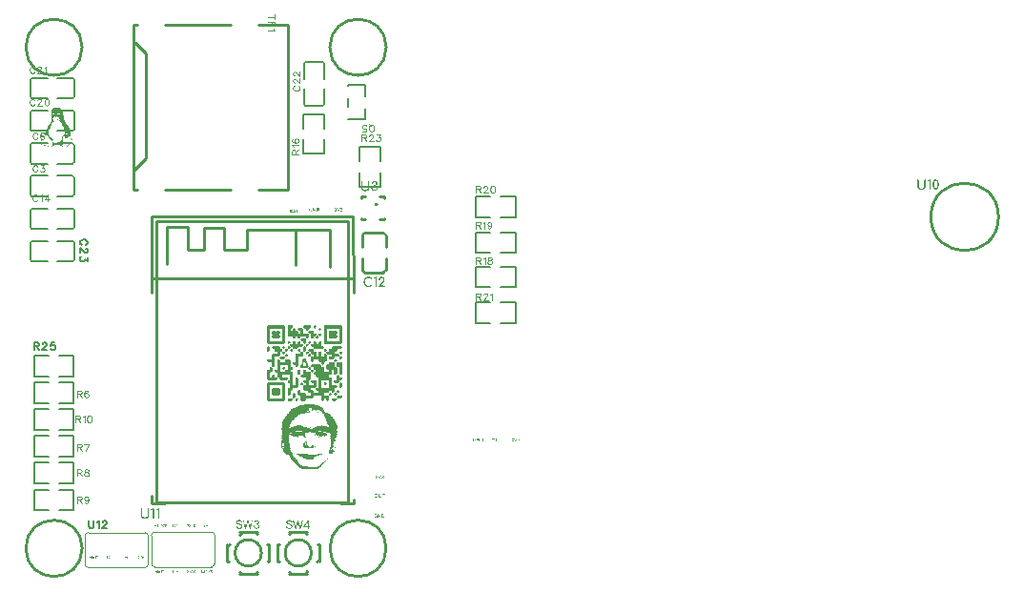
<source format=gto>
G04 Layer: TopSilkscreenLayer*
G04 EasyEDA Pro v2.2.45.4, 2026-01-20 19:36:07*
G04 Gerber Generator version 0.3*
G04 Scale: 100 percent, Rotated: No, Reflected: No*
G04 Dimensions in millimeters*
G04 Leading zeros omitted, absolute positions, 4 integers and 5 decimals*
G04 Generated by one-click*
%FSLAX45Y45*%
%MOMM*%
%ADD10C,0.1*%
%ADD11C,0.1524*%
%ADD12C,0.254*%
%ADD13C,0.127*%
%ADD14C,0.6231*%
G75*


G04 Image Start*
G36*
G01X2204952Y993700D02*
G01X2172555Y993700D01*
G01X2172555Y996986D01*
G01X2169269Y996986D01*
G01X2169269Y1000273D01*
G01X2165982Y1000273D01*
G01X2165982Y1039712D01*
G01X2149549Y1039712D01*
G01X2149549Y1042999D01*
G01X2146263Y1042999D01*
G01X2146263Y1046286D01*
G01X2142976Y1046286D01*
G01X2142976Y1081969D01*
G01X2146263Y1081969D01*
G01X2146263Y1085256D01*
G01X2149549Y1085256D01*
G01X2149549Y1088542D01*
G01X2162226Y1088542D01*
G01X2162226Y1085256D01*
G01X2165513Y1085256D01*
G01X2165513Y1081969D01*
G01X2168799Y1081969D01*
G01X2168799Y1065536D01*
G01X2208239Y1065536D01*
G01X2208239Y1062250D01*
G01X2211525Y1062250D01*
G01X2211525Y1058963D01*
G01X2214812Y1058963D01*
G01X2214812Y1042530D01*
G01X2258007Y1042530D01*
G01X2258007Y1062719D01*
G01X2241574Y1062719D01*
G01X2241574Y1066006D01*
G01X2238288Y1066006D01*
G01X2238288Y1069292D01*
G01X2235001Y1069292D01*
G01X2235001Y1085725D01*
G01X2195562Y1085725D01*
G01X2195562Y1089012D01*
G01X2192275Y1089012D01*
G01X2192275Y1092298D01*
G01X2188988Y1092298D01*
G01X2188988Y1127982D01*
G01X2192275Y1127982D01*
G01X2192275Y1131268D01*
G01X2195562Y1131268D01*
G01X2195562Y1134555D01*
G01X2211995Y1134555D01*
G01X2211995Y1154744D01*
G01X2195562Y1154744D01*
G01X2195562Y1158031D01*
G01X2192275Y1158031D01*
G01X2192275Y1161317D01*
G01X2188988Y1161317D01*
G01X2188988Y1173994D01*
G01X2192275Y1173994D01*
G01X2192275Y1177281D01*
G01X2195562Y1177281D01*
G01X2195562Y1180567D01*
G01X2211995Y1180567D01*
G01X2211995Y1200757D01*
G01X2172555Y1200757D01*
G01X2172555Y1204043D01*
G01X2169269Y1204043D01*
G01X2169269Y1207330D01*
G01X2165982Y1207330D01*
G01X2165982Y1220007D01*
G01X2169269Y1220007D01*
G01X2169269Y1223293D01*
G01X2172555Y1223293D01*
G01X2172555Y1226580D01*
G01X2188988Y1226580D01*
G01X2188988Y1266020D01*
G01X2192275Y1266020D01*
G01X2192275Y1269306D01*
G01X2195562Y1269306D01*
G01X2195562Y1272593D01*
G01X2208239Y1272593D01*
G01X2208239Y1269306D01*
G01X2211525Y1269306D01*
G01X2211525Y1266020D01*
G01X2214812Y1266020D01*
G01X2214812Y1249587D01*
G01X2254251Y1249587D01*
G01X2254251Y1246300D01*
G01X2257538Y1246300D01*
G01X2257538Y1243013D01*
G01X2260824Y1243013D01*
G01X2260824Y1187610D01*
G01X2257538Y1187610D01*
G01X2257538Y1184323D01*
G01X2254251Y1184323D01*
G01X2254251Y1181037D01*
G01X2250965Y1181037D01*
G01X2250965Y1177750D01*
G01X2237818Y1177750D01*
G01X2237818Y1134555D01*
G01X2281013Y1134555D01*
G01X2281013Y1154744D01*
G01X2264580Y1154744D01*
G01X2264580Y1158031D01*
G01X2261294Y1158031D01*
G01X2261294Y1161317D01*
G01X2258007Y1161317D01*
G01X2258007Y1173994D01*
G01X2261294Y1173994D01*
G01X2261294Y1177281D01*
G01X2264580Y1177281D01*
G01X2264580Y1180567D01*
G01X2300264Y1180567D01*
G01X2300264Y1177281D01*
G01X2303550Y1177281D01*
G01X2303550Y1173994D01*
G01X2306837Y1173994D01*
G01X2306837Y1118591D01*
G01X2303550Y1118591D01*
G01X2303550Y1115305D01*
G01X2300264Y1115305D01*
G01X2300264Y1112018D01*
G01X2296977Y1112018D01*
G01X2296977Y1108732D01*
G01X2260824Y1108732D01*
G01X2260824Y1088542D01*
G01X2277257Y1088542D01*
G01X2277257Y1085256D01*
G01X2280544Y1085256D01*
G01X2280544Y1081969D01*
G01X2283831Y1081969D01*
G01X2283831Y1065536D01*
G01X2327026Y1065536D01*
G01X2327026Y1085725D01*
G01X2310593Y1085725D01*
G01X2310593Y1089012D01*
G01X2307307Y1089012D01*
G01X2307307Y1092298D01*
G01X2304020Y1092298D01*
G01X2304020Y1104975D01*
G01X2307307Y1104975D01*
G01X2307307Y1108262D01*
G01X2310593Y1108262D01*
G01X2310593Y1111549D01*
G01X2327026Y1111549D01*
G01X2352850Y1111549D01*
G01X2419051Y1111549D01*
G01X2419051Y1177750D01*
G01X2352850Y1177750D01*
G01X2352850Y1111549D01*
G01X2352850Y1111549D01*
G01X2327026Y1111549D01*
G01X2327026Y1200757D01*
G01X2310593Y1200757D01*
G01X2310593Y1204043D01*
G01X2307307Y1204043D01*
G01X2307307Y1207330D01*
G01X2304020Y1207330D01*
G01X2304020Y1223763D01*
G01X2287587Y1223763D01*
G01X2287587Y1227050D01*
G01X2284300Y1227050D01*
G01X2284300Y1230336D01*
G01X2281013Y1230336D01*
G01X2281013Y1243013D01*
G01X2284300Y1243013D01*
G01X2284300Y1246300D01*
G01X2287587Y1246300D01*
G01X2287587Y1249587D01*
G01X2304020Y1249587D01*
G01X2304020Y1269776D01*
G01X2287587Y1269776D01*
G01X2287587Y1273062D01*
G01X2284300Y1273062D01*
G01X2284300Y1276349D01*
G01X2281013Y1276349D01*
G01X2281013Y1292782D01*
G01X2264580Y1292782D01*
G01X2264580Y1296069D01*
G01X2261294Y1296069D01*
G01X2261294Y1299355D01*
G01X2258007Y1299355D01*
G01X2258007Y1312032D01*
G01X2261294Y1312032D01*
G01X2261294Y1315319D01*
G01X2264580Y1315319D01*
G01X2264580Y1318605D01*
G01X2346277Y1318605D01*
G01X2346277Y1315319D01*
G01X2349563Y1315319D01*
G01X2349563Y1312032D01*
G01X2352850Y1312032D01*
G01X2352850Y1295599D01*
G01X2369283Y1295599D01*
G01X2369283Y1292312D01*
G01X2372569Y1292312D01*
G01X2372569Y1289026D01*
G01X2375856Y1289026D01*
G01X2375856Y1249587D01*
G01X2419051Y1249587D01*
G01X2419051Y1269776D01*
G01X2402618Y1269776D01*
G01X2402618Y1273062D01*
G01X2399332Y1273062D01*
G01X2399332Y1276349D01*
G01X2396045Y1276349D01*
G01X2396045Y1312032D01*
G01X2399332Y1312032D01*
G01X2399332Y1315319D01*
G01X2402618Y1315319D01*
G01X2402618Y1318605D01*
G01X2419051Y1318605D01*
G01X2419051Y1335038D01*
G01X2422338Y1335038D01*
G01X2422338Y1338325D01*
G01X2425625Y1338325D01*
G01X2425625Y1341612D01*
G01X2461308Y1341612D01*
G01X2461308Y1338325D01*
G01X2464594Y1338325D01*
G01X2464594Y1335038D01*
G01X2467881Y1335038D01*
G01X2467881Y1295599D01*
G01X2484314Y1295599D01*
G01X2484314Y1292312D01*
G01X2487601Y1292312D01*
G01X2487601Y1289026D01*
G01X2490888Y1289026D01*
G01X2490888Y1233623D01*
G01X2487601Y1233623D01*
G01X2487601Y1230336D01*
G01X2484314Y1230336D01*
G01X2484314Y1227050D01*
G01X2481027Y1227050D01*
G01X2481027Y1223763D01*
G01X2471637Y1223763D01*
G01X2471637Y1227050D01*
G01X2468350Y1227050D01*
G01X2468350Y1230336D01*
G01X2465064Y1230336D01*
G01X2465064Y1269776D01*
G01X2444875Y1269776D01*
G01X2444875Y1233623D01*
G01X2441588Y1233623D01*
G01X2441588Y1230336D01*
G01X2438302Y1230336D01*
G01X2438302Y1227050D01*
G01X2435015Y1227050D01*
G01X2435015Y1223763D01*
G01X2421868Y1223763D01*
G01X2421868Y1203574D01*
G01X2438302Y1203574D01*
G01X2438302Y1200287D01*
G01X2441588Y1200287D01*
G01X2441588Y1197000D01*
G01X2444875Y1197000D01*
G01X2444875Y1134555D01*
G01X2484314Y1134555D01*
G01X2484314Y1131268D01*
G01X2487601Y1131268D01*
G01X2487601Y1127982D01*
G01X2490888Y1127982D01*
G01X2490888Y1118591D01*
G01X2487601Y1118591D01*
G01X2487601Y1115305D01*
G01X2484314Y1115305D01*
G01X2484314Y1112018D01*
G01X2481027Y1112018D01*
G01X2481027Y1108732D01*
G01X2467881Y1108732D01*
G01X2467881Y1072579D01*
G01X2464594Y1072579D01*
G01X2464594Y1069292D01*
G01X2461308Y1069292D01*
G01X2461308Y1066006D01*
G01X2458021Y1066006D01*
G01X2458021Y1062719D01*
G01X2448631Y1062719D01*
G01X2448631Y1066006D01*
G01X2445344Y1066006D01*
G01X2445344Y1069292D01*
G01X2442058Y1069292D01*
G01X2442058Y1085725D01*
G01X2421868Y1085725D01*
G01X2421868Y1072579D01*
G01X2418582Y1072579D01*
G01X2418582Y1069292D01*
G01X2415295Y1069292D01*
G01X2415295Y1066006D01*
G01X2412009Y1066006D01*
G01X2412009Y1062719D01*
G01X2375856Y1062719D01*
G01X2375856Y1042530D01*
G01X2415295Y1042530D01*
G01X2415295Y1039243D01*
G01X2418582Y1039243D01*
G01X2418582Y1035956D01*
G01X2421868Y1035956D01*
G01X2421868Y1003560D01*
G01X2418582Y1003560D01*
G01X2418582Y1000273D01*
G01X2415295Y1000273D01*
G01X2415295Y996986D01*
G01X2412009Y996986D01*
G01X2412009Y993700D01*
G01X2402618Y993700D01*
G01X2402618Y996986D01*
G01X2399332Y996986D01*
G01X2399332Y1000273D01*
G01X2396045Y1000273D01*
G01X2396045Y1016706D01*
G01X2375856Y1016706D01*
G01X2375856Y1003560D01*
G01X2372569Y1003560D01*
G01X2372569Y1000273D01*
G01X2369283Y1000273D01*
G01X2369283Y996986D01*
G01X2365996Y996986D01*
G01X2365996Y993700D01*
G01X2356606Y993700D01*
G01X2356606Y996986D01*
G01X2353319Y996986D01*
G01X2353319Y1000273D01*
G01X2350033Y1000273D01*
G01X2350033Y1039712D01*
G01X2283831Y1039712D01*
G01X2283831Y1026566D01*
G01X2280544Y1026566D01*
G01X2280544Y1023279D01*
G01X2277257Y1023279D01*
G01X2277257Y1019993D01*
G01X2273971Y1019993D01*
G01X2273971Y1016706D01*
G01X2214812Y1016706D01*
G01X2214812Y1003560D01*
G01X2211525Y1003560D01*
G01X2211525Y1000273D01*
G01X2208239Y1000273D01*
G01X2208239Y996986D01*
G01X2204952Y996986D01*
G01X2204952Y993700D01*
G37*
G36*
G01X2389002Y1131738D02*
G01X2379612Y1131738D01*
G01X2379612Y1135024D01*
G01X2376325Y1135024D01*
G01X2376325Y1138311D01*
G01X2373039Y1138311D01*
G01X2373039Y1150988D01*
G01X2376325Y1150988D01*
G01X2376325Y1154275D01*
G01X2379612Y1154275D01*
G01X2379612Y1157561D01*
G01X2392289Y1157561D01*
G01X2392289Y1154275D01*
G01X2395576Y1154275D01*
G01X2395576Y1150988D01*
G01X2398862Y1150988D01*
G01X2398862Y1141598D01*
G01X2395576Y1141598D01*
G01X2395576Y1138311D01*
G01X2392289Y1138311D01*
G01X2392289Y1135024D01*
G01X2389002Y1135024D01*
G01X2389002Y1131738D01*
G37*
G36*
G01X2070201Y1042999D02*
G01X2066914Y1042999D01*
G01X2066914Y1039712D01*
G01X2057524Y1039712D01*
G01X2057524Y1042999D01*
G01X2054237Y1042999D01*
G01X2054237Y1046286D01*
G01X2050951Y1046286D01*
G01X2050951Y1104975D01*
G01X2054237Y1104975D01*
G01X2054237Y1108262D01*
G01X2057524Y1108262D01*
G01X2057524Y1111549D01*
G01X2073957Y1111549D01*
G01X2073957Y1154744D01*
G01X2057524Y1154744D01*
G01X2057524Y1158031D01*
G01X2054237Y1158031D01*
G01X2054237Y1161317D01*
G01X2050951Y1161317D01*
G01X2050951Y1173994D01*
G01X2054237Y1173994D01*
G01X2054237Y1177281D01*
G01X2057524Y1177281D01*
G01X2057524Y1180567D01*
G01X2073957Y1180567D01*
G01X2073957Y1223763D01*
G01X2007755Y1223763D01*
G01X2007755Y1203574D01*
G01X2047194Y1203574D01*
G01X2047194Y1200287D01*
G01X2050481Y1200287D01*
G01X2050481Y1197000D01*
G01X2053768Y1197000D01*
G01X2053768Y1187610D01*
G01X2050481Y1187610D01*
G01X2050481Y1184323D01*
G01X2047194Y1184323D01*
G01X2047194Y1181037D01*
G01X2043908Y1181037D01*
G01X2043908Y1177750D01*
G01X1988505Y1177750D01*
G01X1988505Y1181037D01*
G01X1985218Y1181037D01*
G01X1985218Y1184323D01*
G01X1981932Y1184323D01*
G01X1981932Y1200757D01*
G01X1965499Y1200757D01*
G01X1965499Y1204043D01*
G01X1962212Y1204043D01*
G01X1962212Y1207330D01*
G01X1958926Y1207330D01*
G01X1958926Y1246769D01*
G01X1942492Y1246769D01*
G01X1942492Y1249587D01*
G01X1984749Y1249587D01*
G01X2027944Y1249587D01*
G01X2027944Y1266020D01*
G01X2031231Y1266020D01*
G01X2031231Y1269306D01*
G01X2034518Y1269306D01*
G01X2034518Y1272593D01*
G01X2050951Y1272593D01*
G01X2050951Y1315788D01*
G01X1984749Y1315788D01*
G01X1984749Y1249587D01*
G01X1984749Y1249587D01*
G01X1942492Y1249587D01*
G01X1942492Y1250056D01*
G01X1939206Y1250056D01*
G01X1939206Y1253343D01*
G01X1935919Y1253343D01*
G01X1935919Y1266020D01*
G01X1939206Y1266020D01*
G01X1939206Y1269306D01*
G01X1942492Y1269306D01*
G01X1942492Y1272593D01*
G01X1958926Y1272593D01*
G01X1958926Y1358045D01*
G01X1962212Y1358045D01*
G01X1962212Y1361331D01*
G01X1965499Y1361331D01*
G01X1965499Y1364618D01*
G01X1978176Y1364618D01*
G01X1978176Y1361331D01*
G01X1981462Y1361331D01*
G01X1981462Y1358045D01*
G01X1984749Y1358045D01*
G01X1984749Y1341612D01*
G01X2027944Y1341612D01*
G01X2027944Y1358045D01*
G01X2031231Y1358045D01*
G01X2031231Y1361331D01*
G01X2034518Y1361331D01*
G01X2034518Y1364618D01*
G01X2070201Y1364618D01*
G01X2070201Y1361331D01*
G01X2073487Y1361331D01*
G01X2073487Y1358045D01*
G01X2076774Y1358045D01*
G01X2076774Y1295599D01*
G01X2093207Y1295599D01*
G01X2093207Y1292312D01*
G01X2096494Y1292312D01*
G01X2096494Y1289026D01*
G01X2099780Y1289026D01*
G01X2099780Y1279635D01*
G01X2096494Y1279635D01*
G01X2096494Y1276349D01*
G01X2093207Y1276349D01*
G01X2093207Y1273062D01*
G01X2089920Y1273062D01*
G01X2089920Y1269776D01*
G01X2076774Y1269776D01*
G01X2076774Y1249587D01*
G01X2093207Y1249587D01*
G01X2093207Y1246300D01*
G01X2096494Y1246300D01*
G01X2096494Y1243013D01*
G01X2099780Y1243013D01*
G01X2099780Y1134555D01*
G01X2119969Y1134555D01*
G01X2119969Y1197000D01*
G01X2123256Y1197000D01*
G01X2123256Y1200287D01*
G01X2126543Y1200287D01*
G01X2126543Y1203574D01*
G01X2139220Y1203574D01*
G01X2139220Y1200287D01*
G01X2142506Y1200287D01*
G01X2142506Y1197000D01*
G01X2145793Y1197000D01*
G01X2145793Y1118591D01*
G01X2142506Y1118591D01*
G01X2142506Y1115305D01*
G01X2139220Y1115305D01*
G01X2139220Y1112018D01*
G01X2135933Y1112018D01*
G01X2135933Y1108732D01*
G01X2099780Y1108732D01*
G01X2099780Y1095585D01*
G01X2096494Y1095585D01*
G01X2096494Y1092298D01*
G01X2093207Y1092298D01*
G01X2093207Y1089012D01*
G01X2089920Y1089012D01*
G01X2089920Y1085725D01*
G01X2076774Y1085725D01*
G01X2076774Y1049573D01*
G01X2073487Y1049573D01*
G01X2073487Y1046286D01*
G01X2070201Y1046286D01*
G01X2070201Y1042999D01*
G37*
G36*
G01X2024188Y1273062D02*
G01X2020902Y1273062D01*
G01X2020902Y1269776D01*
G01X2011511Y1269776D01*
G01X2011511Y1273062D01*
G01X2008225Y1273062D01*
G01X2008225Y1276349D01*
G01X2004938Y1276349D01*
G01X2004938Y1289026D01*
G01X2008225Y1289026D01*
G01X2008225Y1292312D01*
G01X2011511Y1292312D01*
G01X2011511Y1295599D01*
G01X2024188Y1295599D01*
G01X2024188Y1292312D01*
G01X2027475Y1292312D01*
G01X2027475Y1289026D01*
G01X2030761Y1289026D01*
G01X2030761Y1279635D01*
G01X2027475Y1279635D01*
G01X2027475Y1276349D01*
G01X2024188Y1276349D01*
G01X2024188Y1273062D01*
G37*
G36*
G01X2020902Y1499839D02*
G01X1873473Y1499839D01*
G01X1873473Y1503125D01*
G01X1870187Y1503125D01*
G01X1870187Y1506412D01*
G01X1866900Y1506412D01*
G01X1866900Y1637876D01*
G01X1892724Y1637876D01*
G01X1892724Y1525662D01*
G01X2004938Y1525662D01*
G01X2004938Y1637876D01*
G01X2004938Y1637876D01*
G01X1892724Y1637876D01*
G01X1866900Y1637876D01*
G01X1866900Y1657127D01*
G01X1870187Y1657127D01*
G01X1870187Y1660413D01*
G01X1873473Y1660413D01*
G01X1873473Y1663700D01*
G01X2024188Y1663700D01*
G01X2024188Y1660413D01*
G01X2027475Y1660413D01*
G01X2027475Y1657127D01*
G01X2030761Y1657127D01*
G01X2030761Y1509698D01*
G01X2027475Y1509698D01*
G01X2027475Y1506412D01*
G01X2024188Y1506412D01*
G01X2024188Y1503125D01*
G01X2020902Y1503125D01*
G01X2020902Y1499839D01*
G37*
G36*
G01X1974889Y1545851D02*
G01X1952352Y1545851D01*
G01X1952352Y1549138D01*
G01X1949065Y1549138D01*
G01X1948908Y1552659D01*
G01X1948539Y1549138D01*
G01X1945309Y1549138D01*
G01X1945309Y1545851D01*
G01X1922773Y1545851D01*
G01X1922773Y1549138D01*
G01X1916199Y1549138D01*
G01X1916199Y1555711D01*
G01X1912913Y1555711D01*
G01X1912913Y1578248D01*
G01X1916199Y1578248D01*
G01X1916199Y1581535D01*
G01X1917960Y1581613D01*
G01X1919721Y1581692D01*
G01X1917960Y1581877D01*
G01X1916199Y1582061D01*
G01X1916199Y1585291D01*
G01X1912913Y1585291D01*
G01X1912913Y1611114D01*
G01X1916199Y1611114D01*
G01X1916199Y1614401D01*
G01X1922773Y1614401D01*
G01X1922773Y1617687D01*
G01X1945309Y1617687D01*
G01X1945309Y1614401D01*
G01X1948596Y1614401D01*
G01X1948675Y1612640D01*
G01X1948754Y1610879D01*
G01X1948938Y1612640D01*
G01X1949122Y1614401D01*
G01X1952352Y1614401D01*
G01X1952352Y1617687D01*
G01X1978176Y1617687D01*
G01X1978176Y1614401D01*
G01X1981462Y1614401D01*
G01X1981462Y1611114D01*
G01X1984749Y1611114D01*
G01X1984749Y1588577D01*
G01X1981462Y1588577D01*
G01X1981462Y1582004D01*
G01X1979702Y1581925D01*
G01X1977941Y1581846D01*
G01X1979702Y1581662D01*
G01X1981462Y1581478D01*
G01X1981462Y1578248D01*
G01X1984749Y1578248D01*
G01X1984749Y1555711D01*
G01X1981462Y1555711D01*
G01X1981462Y1549138D01*
G01X1974889Y1549138D01*
G01X1974889Y1545851D01*
G37*
G36*
G01X2527040Y1499839D02*
G01X2379612Y1499839D01*
G01X2379612Y1503125D01*
G01X2376325Y1503125D01*
G01X2376325Y1506412D01*
G01X2373039Y1506412D01*
G01X2373039Y1637876D01*
G01X2398862Y1637876D01*
G01X2398862Y1525662D01*
G01X2511077Y1525662D01*
G01X2511077Y1637876D01*
G01X2511077Y1637876D01*
G01X2398862Y1637876D01*
G01X2373039Y1637876D01*
G01X2373039Y1657127D01*
G01X2376325Y1657127D01*
G01X2376325Y1660413D01*
G01X2379612Y1660413D01*
G01X2379612Y1663700D01*
G01X2530327Y1663700D01*
G01X2530327Y1660413D01*
G01X2533614Y1660413D01*
G01X2533614Y1657127D01*
G01X2536900Y1657127D01*
G01X2536900Y1509698D01*
G01X2533614Y1509698D01*
G01X2533614Y1506412D01*
G01X2530327Y1506412D01*
G01X2530327Y1503125D01*
G01X2527040Y1503125D01*
G01X2527040Y1499839D01*
G37*
G36*
G01X2481027Y1545851D02*
G01X2458491Y1545851D01*
G01X2458491Y1549138D01*
G01X2455204Y1549138D01*
G01X2455125Y1550898D01*
G01X2455046Y1552659D01*
G01X2454678Y1549138D01*
G01X2451448Y1549138D01*
G01X2451448Y1545851D01*
G01X2428911Y1545851D01*
G01X2428911Y1549138D01*
G01X2422338Y1549138D01*
G01X2422338Y1555711D01*
G01X2419051Y1555711D01*
G01X2419051Y1578248D01*
G01X2422338Y1578248D01*
G01X2422338Y1581535D01*
G01X2425859Y1581692D01*
G01X2422338Y1582061D01*
G01X2422338Y1585291D01*
G01X2419051Y1585291D01*
G01X2419051Y1611114D01*
G01X2422338Y1611114D01*
G01X2422338Y1614401D01*
G01X2428911Y1614401D01*
G01X2428911Y1617687D01*
G01X2451448Y1617687D01*
G01X2451448Y1614401D01*
G01X2454735Y1614401D01*
G01X2454813Y1612640D01*
G01X2454893Y1610879D01*
G01X2455076Y1612640D01*
G01X2455261Y1614401D01*
G01X2458491Y1614401D01*
G01X2458491Y1617687D01*
G01X2484314Y1617687D01*
G01X2484314Y1614401D01*
G01X2487601Y1614401D01*
G01X2487601Y1611114D01*
G01X2490888Y1611114D01*
G01X2490888Y1588577D01*
G01X2487601Y1588577D01*
G01X2487601Y1582004D01*
G01X2485840Y1581925D01*
G01X2484079Y1581846D01*
G01X2485840Y1581662D01*
G01X2487601Y1581478D01*
G01X2487601Y1578248D01*
G01X2490888Y1578248D01*
G01X2490888Y1555711D01*
G01X2487601Y1555711D01*
G01X2487601Y1549138D01*
G01X2481027Y1549138D01*
G01X2481027Y1545851D01*
G37*
G36*
G01X2020902Y993700D02*
G01X1873473Y993700D01*
G01X1873473Y996986D01*
G01X1870187Y996986D01*
G01X1870187Y1000273D01*
G01X1866900Y1000273D01*
G01X1866900Y1131738D01*
G01X1892724Y1131738D01*
G01X1892724Y1019523D01*
G01X2004938Y1019523D01*
G01X2004938Y1131738D01*
G01X2004938Y1131738D01*
G01X1892724Y1131738D01*
G01X1866900Y1131738D01*
G01X1866900Y1150988D01*
G01X1870187Y1150988D01*
G01X1870187Y1154275D01*
G01X1873473Y1154275D01*
G01X1873473Y1157561D01*
G01X2024188Y1157561D01*
G01X2024188Y1154275D01*
G01X2027475Y1154275D01*
G01X2027475Y1150988D01*
G01X2030761Y1150988D01*
G01X2030761Y1003560D01*
G01X2027475Y1003560D01*
G01X2027475Y1000273D01*
G01X2024188Y1000273D01*
G01X2024188Y996986D01*
G01X2020902Y996986D01*
G01X2020902Y993700D01*
G37*
G36*
G01X1974889Y1039712D02*
G01X1952352Y1039712D01*
G01X1952352Y1042999D01*
G01X1949065Y1042999D01*
G01X1948908Y1046521D01*
G01X1948539Y1042999D01*
G01X1942023Y1042999D01*
G01X1942023Y1039712D01*
G01X1919486Y1039712D01*
G01X1919486Y1042999D01*
G01X1916199Y1042999D01*
G01X1916199Y1046286D01*
G01X1912913Y1046286D01*
G01X1912913Y1072109D01*
G01X1916199Y1072109D01*
G01X1916199Y1075396D01*
G01X1917960Y1075475D01*
G01X1919721Y1075554D01*
G01X1917960Y1075738D01*
G01X1916199Y1075922D01*
G01X1916199Y1079152D01*
G01X1912913Y1079152D01*
G01X1912913Y1101689D01*
G01X1916199Y1101689D01*
G01X1916199Y1108262D01*
G01X1919486Y1108262D01*
G01X1919486Y1111549D01*
G01X1945309Y1111549D01*
G01X1945309Y1108262D01*
G01X1948596Y1108262D01*
G01X1948675Y1106501D01*
G01X1948754Y1104741D01*
G01X1948938Y1106501D01*
G01X1949122Y1108262D01*
G01X1952352Y1108262D01*
G01X1952352Y1111549D01*
G01X1974889Y1111549D01*
G01X1974889Y1108262D01*
G01X1981462Y1108262D01*
G01X1981462Y1101689D01*
G01X1984749Y1101689D01*
G01X1984749Y1079152D01*
G01X1981462Y1079152D01*
G01X1981462Y1075865D01*
G01X1979702Y1075787D01*
G01X1977941Y1075707D01*
G01X1979702Y1075524D01*
G01X1981462Y1075339D01*
G01X1981462Y1072109D01*
G01X1984749Y1072109D01*
G01X1984749Y1049573D01*
G01X1981462Y1049573D01*
G01X1981462Y1042999D01*
G01X1974889Y1042999D01*
G01X1974889Y1039712D01*
G37*
G36*
G01X1932163Y1296069D02*
G01X1928876Y1296069D01*
G01X1928876Y1292782D01*
G01X1919486Y1292782D01*
G01X1919486Y1296069D01*
G01X1916199Y1296069D01*
G01X1916199Y1299355D01*
G01X1912913Y1299355D01*
G01X1912913Y1338794D01*
G01X1873473Y1338794D01*
G01X1873473Y1342081D01*
G01X1870187Y1342081D01*
G01X1870187Y1345368D01*
G01X1866900Y1345368D01*
G01X1866900Y1358045D01*
G01X1870187Y1358045D01*
G01X1870187Y1361331D01*
G01X1873473Y1361331D01*
G01X1873473Y1364618D01*
G01X1912913Y1364618D01*
G01X1912913Y1404057D01*
G01X1916199Y1404057D01*
G01X1916199Y1407344D01*
G01X1919486Y1407344D01*
G01X1919486Y1410631D01*
G01X1958926Y1410631D01*
G01X1958926Y1430820D01*
G01X1942492Y1430820D01*
G01X1942492Y1434106D01*
G01X1939206Y1434106D01*
G01X1939206Y1437393D01*
G01X1935919Y1437393D01*
G01X1935919Y1453826D01*
G01X1919486Y1453826D01*
G01X1919486Y1457113D01*
G01X1916199Y1457113D01*
G01X1916199Y1460399D01*
G01X1912913Y1460399D01*
G01X1912913Y1473076D01*
G01X1916199Y1473076D01*
G01X1916199Y1476363D01*
G01X1919486Y1476363D01*
G01X1919486Y1479649D01*
G01X1978176Y1479649D01*
G01X1978176Y1476363D01*
G01X1981462Y1476363D01*
G01X1981462Y1473076D01*
G01X1984749Y1473076D01*
G01X1984749Y1456643D01*
G01X2001182Y1456643D01*
G01X2001182Y1453357D01*
G01X2004469Y1453357D01*
G01X2004469Y1450070D01*
G01X2007755Y1450070D01*
G01X2007755Y1440680D01*
G01X2004469Y1440680D01*
G01X2004469Y1437393D01*
G01X2001182Y1437393D01*
G01X2001182Y1434106D01*
G01X1997895Y1434106D01*
G01X1997895Y1430820D01*
G01X1984749Y1430820D01*
G01X1984749Y1394667D01*
G01X1981462Y1394667D01*
G01X1981462Y1391380D01*
G01X1978176Y1391380D01*
G01X1978176Y1388094D01*
G01X1974889Y1388094D01*
G01X1974889Y1384807D01*
G01X1938736Y1384807D01*
G01X1938736Y1302642D01*
G01X1935449Y1302642D01*
G01X1935449Y1299355D01*
G01X1932163Y1299355D01*
G01X1932163Y1296069D01*
G37*
G36*
G01X2369283Y1319075D02*
G01X2365996Y1319075D01*
G01X2365996Y1315788D01*
G01X2356606Y1315788D01*
G01X2356606Y1319075D01*
G01X2353319Y1319075D01*
G01X2353319Y1322361D01*
G01X2350033Y1322361D01*
G01X2350033Y1338794D01*
G01X2333600Y1338794D01*
G01X2333600Y1342081D01*
G01X2330313Y1342081D01*
G01X2330313Y1345368D01*
G01X2327026Y1345368D01*
G01X2327026Y1361801D01*
G01X2283831Y1361801D01*
G01X2283831Y1348654D01*
G01X2280544Y1348654D01*
G01X2280544Y1345368D01*
G01X2277257Y1345368D01*
G01X2277257Y1342081D01*
G01X2273971Y1342081D01*
G01X2273971Y1338794D01*
G01X2264580Y1338794D01*
G01X2264580Y1342081D01*
G01X2261294Y1342081D01*
G01X2261294Y1345368D01*
G01X2258007Y1345368D01*
G01X2258007Y1381051D01*
G01X2261294Y1381051D01*
G01X2261294Y1384337D01*
G01X2264580Y1384337D01*
G01X2264580Y1387624D01*
G01X2281013Y1387624D01*
G01X2281013Y1407814D01*
G01X2264580Y1407814D01*
G01X2264580Y1411100D01*
G01X2261294Y1411100D01*
G01X2261294Y1414387D01*
G01X2258007Y1414387D01*
G01X2258007Y1430820D01*
G01X2241574Y1430820D01*
G01X2241574Y1434106D01*
G01X2238288Y1434106D01*
G01X2238288Y1437393D01*
G01X2235001Y1437393D01*
G01X2235001Y1450070D01*
G01X2238288Y1450070D01*
G01X2238288Y1453357D01*
G01X2241574Y1453357D01*
G01X2241574Y1456643D01*
G01X2277257Y1456643D01*
G01X2277257Y1453357D01*
G01X2280544Y1453357D01*
G01X2280544Y1450070D01*
G01X2283831Y1450070D01*
G01X2283831Y1433637D01*
G01X2300264Y1433637D01*
G01X2300264Y1430350D01*
G01X2303550Y1430350D01*
G01X2303550Y1427064D01*
G01X2306837Y1427064D01*
G01X2306837Y1387624D01*
G01X2327026Y1387624D01*
G01X2327026Y1427064D01*
G01X2330313Y1427064D01*
G01X2330313Y1430350D01*
G01X2333600Y1430350D01*
G01X2333600Y1433637D01*
G01X2346277Y1433637D01*
G01X2346277Y1430350D01*
G01X2349563Y1430350D01*
G01X2349563Y1427064D01*
G01X2352850Y1427064D01*
G01X2352850Y1387624D01*
G01X2373039Y1387624D01*
G01X2373039Y1404057D01*
G01X2376325Y1404057D01*
G01X2376325Y1407344D01*
G01X2379612Y1407344D01*
G01X2379612Y1410631D01*
G01X2392289Y1410631D01*
G01X2392289Y1407344D01*
G01X2395576Y1407344D01*
G01X2395576Y1404057D01*
G01X2398862Y1404057D01*
G01X2398862Y1348654D01*
G01X2395576Y1348654D01*
G01X2395576Y1345368D01*
G01X2392289Y1345368D01*
G01X2392289Y1342081D01*
G01X2389002Y1342081D01*
G01X2389002Y1338794D01*
G01X2375856Y1338794D01*
G01X2375856Y1325648D01*
G01X2372569Y1325648D01*
G01X2372569Y1322361D01*
G01X2369283Y1322361D01*
G01X2369283Y1319075D01*
G37*
G36*
G01X2116213Y1549138D02*
G01X2112927Y1549138D01*
G01X2112927Y1545851D01*
G01X2103536Y1545851D01*
G01X2103536Y1549138D01*
G01X2100250Y1549138D01*
G01X2100250Y1552424D01*
G01X2096963Y1552424D01*
G01X2096963Y1568858D01*
G01X2057524Y1568858D01*
G01X2057524Y1572144D01*
G01X2054237Y1572144D01*
G01X2054237Y1575431D01*
G01X2050951Y1575431D01*
G01X2050951Y1657127D01*
G01X2054237Y1657127D01*
G01X2054237Y1660413D01*
G01X2057524Y1660413D01*
G01X2057524Y1663700D01*
G01X2093207Y1663700D01*
G01X2093207Y1660413D01*
G01X2096494Y1660413D01*
G01X2096494Y1657127D01*
G01X2099780Y1657127D01*
G01X2099780Y1647736D01*
G01X2096494Y1647736D01*
G01X2096494Y1644450D01*
G01X2093207Y1644450D01*
G01X2093207Y1641163D01*
G01X2089920Y1641163D01*
G01X2089920Y1637876D01*
G01X2076774Y1637876D01*
G01X2076774Y1617687D01*
G01X2096963Y1617687D01*
G01X2096963Y1634120D01*
G01X2100250Y1634120D01*
G01X2100250Y1637407D01*
G01X2103536Y1637407D01*
G01X2103536Y1640694D01*
G01X2116213Y1640694D01*
G01X2116213Y1637407D01*
G01X2119500Y1637407D01*
G01X2119500Y1634120D01*
G01X2122786Y1634120D01*
G01X2122786Y1617687D01*
G01X2139220Y1617687D01*
G01X2139220Y1614401D01*
G01X2142506Y1614401D01*
G01X2142506Y1611114D01*
G01X2145793Y1611114D01*
G01X2145793Y1594681D01*
G01X2165982Y1594681D01*
G01X2165982Y1614870D01*
G01X2149549Y1614870D01*
G01X2149549Y1618157D01*
G01X2146263Y1618157D01*
G01X2146263Y1621443D01*
G01X2142976Y1621443D01*
G01X2142976Y1634120D01*
G01X2146263Y1634120D01*
G01X2146263Y1637407D01*
G01X2149549Y1637407D01*
G01X2149549Y1640694D01*
G01X2185232Y1640694D01*
G01X2185232Y1637407D01*
G01X2188519Y1637407D01*
G01X2188519Y1634120D01*
G01X2191806Y1634120D01*
G01X2191806Y1594681D01*
G01X2231245Y1594681D01*
G01X2231245Y1591394D01*
G01X2234531Y1591394D01*
G01X2234531Y1588108D01*
G01X2237818Y1588108D01*
G01X2237818Y1555711D01*
G01X2234531Y1555711D01*
G01X2234531Y1552424D01*
G01X2231245Y1552424D01*
G01X2231245Y1549138D01*
G01X2227958Y1549138D01*
G01X2227958Y1545851D01*
G01X2218568Y1545851D01*
G01X2218568Y1549138D01*
G01X2215281Y1549138D01*
G01X2215281Y1552424D01*
G01X2211995Y1552424D01*
G01X2211995Y1568858D01*
G01X2168799Y1568858D01*
G01X2168799Y1555711D01*
G01X2165513Y1555711D01*
G01X2165513Y1552424D01*
G01X2162226Y1552424D01*
G01X2162226Y1549138D01*
G01X2158939Y1549138D01*
G01X2158939Y1545851D01*
G01X2149549Y1545851D01*
G01X2149549Y1549138D01*
G01X2146263Y1549138D01*
G01X2146263Y1552424D01*
G01X2142976Y1552424D01*
G01X2142976Y1568858D01*
G01X2122786Y1568858D01*
G01X2122786Y1555711D01*
G01X2119500Y1555711D01*
G01X2119500Y1552424D01*
G01X2116213Y1552424D01*
G01X2116213Y1549138D01*
G37*
G36*
G01X2458021Y1361801D02*
G01X2425625Y1361801D01*
G01X2425625Y1365087D01*
G01X2422338Y1365087D01*
G01X2422338Y1368374D01*
G01X2419051Y1368374D01*
G01X2419051Y1381051D01*
G01X2422338Y1381051D01*
G01X2422338Y1384337D01*
G01X2425625Y1384337D01*
G01X2425625Y1387624D01*
G01X2442058Y1387624D01*
G01X2442058Y1407814D01*
G01X2402618Y1407814D01*
G01X2402618Y1411100D01*
G01X2399332Y1411100D01*
G01X2399332Y1414387D01*
G01X2396045Y1414387D01*
G01X2396045Y1427064D01*
G01X2399332Y1427064D01*
G01X2399332Y1430350D01*
G01X2402618Y1430350D01*
G01X2402618Y1433637D01*
G01X2419051Y1433637D01*
G01X2419051Y1450070D01*
G01X2422338Y1450070D01*
G01X2422338Y1453357D01*
G01X2425625Y1453357D01*
G01X2425625Y1456643D01*
G01X2442058Y1456643D01*
G01X2442058Y1473076D01*
G01X2445344Y1473076D01*
G01X2445344Y1476363D01*
G01X2448631Y1476363D01*
G01X2448631Y1479649D01*
G01X2530327Y1479649D01*
G01X2530327Y1476363D01*
G01X2533614Y1476363D01*
G01X2533614Y1473076D01*
G01X2536900Y1473076D01*
G01X2536900Y1463686D01*
G01X2533614Y1463686D01*
G01X2533614Y1460399D01*
G01X2530327Y1460399D01*
G01X2530327Y1457113D01*
G01X2527040Y1457113D01*
G01X2527040Y1453826D01*
G01X2490888Y1453826D01*
G01X2490888Y1440680D01*
G01X2487601Y1440680D01*
G01X2487601Y1437393D01*
G01X2484314Y1437393D01*
G01X2484314Y1434106D01*
G01X2481027Y1434106D01*
G01X2481027Y1430820D01*
G01X2467881Y1430820D01*
G01X2467881Y1410631D01*
G01X2507321Y1410631D01*
G01X2507321Y1407344D01*
G01X2510607Y1407344D01*
G01X2510607Y1404057D01*
G01X2513894Y1404057D01*
G01X2513894Y1394667D01*
G01X2510607Y1394667D01*
G01X2510607Y1391380D01*
G01X2507321Y1391380D01*
G01X2507321Y1388094D01*
G01X2504034Y1388094D01*
G01X2504034Y1384807D01*
G01X2467881Y1384807D01*
G01X2467881Y1371661D01*
G01X2464594Y1371661D01*
G01X2464594Y1368374D01*
G01X2461308Y1368374D01*
G01X2461308Y1365087D01*
G01X2458021Y1365087D01*
G01X2458021Y1361801D01*
G37*
G36*
G01X2139220Y1296069D02*
G01X2135933Y1296069D01*
G01X2135933Y1292782D01*
G01X2126543Y1292782D01*
G01X2126543Y1296069D01*
G01X2123256Y1296069D01*
G01X2123256Y1299355D01*
G01X2119969Y1299355D01*
G01X2119969Y1315788D01*
G01X2103536Y1315788D01*
G01X2103536Y1319075D01*
G01X2100250Y1319075D01*
G01X2100250Y1322361D01*
G01X2096963Y1322361D01*
G01X2096963Y1335038D01*
G01X2100250Y1335038D01*
G01X2100250Y1338325D01*
G01X2103536Y1338325D01*
G01X2103536Y1341612D01*
G01X2119969Y1341612D01*
G01X2119969Y1404057D01*
G01X2123256Y1404057D01*
G01X2123256Y1407344D01*
G01X2126543Y1407344D01*
G01X2126543Y1410631D01*
G01X2165982Y1410631D01*
G01X2165982Y1427064D01*
G01X2169269Y1427064D01*
G01X2169269Y1430350D01*
G01X2172555Y1430350D01*
G01X2172555Y1433637D01*
G01X2185232Y1433637D01*
G01X2185232Y1430350D01*
G01X2188519Y1430350D01*
G01X2188519Y1427064D01*
G01X2191806Y1427064D01*
G01X2191806Y1394667D01*
G01X2188519Y1394667D01*
G01X2188519Y1391380D01*
G01X2185232Y1391380D01*
G01X2185232Y1388094D01*
G01X2181946Y1388094D01*
G01X2181946Y1384807D01*
G01X2145793Y1384807D01*
G01X2145793Y1302642D01*
G01X2142506Y1302642D01*
G01X2142506Y1299355D01*
G01X2139220Y1299355D01*
G01X2139220Y1296069D01*
G37*
G36*
G01X1955169Y1181037D02*
G01X1951883Y1181037D01*
G01X1951883Y1177750D01*
G01X1873473Y1177750D01*
G01X1873473Y1181037D01*
G01X1870187Y1181037D01*
G01X1870187Y1184323D01*
G01X1866900Y1184323D01*
G01X1866900Y1266020D01*
G01X1870187Y1266020D01*
G01X1870187Y1269306D01*
G01X1873473Y1269306D01*
G01X1873473Y1272593D01*
G01X1889906Y1272593D01*
G01X1889906Y1289026D01*
G01X1893193Y1289026D01*
G01X1893193Y1292312D01*
G01X1896480Y1292312D01*
G01X1896480Y1295599D01*
G01X1909157Y1295599D01*
G01X1909157Y1292312D01*
G01X1912443Y1292312D01*
G01X1912443Y1289026D01*
G01X1915730Y1289026D01*
G01X1915730Y1256629D01*
G01X1912443Y1256629D01*
G01X1912443Y1253343D01*
G01X1909157Y1253343D01*
G01X1909157Y1250056D01*
G01X1905870Y1250056D01*
G01X1905870Y1246769D01*
G01X1892724Y1246769D01*
G01X1892724Y1203574D01*
G01X1912913Y1203574D01*
G01X1912913Y1220007D01*
G01X1916199Y1220007D01*
G01X1916199Y1223293D01*
G01X1919486Y1223293D01*
G01X1919486Y1226580D01*
G01X1932163Y1226580D01*
G01X1932163Y1223293D01*
G01X1935449Y1223293D01*
G01X1935449Y1220007D01*
G01X1938736Y1220007D01*
G01X1938736Y1203574D01*
G01X1955169Y1203574D01*
G01X1955169Y1200287D01*
G01X1958456Y1200287D01*
G01X1958456Y1197000D01*
G01X1961742Y1197000D01*
G01X1961742Y1187610D01*
G01X1958456Y1187610D01*
G01X1958456Y1184323D01*
G01X1955169Y1184323D01*
G01X1955169Y1181037D01*
G37*
G36*
G01X2365996Y1453826D02*
G01X2287587Y1453826D01*
G01X2287587Y1457113D01*
G01X2284300Y1457113D01*
G01X2284300Y1460399D01*
G01X2281013Y1460399D01*
G01X2281013Y1476832D01*
G01X2264580Y1476832D01*
G01X2264580Y1480119D01*
G01X2261294Y1480119D01*
G01X2261294Y1483406D01*
G01X2258007Y1483406D01*
G01X2258007Y1496082D01*
G01X2261294Y1496082D01*
G01X2261294Y1499369D01*
G01X2264580Y1499369D01*
G01X2264580Y1502656D01*
G01X2281013Y1502656D01*
G01X2281013Y1519089D01*
G01X2284300Y1519089D01*
G01X2284300Y1522375D01*
G01X2287587Y1522375D01*
G01X2287587Y1525662D01*
G01X2300264Y1525662D01*
G01X2300264Y1522375D01*
G01X2303550Y1522375D01*
G01X2303550Y1519089D01*
G01X2306837Y1519089D01*
G01X2306837Y1502656D01*
G01X2327026Y1502656D01*
G01X2327026Y1519089D01*
G01X2330313Y1519089D01*
G01X2330313Y1522375D01*
G01X2333600Y1522375D01*
G01X2333600Y1525662D01*
G01X2346277Y1525662D01*
G01X2346277Y1522375D01*
G01X2349563Y1522375D01*
G01X2349563Y1519089D01*
G01X2352850Y1519089D01*
G01X2352850Y1479649D01*
G01X2369283Y1479649D01*
G01X2369283Y1476363D01*
G01X2372569Y1476363D01*
G01X2372569Y1473076D01*
G01X2375856Y1473076D01*
G01X2375856Y1463686D01*
G01X2372569Y1463686D01*
G01X2372569Y1460399D01*
G01X2369283Y1460399D01*
G01X2369283Y1457113D01*
G01X2365996Y1457113D01*
G01X2365996Y1453826D01*
G37*
G36*
G01X2135933Y1453826D02*
G01X2103536Y1453826D01*
G01X2103536Y1457113D01*
G01X2100250Y1457113D01*
G01X2100250Y1460399D01*
G01X2096963Y1460399D01*
G01X2096963Y1476832D01*
G01X2080530Y1476832D01*
G01X2080530Y1480119D01*
G01X2077243Y1480119D01*
G01X2077243Y1483406D01*
G01X2073957Y1483406D01*
G01X2073957Y1496082D01*
G01X2077243Y1496082D01*
G01X2077243Y1499369D01*
G01X2080530Y1499369D01*
G01X2080530Y1502656D01*
G01X2096963Y1502656D01*
G01X2096963Y1519089D01*
G01X2100250Y1519089D01*
G01X2100250Y1522375D01*
G01X2103536Y1522375D01*
G01X2103536Y1525662D01*
G01X2116213Y1525662D01*
G01X2116213Y1522375D01*
G01X2119500Y1522375D01*
G01X2119500Y1519089D01*
G01X2122786Y1519089D01*
G01X2122786Y1502656D01*
G01X2142976Y1502656D01*
G01X2142976Y1519089D01*
G01X2146263Y1519089D01*
G01X2146263Y1522375D01*
G01X2149549Y1522375D01*
G01X2149549Y1525662D01*
G01X2162226Y1525662D01*
G01X2162226Y1522375D01*
G01X2165513Y1522375D01*
G01X2165513Y1519089D01*
G01X2168799Y1519089D01*
G01X2168799Y1502656D01*
G01X2185232Y1502656D01*
G01X2185232Y1499369D01*
G01X2188519Y1499369D01*
G01X2188519Y1496082D01*
G01X2191806Y1496082D01*
G01X2191806Y1486692D01*
G01X2188519Y1486692D01*
G01X2188519Y1483406D01*
G01X2185232Y1483406D01*
G01X2185232Y1480119D01*
G01X2181946Y1480119D01*
G01X2181946Y1476832D01*
G01X2145793Y1476832D01*
G01X2145793Y1463686D01*
G01X2142506Y1463686D01*
G01X2142506Y1460399D01*
G01X2139220Y1460399D01*
G01X2139220Y1457113D01*
G01X2135933Y1457113D01*
G01X2135933Y1453826D01*
G37*
G36*
G01X2205445Y1289495D02*
G01X2195092Y1289495D01*
G01X2195092Y1286192D01*
G01X2183941Y1286318D01*
G01X2172790Y1286444D01*
G01X2172643Y1287969D01*
G01X2172496Y1289495D01*
G01X2165982Y1289495D01*
G01X2165982Y1312032D01*
G01X2172555Y1312032D01*
G01X2172555Y1315622D01*
G01X2185737Y1315622D01*
G01X2186776Y1315107D01*
G01X2187815Y1314591D01*
G01X2187966Y1313539D01*
G01X2188117Y1312486D01*
G01X2191302Y1311155D01*
G01X2191887Y1308827D01*
G01X2193007Y1308546D01*
G01X2194126Y1308265D01*
G01X2195162Y1306330D01*
G01X2195162Y1306330D01*
G01X2195009Y1302607D01*
G01X2194857Y1298883D01*
G01X2200151Y1298885D01*
G01X2205445Y1298886D01*
G01X2205900Y1300083D01*
G01X2206355Y1301280D01*
G01X2209084Y1302231D01*
G01X2209634Y1304285D01*
G01X2209640Y1305599D01*
G01X2209647Y1306912D01*
G01X2210729Y1307946D01*
G01X2211810Y1308980D01*
G01X2212392Y1310978D01*
G01X2212973Y1312975D01*
G01X2215281Y1314488D01*
G01X2215281Y1325648D01*
G01X2213121Y1325648D01*
G01X2211995Y1326775D01*
G01X2211995Y1328449D01*
G01X2209735Y1329594D01*
G01X2207475Y1330740D01*
G01X2206926Y1331401D01*
G01X2206377Y1332063D01*
G01X2208083Y1333574D01*
G01X2209789Y1335084D01*
G01X2208708Y1336165D01*
G01X2208708Y1338794D01*
G01X2205135Y1338794D01*
G01X2204222Y1337615D01*
G01X2203309Y1336435D01*
G01X2200848Y1335984D01*
G01X2198388Y1335534D01*
G01X2197671Y1335809D01*
G01X2196955Y1336084D01*
G01X2194380Y1335762D01*
G01X2191806Y1335440D01*
G01X2191806Y1329544D01*
G01X2190773Y1326581D01*
G01X2189646Y1326299D01*
G01X2188519Y1326016D01*
G01X2188519Y1322886D01*
G01X2188108Y1322633D01*
G01X2187697Y1322379D01*
G01X2187264Y1317149D01*
G01X2185737Y1315622D01*
G01X2172555Y1315622D01*
G01X2172555Y1317995D01*
G01X2173064Y1319455D01*
G01X2173573Y1320914D01*
G01X2175607Y1321557D01*
G01X2179129Y1325179D01*
G01X2179129Y1335038D01*
G01X2182415Y1335038D01*
G01X2182415Y1338325D01*
G01X2185702Y1338325D01*
G01X2185702Y1342474D01*
G01X2186312Y1344064D01*
G01X2189223Y1345331D01*
G01X2187580Y1345368D01*
G01X2186641Y1346307D01*
G01X2185702Y1347246D01*
G01X2185702Y1361300D01*
G01X2187345Y1362943D01*
G01X2188988Y1364586D01*
G01X2188988Y1367904D01*
G01X2192275Y1367904D01*
G01X2192275Y1371191D01*
G01X2211525Y1371191D01*
G01X2211525Y1367904D01*
G01X2214812Y1367904D01*
G01X2214812Y1364618D01*
G01X2218098Y1364618D01*
G01X2218098Y1344958D01*
G01X2219624Y1344810D01*
G01X2221150Y1344664D01*
G01X2221295Y1343165D01*
G01X2221440Y1341667D01*
G01X2222939Y1341522D01*
G01X2224437Y1341377D01*
G01X2224576Y1338208D01*
G01X2224715Y1335038D01*
G01X2227958Y1335038D01*
G01X2227958Y1331811D01*
G01X2229484Y1331664D01*
G01X2231010Y1331517D01*
G01X2231136Y1320131D01*
G01X2231262Y1308745D01*
G01X2234531Y1308745D01*
G01X2234531Y1305459D01*
G01X2237845Y1305459D01*
G01X2237584Y1293016D01*
G01X2234414Y1292878D01*
G01X2231245Y1292739D01*
G01X2231245Y1289495D01*
G01X2227958Y1289495D01*
G01X2227958Y1286209D01*
G01X2208769Y1286209D01*
G01X2206344Y1287131D01*
G01X2205894Y1288313D01*
G01X2205445Y1289495D01*
G37*
G36*
G01X2527040Y1223763D02*
G01X2517650Y1223763D01*
G01X2517650Y1227050D01*
G01X2514363Y1227050D01*
G01X2514363Y1230336D01*
G01X2511077Y1230336D01*
G01X2511077Y1292782D01*
G01X2494644Y1292782D01*
G01X2494644Y1296069D01*
G01X2491357Y1296069D01*
G01X2491357Y1299355D01*
G01X2488070Y1299355D01*
G01X2488070Y1335038D01*
G01X2491357Y1335038D01*
G01X2491357Y1338325D01*
G01X2494644Y1338325D01*
G01X2494644Y1341612D01*
G01X2530327Y1341612D01*
G01X2530327Y1338325D01*
G01X2533614Y1338325D01*
G01X2533614Y1335038D01*
G01X2536900Y1335038D01*
G01X2536900Y1233623D01*
G01X2533614Y1233623D01*
G01X2533614Y1230336D01*
G01X2530327Y1230336D01*
G01X2530327Y1227050D01*
G01X2527040Y1227050D01*
G01X2527040Y1223763D01*
G37*
G36*
G01X2273971Y1545851D02*
G01X2264580Y1545851D01*
G01X2264580Y1549138D01*
G01X2261294Y1549138D01*
G01X2261294Y1552424D01*
G01X2258007Y1552424D01*
G01X2258007Y1591864D01*
G01X2241574Y1591864D01*
G01X2241574Y1595151D01*
G01X2238288Y1595151D01*
G01X2238288Y1598437D01*
G01X2235001Y1598437D01*
G01X2235001Y1611114D01*
G01X2238288Y1611114D01*
G01X2238288Y1614401D01*
G01X2241574Y1614401D01*
G01X2241574Y1617687D01*
G01X2277257Y1617687D01*
G01X2277257Y1614401D01*
G01X2280544Y1614401D01*
G01X2280544Y1611114D01*
G01X2283831Y1611114D01*
G01X2283831Y1594681D01*
G01X2300264Y1594681D01*
G01X2300264Y1591394D01*
G01X2303550Y1591394D01*
G01X2303550Y1588108D01*
G01X2306837Y1588108D01*
G01X2306837Y1578717D01*
G01X2303550Y1578717D01*
G01X2303550Y1575431D01*
G01X2300264Y1575431D01*
G01X2300264Y1572144D01*
G01X2296977Y1572144D01*
G01X2296977Y1568858D01*
G01X2283831Y1568858D01*
G01X2283831Y1555711D01*
G01X2280544Y1555711D01*
G01X2280544Y1552424D01*
G01X2277257Y1552424D01*
G01X2277257Y1549138D01*
G01X2273971Y1549138D01*
G01X2273971Y1545851D01*
G37*
G36*
G01X2504034Y1154744D02*
G01X2471637Y1154744D01*
G01X2471637Y1158031D01*
G01X2468350Y1158031D01*
G01X2468350Y1161317D01*
G01X2465064Y1161317D01*
G01X2465064Y1173994D01*
G01X2468350Y1173994D01*
G01X2468350Y1177281D01*
G01X2471637Y1177281D01*
G01X2471637Y1180567D01*
G01X2488070Y1180567D01*
G01X2488070Y1220007D01*
G01X2491357Y1220007D01*
G01X2491357Y1223293D01*
G01X2494644Y1223293D01*
G01X2494644Y1226580D01*
G01X2507321Y1226580D01*
G01X2507321Y1223293D01*
G01X2510607Y1223293D01*
G01X2510607Y1220007D01*
G01X2513894Y1220007D01*
G01X2513894Y1203574D01*
G01X2530327Y1203574D01*
G01X2530327Y1200287D01*
G01X2533614Y1200287D01*
G01X2533614Y1197000D01*
G01X2536900Y1197000D01*
G01X2536900Y1187610D01*
G01X2533614Y1187610D01*
G01X2533614Y1184323D01*
G01X2530327Y1184323D01*
G01X2530327Y1181037D01*
G01X2527040Y1181037D01*
G01X2527040Y1177750D01*
G01X2513894Y1177750D01*
G01X2513894Y1164604D01*
G01X2510607Y1164604D01*
G01X2510607Y1161317D01*
G01X2507321Y1161317D01*
G01X2507321Y1158031D01*
G01X2504034Y1158031D01*
G01X2504034Y1154744D01*
G37*
G36*
G01X2227958Y1614870D02*
G01X2218568Y1614870D01*
G01X2218568Y1618157D01*
G01X2215281Y1618157D01*
G01X2215281Y1621443D01*
G01X2211995Y1621443D01*
G01X2211995Y1637876D01*
G01X2195562Y1637876D01*
G01X2195562Y1641163D01*
G01X2192275Y1641163D01*
G01X2192275Y1644450D01*
G01X2188988Y1644450D01*
G01X2188988Y1657127D01*
G01X2192275Y1657127D01*
G01X2192275Y1660413D01*
G01X2195562Y1660413D01*
G01X2195562Y1663700D01*
G01X2254251Y1663700D01*
G01X2254251Y1660413D01*
G01X2257538Y1660413D01*
G01X2257538Y1657127D01*
G01X2260824Y1657127D01*
G01X2260824Y1647736D01*
G01X2257538Y1647736D01*
G01X2257538Y1644450D01*
G01X2254251Y1644450D01*
G01X2254251Y1641163D01*
G01X2250965Y1641163D01*
G01X2250965Y1637876D01*
G01X2237818Y1637876D01*
G01X2237818Y1624730D01*
G01X2234531Y1624730D01*
G01X2234531Y1621443D01*
G01X2231245Y1621443D01*
G01X2231245Y1618157D01*
G01X2227958Y1618157D01*
G01X2227958Y1614870D01*
G37*
G36*
G01X2204952Y1499839D02*
G01X2195562Y1499839D01*
G01X2195562Y1503125D01*
G01X2192275Y1503125D01*
G01X2192275Y1506412D01*
G01X2188988Y1506412D01*
G01X2188988Y1522845D01*
G01X2172555Y1522845D01*
G01X2172555Y1526131D01*
G01X2169269Y1526131D01*
G01X2169269Y1529418D01*
G01X2165982Y1529418D01*
G01X2165982Y1542095D01*
G01X2169269Y1542095D01*
G01X2169269Y1545382D01*
G01X2172555Y1545382D01*
G01X2172555Y1548668D01*
G01X2208239Y1548668D01*
G01X2208239Y1545382D01*
G01X2211525Y1545382D01*
G01X2211525Y1542095D01*
G01X2214812Y1542095D01*
G01X2214812Y1509698D01*
G01X2211525Y1509698D01*
G01X2211525Y1506412D01*
G01X2208239Y1506412D01*
G01X2208239Y1503125D01*
G01X2204952Y1503125D01*
G01X2204952Y1499839D01*
G37*
G36*
G01X2158939Y1223763D02*
G01X2149549Y1223763D01*
G01X2149549Y1227050D01*
G01X2146263Y1227050D01*
G01X2146263Y1230336D01*
G01X2142976Y1230336D01*
G01X2142976Y1266020D01*
G01X2146263Y1266020D01*
G01X2146263Y1269306D01*
G01X2149549Y1269306D01*
G01X2149549Y1272593D01*
G01X2162226Y1272593D01*
G01X2162226Y1269306D01*
G01X2165513Y1269306D01*
G01X2165513Y1266020D01*
G01X2168799Y1266020D01*
G01X2168799Y1233623D01*
G01X2165513Y1233623D01*
G01X2165513Y1230336D01*
G01X2162226Y1230336D01*
G01X2162226Y1227050D01*
G01X2158939Y1227050D01*
G01X2158939Y1223763D01*
G37*
G36*
G01X1882864Y1430820D02*
G01X1873473Y1430820D01*
G01X1873473Y1434106D01*
G01X1870187Y1434106D01*
G01X1870187Y1437393D01*
G01X1866900Y1437393D01*
G01X1866900Y1473076D01*
G01X1870187Y1473076D01*
G01X1870187Y1476363D01*
G01X1873473Y1476363D01*
G01X1873473Y1479649D01*
G01X1886150Y1479649D01*
G01X1886150Y1476363D01*
G01X1889437Y1476363D01*
G01X1889437Y1473076D01*
G01X1892724Y1473076D01*
G01X1892724Y1440680D01*
G01X1889437Y1440680D01*
G01X1889437Y1437393D01*
G01X1886150Y1437393D01*
G01X1886150Y1434106D01*
G01X1882864Y1434106D01*
G01X1882864Y1430820D01*
G37*
G36*
G01X2204952Y1430820D02*
G01X2195562Y1430820D01*
G01X2195562Y1434106D01*
G01X2192275Y1434106D01*
G01X2192275Y1437393D01*
G01X2188988Y1437393D01*
G01X2188988Y1473076D01*
G01X2192275Y1473076D01*
G01X2192275Y1476363D01*
G01X2195562Y1476363D01*
G01X2195562Y1479649D01*
G01X2208239Y1479649D01*
G01X2208239Y1476363D01*
G01X2211525Y1476363D01*
G01X2211525Y1473076D01*
G01X2214812Y1473076D01*
G01X2214812Y1440680D01*
G01X2211525Y1440680D01*
G01X2211525Y1437393D01*
G01X2208239Y1437393D01*
G01X2208239Y1434106D01*
G01X2204952Y1434106D01*
G01X2204952Y1430820D01*
G37*
G36*
G01X2020902Y1361801D02*
G01X1988505Y1361801D01*
G01X1988505Y1365087D01*
G01X1985218Y1365087D01*
G01X1985218Y1368374D01*
G01X1981932Y1368374D01*
G01X1981932Y1381051D01*
G01X1985218Y1381051D01*
G01X1985218Y1384337D01*
G01X1988505Y1384337D01*
G01X1988505Y1387624D01*
G01X2024188Y1387624D01*
G01X2024188Y1384337D01*
G01X2027475Y1384337D01*
G01X2027475Y1381051D01*
G01X2030761Y1381051D01*
G01X2030761Y1371661D01*
G01X2027475Y1371661D01*
G01X2027475Y1368374D01*
G01X2024188Y1368374D01*
G01X2024188Y1365087D01*
G01X2020902Y1365087D01*
G01X2020902Y1361801D01*
G37*
G36*
G01X2481027Y993700D02*
G01X2448631Y993700D01*
G01X2448631Y996986D01*
G01X2445344Y996986D01*
G01X2445344Y1000273D01*
G01X2442058Y1000273D01*
G01X2442058Y1012950D01*
G01X2445344Y1012950D01*
G01X2445344Y1016237D01*
G01X2448631Y1016237D01*
G01X2448631Y1019523D01*
G01X2484314Y1019523D01*
G01X2484314Y1016237D01*
G01X2487601Y1016237D01*
G01X2487601Y1012950D01*
G01X2490888Y1012950D01*
G01X2490888Y1003560D01*
G01X2487601Y1003560D01*
G01X2487601Y1000273D01*
G01X2484314Y1000273D01*
G01X2484314Y996986D01*
G01X2481027Y996986D01*
G01X2481027Y993700D01*
G37*
G36*
G01X2112927Y1016706D02*
G01X2103536Y1016706D01*
G01X2103536Y1019993D01*
G01X2100250Y1019993D01*
G01X2100250Y1023279D01*
G01X2096963Y1023279D01*
G01X2096963Y1058963D01*
G01X2100250Y1058963D01*
G01X2100250Y1062250D01*
G01X2103536Y1062250D01*
G01X2103536Y1065536D01*
G01X2116213Y1065536D01*
G01X2116213Y1062250D01*
G01X2119500Y1062250D01*
G01X2119500Y1058963D01*
G01X2122786Y1058963D01*
G01X2122786Y1026566D01*
G01X2119500Y1026566D01*
G01X2119500Y1023279D01*
G01X2116213Y1023279D01*
G01X2116213Y1019993D01*
G01X2112927Y1019993D01*
G01X2112927Y1016706D01*
G37*
G36*
G01X2527040Y1108732D02*
G01X2517650Y1108732D01*
G01X2517650Y1112018D01*
G01X2514363Y1112018D01*
G01X2514363Y1115305D01*
G01X2511077Y1115305D01*
G01X2511077Y1150988D01*
G01X2514363Y1150988D01*
G01X2514363Y1154275D01*
G01X2517650Y1154275D01*
G01X2517650Y1157561D01*
G01X2530327Y1157561D01*
G01X2530327Y1154275D01*
G01X2533614Y1154275D01*
G01X2533614Y1150988D01*
G01X2536900Y1150988D01*
G01X2536900Y1118591D01*
G01X2533614Y1118591D01*
G01X2533614Y1115305D01*
G01X2530327Y1115305D01*
G01X2530327Y1112018D01*
G01X2527040Y1112018D01*
G01X2527040Y1108732D01*
G37*
G36*
G01X2089920Y993700D02*
G01X2057524Y993700D01*
G01X2057524Y996986D01*
G01X2054237Y996986D01*
G01X2054237Y1000273D01*
G01X2050951Y1000273D01*
G01X2050951Y1012950D01*
G01X2054237Y1012950D01*
G01X2054237Y1016237D01*
G01X2057524Y1016237D01*
G01X2057524Y1019523D01*
G01X2093207Y1019523D01*
G01X2093207Y1016237D01*
G01X2096494Y1016237D01*
G01X2096494Y1012950D01*
G01X2099780Y1012950D01*
G01X2099780Y1003560D01*
G01X2096494Y1003560D01*
G01X2096494Y1000273D01*
G01X2093207Y1000273D01*
G01X2093207Y996986D01*
G01X2089920Y996986D01*
G01X2089920Y993700D01*
G37*
G36*
G01X2527040Y1016706D02*
G01X2494644Y1016706D01*
G01X2494644Y1019993D01*
G01X2491357Y1019993D01*
G01X2491357Y1023279D01*
G01X2488070Y1023279D01*
G01X2488070Y1035956D01*
G01X2491357Y1035956D01*
G01X2491357Y1039243D01*
G01X2494644Y1039243D01*
G01X2494644Y1042530D01*
G01X2530327Y1042530D01*
G01X2530327Y1039243D01*
G01X2533614Y1039243D01*
G01X2533614Y1035956D01*
G01X2536900Y1035956D01*
G01X2536900Y1026566D01*
G01X2533614Y1026566D01*
G01X2533614Y1023279D01*
G01X2530327Y1023279D01*
G01X2530327Y1019993D01*
G01X2527040Y1019993D01*
G01X2527040Y1016706D01*
G37*
G36*
G01X2342990Y1614870D02*
G01X2333600Y1614870D01*
G01X2333600Y1618157D01*
G01X2330313Y1618157D01*
G01X2330313Y1621443D01*
G01X2327026Y1621443D01*
G01X2327026Y1634120D01*
G01X2330313Y1634120D01*
G01X2330313Y1637407D01*
G01X2333600Y1637407D01*
G01X2333600Y1640694D01*
G01X2346277Y1640694D01*
G01X2346277Y1637407D01*
G01X2349563Y1637407D01*
G01X2349563Y1634120D01*
G01X2352850Y1634120D01*
G01X2352850Y1624730D01*
G01X2349563Y1624730D01*
G01X2349563Y1621443D01*
G01X2346277Y1621443D01*
G01X2346277Y1618157D01*
G01X2342990Y1618157D01*
G01X2342990Y1614870D01*
G37*
G36*
G01X2066914Y1499839D02*
G01X2057524Y1499839D01*
G01X2057524Y1503125D01*
G01X2054237Y1503125D01*
G01X2054237Y1506412D01*
G01X2050951Y1506412D01*
G01X2050951Y1519089D01*
G01X2054237Y1519089D01*
G01X2054237Y1522375D01*
G01X2057524Y1522375D01*
G01X2057524Y1525662D01*
G01X2070201Y1525662D01*
G01X2070201Y1522375D01*
G01X2073487Y1522375D01*
G01X2073487Y1519089D01*
G01X2076774Y1519089D01*
G01X2076774Y1509698D01*
G01X2073487Y1509698D01*
G01X2073487Y1506412D01*
G01X2070201Y1506412D01*
G01X2070201Y1503125D01*
G01X2066914Y1503125D01*
G01X2066914Y1499839D01*
G37*
G36*
G01X2020902Y1453826D02*
G01X2011511Y1453826D01*
G01X2011511Y1457113D01*
G01X2008225Y1457113D01*
G01X2008225Y1460399D01*
G01X2004938Y1460399D01*
G01X2004938Y1473076D01*
G01X2008225Y1473076D01*
G01X2008225Y1476363D01*
G01X2011511Y1476363D01*
G01X2011511Y1479649D01*
G01X2024188Y1479649D01*
G01X2024188Y1476363D01*
G01X2027475Y1476363D01*
G01X2027475Y1473076D01*
G01X2030761Y1473076D01*
G01X2030761Y1463686D01*
G01X2027475Y1463686D01*
G01X2027475Y1460399D01*
G01X2024188Y1460399D01*
G01X2024188Y1457113D01*
G01X2020902Y1457113D01*
G01X2020902Y1453826D01*
G37*
G36*
G01X2066914Y1453826D02*
G01X2057524Y1453826D01*
G01X2057524Y1457113D01*
G01X2054237Y1457113D01*
G01X2054237Y1460399D01*
G01X2050951Y1460399D01*
G01X2050951Y1473076D01*
G01X2054237Y1473076D01*
G01X2054237Y1476363D01*
G01X2057524Y1476363D01*
G01X2057524Y1479649D01*
G01X2070201Y1479649D01*
G01X2070201Y1476363D01*
G01X2073487Y1476363D01*
G01X2073487Y1473076D01*
G01X2076774Y1473076D01*
G01X2076774Y1463686D01*
G01X2073487Y1463686D01*
G01X2073487Y1460399D01*
G01X2070201Y1460399D01*
G01X2070201Y1457113D01*
G01X2066914Y1457113D01*
G01X2066914Y1453826D01*
G37*
G36*
G01X2043908Y1384807D02*
G01X2034518Y1384807D01*
G01X2034518Y1388094D01*
G01X2031231Y1388094D01*
G01X2031231Y1391380D01*
G01X2027944Y1391380D01*
G01X2027944Y1404057D01*
G01X2031231Y1404057D01*
G01X2031231Y1407344D01*
G01X2034518Y1407344D01*
G01X2034518Y1410631D01*
G01X2047194Y1410631D01*
G01X2047194Y1407344D01*
G01X2050481Y1407344D01*
G01X2050481Y1404057D01*
G01X2053768Y1404057D01*
G01X2053768Y1394667D01*
G01X2050481Y1394667D01*
G01X2050481Y1391380D01*
G01X2047194Y1391380D01*
G01X2047194Y1388094D01*
G01X2043908Y1388094D01*
G01X2043908Y1384807D01*
G37*
G36*
G01X2296977Y1637876D02*
G01X2287587Y1637876D01*
G01X2287587Y1641163D01*
G01X2284300Y1641163D01*
G01X2284300Y1644450D01*
G01X2281013Y1644450D01*
G01X2281013Y1657127D01*
G01X2284300Y1657127D01*
G01X2284300Y1660413D01*
G01X2287587Y1660413D01*
G01X2287587Y1663700D01*
G01X2300264Y1663700D01*
G01X2300264Y1660413D01*
G01X2303550Y1660413D01*
G01X2303550Y1657127D01*
G01X2306837Y1657127D01*
G01X2306837Y1647736D01*
G01X2303550Y1647736D01*
G01X2303550Y1644450D01*
G01X2300264Y1644450D01*
G01X2300264Y1641163D01*
G01X2296977Y1641163D01*
G01X2296977Y1637876D01*
G37*
G36*
G01X2481027Y1338794D02*
G01X2471637Y1338794D01*
G01X2471637Y1342081D01*
G01X2468350Y1342081D01*
G01X2468350Y1345368D01*
G01X2465064Y1345368D01*
G01X2465064Y1358045D01*
G01X2468350Y1358045D01*
G01X2468350Y1361331D01*
G01X2471637Y1361331D01*
G01X2471637Y1364618D01*
G01X2484314Y1364618D01*
G01X2484314Y1361331D01*
G01X2487601Y1361331D01*
G01X2487601Y1358045D01*
G01X2490888Y1358045D01*
G01X2490888Y1348654D01*
G01X2487601Y1348654D01*
G01X2487601Y1345368D01*
G01X2484314Y1345368D01*
G01X2484314Y1342081D01*
G01X2481027Y1342081D01*
G01X2481027Y1338794D01*
G37*
G36*
G01X2273971Y1246769D02*
G01X2264580Y1246769D01*
G01X2264580Y1250056D01*
G01X2261294Y1250056D01*
G01X2261294Y1253343D01*
G01X2258007Y1253343D01*
G01X2258007Y1266020D01*
G01X2261294Y1266020D01*
G01X2261294Y1269306D01*
G01X2264580Y1269306D01*
G01X2264580Y1272593D01*
G01X2277257Y1272593D01*
G01X2277257Y1269306D01*
G01X2280544Y1269306D01*
G01X2280544Y1266020D01*
G01X2283831Y1266020D01*
G01X2283831Y1256629D01*
G01X2280544Y1256629D01*
G01X2280544Y1253343D01*
G01X2277257Y1253343D01*
G01X2277257Y1250056D01*
G01X2273971Y1250056D01*
G01X2273971Y1246769D01*
G37*
G36*
G01X2435015Y1039712D02*
G01X2425625Y1039712D01*
G01X2425625Y1042999D01*
G01X2422338Y1042999D01*
G01X2422338Y1046286D01*
G01X2419051Y1046286D01*
G01X2419051Y1058963D01*
G01X2422338Y1058963D01*
G01X2422338Y1062250D01*
G01X2425625Y1062250D01*
G01X2425625Y1065536D01*
G01X2438302Y1065536D01*
G01X2438302Y1062250D01*
G01X2441588Y1062250D01*
G01X2441588Y1058963D01*
G01X2444875Y1058963D01*
G01X2444875Y1049573D01*
G01X2441588Y1049573D01*
G01X2441588Y1046286D01*
G01X2438302Y1046286D01*
G01X2438302Y1042999D01*
G01X2435015Y1042999D01*
G01X2435015Y1039712D01*
G37*
G36*
G01X2481027Y1039712D02*
G01X2471637Y1039712D01*
G01X2471637Y1042999D01*
G01X2468350Y1042999D01*
G01X2468350Y1046286D01*
G01X2465064Y1046286D01*
G01X2465064Y1058963D01*
G01X2468350Y1058963D01*
G01X2468350Y1062250D01*
G01X2471637Y1062250D01*
G01X2471637Y1065536D01*
G01X2484314Y1065536D01*
G01X2484314Y1062250D01*
G01X2487601Y1062250D01*
G01X2487601Y1058963D01*
G01X2490888Y1058963D01*
G01X2490888Y1049573D01*
G01X2487601Y1049573D01*
G01X2487601Y1046286D01*
G01X2484314Y1046286D01*
G01X2484314Y1042999D01*
G01X2481027Y1042999D01*
G01X2481027Y1039712D01*
G37*
G36*
G01X2342990Y1568858D02*
G01X2333600Y1568858D01*
G01X2333600Y1572144D01*
G01X2330313Y1572144D01*
G01X2330313Y1575431D01*
G01X2327026Y1575431D01*
G01X2327026Y1588108D01*
G01X2330313Y1588108D01*
G01X2330313Y1591394D01*
G01X2333600Y1591394D01*
G01X2333600Y1594681D01*
G01X2346277Y1594681D01*
G01X2346277Y1591394D01*
G01X2349563Y1591394D01*
G01X2349563Y1588108D01*
G01X2352850Y1588108D01*
G01X2352850Y1578717D01*
G01X2349563Y1578717D01*
G01X2349563Y1575431D01*
G01X2346277Y1575431D01*
G01X2346277Y1572144D01*
G01X2342990Y1572144D01*
G01X2342990Y1568858D01*
G37*
G36*
G01X2319984Y1545851D02*
G01X2310593Y1545851D01*
G01X2310593Y1549138D01*
G01X2307307Y1549138D01*
G01X2307307Y1552424D01*
G01X2304020Y1552424D01*
G01X2304020Y1565101D01*
G01X2307307Y1565101D01*
G01X2307307Y1568388D01*
G01X2310593Y1568388D01*
G01X2310593Y1571674D01*
G01X2323270Y1571674D01*
G01X2323270Y1568388D01*
G01X2326557Y1568388D01*
G01X2326557Y1565101D01*
G01X2329843Y1565101D01*
G01X2329843Y1555711D01*
G01X2326557Y1555711D01*
G01X2326557Y1552424D01*
G01X2323270Y1552424D01*
G01X2323270Y1549138D01*
G01X2319984Y1549138D01*
G01X2319984Y1545851D01*
G37*
G36*
G01X2181946Y1131738D02*
G01X2172555Y1131738D01*
G01X2172555Y1135024D01*
G01X2169269Y1135024D01*
G01X2169269Y1138311D01*
G01X2165982Y1138311D01*
G01X2165982Y1150988D01*
G01X2169269Y1150988D01*
G01X2169269Y1154275D01*
G01X2172555Y1154275D01*
G01X2172555Y1157561D01*
G01X2185232Y1157561D01*
G01X2185232Y1154275D01*
G01X2188519Y1154275D01*
G01X2188519Y1150988D01*
G01X2191806Y1150988D01*
G01X2191806Y1141598D01*
G01X2188519Y1141598D01*
G01X2188519Y1138311D01*
G01X2185232Y1138311D01*
G01X2185232Y1135024D01*
G01X2181946Y1135024D01*
G01X2181946Y1131738D01*
G37*
G36*
G01X2250965Y1499839D02*
G01X2241574Y1499839D01*
G01X2241574Y1503125D01*
G01X2238288Y1503125D01*
G01X2238288Y1506412D01*
G01X2235001Y1506412D01*
G01X2235001Y1519089D01*
G01X2238288Y1519089D01*
G01X2238288Y1522375D01*
G01X2241574Y1522375D01*
G01X2241574Y1525662D01*
G01X2254251Y1525662D01*
G01X2254251Y1522375D01*
G01X2257538Y1522375D01*
G01X2257538Y1519089D01*
G01X2260824Y1519089D01*
G01X2260824Y1509698D01*
G01X2257538Y1509698D01*
G01X2257538Y1506412D01*
G01X2254251Y1506412D01*
G01X2254251Y1503125D01*
G01X2250965Y1503125D01*
G01X2250965Y1499839D01*
G37*
G36*
G01X2158939Y1430820D02*
G01X2149549Y1430820D01*
G01X2149549Y1434106D01*
G01X2146263Y1434106D01*
G01X2146263Y1437393D01*
G01X2142976Y1437393D01*
G01X2142976Y1450070D01*
G01X2146263Y1450070D01*
G01X2146263Y1453357D01*
G01X2149549Y1453357D01*
G01X2149549Y1456643D01*
G01X2162226Y1456643D01*
G01X2162226Y1453357D01*
G01X2165513Y1453357D01*
G01X2165513Y1450070D01*
G01X2168799Y1450070D01*
G01X2168799Y1440680D01*
G01X2165513Y1440680D01*
G01X2165513Y1437393D01*
G01X2162226Y1437393D01*
G01X2162226Y1434106D01*
G01X2158939Y1434106D01*
G01X2158939Y1430820D01*
G37*
G36*
G01X2020902Y1407814D02*
G01X2011511Y1407814D01*
G01X2011511Y1411100D01*
G01X2008225Y1411100D01*
G01X2008225Y1414387D01*
G01X2004938Y1414387D01*
G01X2004938Y1427064D01*
G01X2008225Y1427064D01*
G01X2008225Y1430350D01*
G01X2011511Y1430350D01*
G01X2011511Y1433637D01*
G01X2024188Y1433637D01*
G01X2024188Y1430350D01*
G01X2027475Y1430350D01*
G01X2027475Y1427064D01*
G01X2030761Y1427064D01*
G01X2030761Y1417673D01*
G01X2027475Y1417673D01*
G01X2027475Y1414387D01*
G01X2024188Y1414387D01*
G01X2024188Y1411100D01*
G01X2020902Y1411100D01*
G01X2020902Y1407814D01*
G37*
G36*
G01X2250965Y1384807D02*
G01X2241574Y1384807D01*
G01X2241574Y1388094D01*
G01X2238288Y1388094D01*
G01X2238288Y1391380D01*
G01X2235001Y1391380D01*
G01X2235001Y1404057D01*
G01X2238288Y1404057D01*
G01X2238288Y1407344D01*
G01X2241574Y1407344D01*
G01X2241574Y1410631D01*
G01X2254251Y1410631D01*
G01X2254251Y1407344D01*
G01X2257538Y1407344D01*
G01X2257538Y1404057D01*
G01X2260824Y1404057D01*
G01X2260824Y1394667D01*
G01X2257538Y1394667D01*
G01X2257538Y1391380D01*
G01X2254251Y1391380D01*
G01X2254251Y1388094D01*
G01X2250965Y1388094D01*
G01X2250965Y1384807D01*
G37*
G36*
G01X2227958Y1476832D02*
G01X2218568Y1476832D01*
G01X2218568Y1480119D01*
G01X2215281Y1480119D01*
G01X2215281Y1483406D01*
G01X2211995Y1483406D01*
G01X2211995Y1496082D01*
G01X2215281Y1496082D01*
G01X2215281Y1499369D01*
G01X2218568Y1499369D01*
G01X2218568Y1502656D01*
G01X2231245Y1502656D01*
G01X2231245Y1499369D01*
G01X2234531Y1499369D01*
G01X2234531Y1496082D01*
G01X2237818Y1496082D01*
G01X2237818Y1486692D01*
G01X2234531Y1486692D01*
G01X2234531Y1483406D01*
G01X2231245Y1483406D01*
G01X2231245Y1480119D01*
G01X2227958Y1480119D01*
G01X2227958Y1476832D01*
G37*
G36*
G01X2043908Y1430820D02*
G01X2034518Y1430820D01*
G01X2034518Y1434106D01*
G01X2031231Y1434106D01*
G01X2031231Y1437393D01*
G01X2027944Y1437393D01*
G01X2027944Y1450070D01*
G01X2031231Y1450070D01*
G01X2031231Y1453357D01*
G01X2034518Y1453357D01*
G01X2034518Y1456643D01*
G01X2047194Y1456643D01*
G01X2047194Y1453357D01*
G01X2050481Y1453357D01*
G01X2050481Y1450070D01*
G01X2053768Y1450070D01*
G01X2053768Y1440680D01*
G01X2050481Y1440680D01*
G01X2050481Y1437393D01*
G01X2047194Y1437393D01*
G01X2047194Y1434106D01*
G01X2043908Y1434106D01*
G01X2043908Y1430820D01*
G37*
G36*
G01X2527040Y1361801D02*
G01X2517650Y1361801D01*
G01X2517650Y1365087D01*
G01X2514363Y1365087D01*
G01X2514363Y1368374D01*
G01X2511077Y1368374D01*
G01X2511077Y1381051D01*
G01X2514363Y1381051D01*
G01X2514363Y1384337D01*
G01X2517650Y1384337D01*
G01X2517650Y1387624D01*
G01X2530327Y1387624D01*
G01X2530327Y1384337D01*
G01X2533614Y1384337D01*
G01X2533614Y1381051D01*
G01X2536900Y1381051D01*
G01X2536900Y1371661D01*
G01X2533614Y1371661D01*
G01X2533614Y1368374D01*
G01X2530327Y1368374D01*
G01X2530327Y1365087D01*
G01X2527040Y1365087D01*
G01X2527040Y1361801D01*
G37*
G36*
G01X2135933Y993700D02*
G01X2126543Y993700D01*
G01X2126543Y996986D01*
G01X2123256Y996986D01*
G01X2123256Y1000273D01*
G01X2119969Y1000273D01*
G01X2119969Y1012950D01*
G01X2123256Y1012950D01*
G01X2123256Y1016237D01*
G01X2126543Y1016237D01*
G01X2126543Y1019523D01*
G01X2139220Y1019523D01*
G01X2139220Y1016237D01*
G01X2142506Y1016237D01*
G01X2142506Y1012950D01*
G01X2145793Y1012950D01*
G01X2145793Y1003560D01*
G01X2142506Y1003560D01*
G01X2142506Y1000273D01*
G01X2139220Y1000273D01*
G01X2139220Y996986D01*
G01X2135933Y996986D01*
G01X2135933Y993700D01*
G37*
G36*
G01X2504034Y1062719D02*
G01X2494644Y1062719D01*
G01X2494644Y1066006D01*
G01X2491357Y1066006D01*
G01X2491357Y1069292D01*
G01X2488070Y1069292D01*
G01X2488070Y1081969D01*
G01X2491357Y1081969D01*
G01X2491357Y1085256D01*
G01X2494644Y1085256D01*
G01X2494644Y1088542D01*
G01X2507321Y1088542D01*
G01X2507321Y1085256D01*
G01X2510607Y1085256D01*
G01X2510607Y1081969D01*
G01X2513894Y1081969D01*
G01X2513894Y1072579D01*
G01X2510607Y1072579D01*
G01X2510607Y1069292D01*
G01X2507321Y1069292D01*
G01X2507321Y1066006D01*
G01X2504034Y1066006D01*
G01X2504034Y1062719D01*
G37*
G36*
G01X2389002Y1430820D02*
G01X2379612Y1430820D01*
G01X2379612Y1434106D01*
G01X2376325Y1434106D01*
G01X2376325Y1437393D01*
G01X2373039Y1437393D01*
G01X2373039Y1450070D01*
G01X2376325Y1450070D01*
G01X2376325Y1453357D01*
G01X2379612Y1453357D01*
G01X2379612Y1456643D01*
G01X2392289Y1456643D01*
G01X2392289Y1453357D01*
G01X2395576Y1453357D01*
G01X2395576Y1450070D01*
G01X2398862Y1450070D01*
G01X2398862Y1440680D01*
G01X2395576Y1440680D01*
G01X2395576Y1437393D01*
G01X2392289Y1437393D01*
G01X2392289Y1434106D01*
G01X2389002Y1434106D01*
G01X2389002Y1430820D01*
G37*
G36*
G01X2089920Y1430820D02*
G01X2080530Y1430820D01*
G01X2080530Y1434106D01*
G01X2077243Y1434106D01*
G01X2077243Y1437393D01*
G01X2073957Y1437393D01*
G01X2073957Y1450070D01*
G01X2077243Y1450070D01*
G01X2077243Y1453357D01*
G01X2080530Y1453357D01*
G01X2080530Y1456643D01*
G01X2093207Y1456643D01*
G01X2093207Y1453357D01*
G01X2096494Y1453357D01*
G01X2096494Y1450070D01*
G01X2099780Y1450070D01*
G01X2099780Y1440680D01*
G01X2096494Y1440680D01*
G01X2096494Y1437393D01*
G01X2093207Y1437393D01*
G01X2093207Y1434106D01*
G01X2089920Y1434106D01*
G01X2089920Y1430820D01*
G37*
G36*
G01X2227958Y1407814D02*
G01X2218568Y1407814D01*
G01X2218568Y1411100D01*
G01X2215281Y1411100D01*
G01X2215281Y1414387D01*
G01X2211995Y1414387D01*
G01X2211995Y1427064D01*
G01X2215281Y1427064D01*
G01X2215281Y1430350D01*
G01X2218568Y1430350D01*
G01X2218568Y1433637D01*
G01X2231245Y1433637D01*
G01X2231245Y1430350D01*
G01X2234531Y1430350D01*
G01X2234531Y1427064D01*
G01X2237818Y1427064D01*
G01X2237818Y1417673D01*
G01X2234531Y1417673D01*
G01X2234531Y1414387D01*
G01X2231245Y1414387D01*
G01X2231245Y1411100D01*
G01X2227958Y1411100D01*
G01X2227958Y1407814D01*
G37*
G36*
G01X2250965Y1269776D02*
G01X2241574Y1269776D01*
G01X2241574Y1273062D01*
G01X2238288Y1273062D01*
G01X2238288Y1276349D01*
G01X2235001Y1276349D01*
G01X2235001Y1289026D01*
G01X2238288Y1289026D01*
G01X2238288Y1292312D01*
G01X2241574Y1292312D01*
G01X2241574Y1295599D01*
G01X2254251Y1295599D01*
G01X2254251Y1292312D01*
G01X2257538Y1292312D01*
G01X2257538Y1289026D01*
G01X2260824Y1289026D01*
G01X2260824Y1279635D01*
G01X2257538Y1279635D01*
G01X2257538Y1276349D01*
G01X2254251Y1276349D01*
G01X2254251Y1273062D01*
G01X2250965Y1273062D01*
G01X2250965Y1269776D01*
G37*
G36*
G01X2527040Y1407814D02*
G01X2517650Y1407814D01*
G01X2517650Y1411100D01*
G01X2514363Y1411100D01*
G01X2514363Y1414387D01*
G01X2511077Y1414387D01*
G01X2511077Y1427064D01*
G01X2514363Y1427064D01*
G01X2514363Y1430350D01*
G01X2517650Y1430350D01*
G01X2517650Y1433637D01*
G01X2530327Y1433637D01*
G01X2530327Y1430350D01*
G01X2533614Y1430350D01*
G01X2533614Y1427064D01*
G01X2536900Y1427064D01*
G01X2536900Y1417673D01*
G01X2533614Y1417673D01*
G01X2533614Y1414387D01*
G01X2530327Y1414387D01*
G01X2530327Y1411100D01*
G01X2527040Y1411100D01*
G01X2527040Y1407814D01*
G37*
G36*
G01X2239402Y386639D02*
G01X2236889Y386652D01*
G01X2234633Y385700D01*
G01X2231717Y386146D01*
G01X2228800Y386592D01*
G01X2224687Y386677D01*
G01X2220573Y386763D01*
G01X2220268Y386952D01*
G01X2219962Y387141D01*
G01X2217700Y386675D01*
G01X2215437Y386208D01*
G01X2214662Y386503D01*
G01X2213887Y386798D01*
G01X2211118Y386962D01*
G01X2209201Y385705D01*
G01X2207570Y385934D01*
G01X2205939Y386163D01*
G01X2204708Y386536D01*
G01X2203477Y386910D01*
G01X2202070Y388215D01*
G01X2200663Y389519D01*
G01X2199747Y390083D01*
G01X2198831Y390648D01*
G01X2197563Y390886D01*
G01X2196295Y391124D01*
G01X2195354Y390384D01*
G01X2194413Y389643D01*
G01X2192550Y389643D01*
G01X2191536Y390435D01*
G01X2190520Y391227D01*
G01X2189318Y392258D01*
G01X2188116Y393289D01*
G01X2186906Y392637D01*
G01X2185696Y391985D01*
G01X2184871Y392810D01*
G01X2184150Y392825D01*
G01X2183429Y392841D01*
G01X2182047Y393333D01*
G01X2180666Y393826D01*
G01X2180359Y394373D01*
G01X2180053Y394921D01*
G01X2178698Y394921D01*
G01X2177546Y394219D01*
G01X2176395Y393516D01*
G01X2174599Y393514D01*
G01X2173141Y394586D01*
G01X2171683Y395659D01*
G01X2171464Y396350D01*
G01X2171245Y397040D01*
G01X2170232Y397564D01*
G01X2169219Y398088D01*
G01X2165575Y398088D01*
G01X2164478Y398751D01*
G01X2163382Y399415D01*
G01X2161623Y399944D01*
G01X2160568Y400780D01*
G01X2159513Y401617D01*
G01X2159161Y401937D01*
G01X2158809Y402257D01*
G01X2157716Y403453D01*
G01X2156623Y404649D01*
G01X2156347Y405301D01*
G01X2154765Y406401D01*
G01X2153182Y407501D01*
G01X2151326Y407755D01*
G01X2149471Y408008D01*
G01X2148952Y408527D01*
G01X2148433Y409046D01*
G01X2148433Y411474D01*
G01X2144565Y415223D01*
G01X2144565Y416014D01*
G01X2143510Y416560D01*
G01X2142454Y417106D01*
G01X2142454Y418161D01*
G01X2141526Y418514D01*
G01X2140598Y418867D01*
G01X2139504Y419763D01*
G01X2138410Y420659D01*
G01X2137856Y421600D01*
G01X2137302Y422542D01*
G01X2135725Y422718D01*
G01X2134149Y422893D01*
G01X2131815Y424653D01*
G01X2130710Y425735D01*
G01X2129605Y426816D01*
G01X2128643Y427446D01*
G01X2127682Y428077D01*
G01X2127682Y430584D01*
G01X2126540Y431681D01*
G01X2125396Y432777D01*
G01X2124409Y433965D01*
G01X2123421Y435152D01*
G01X2123225Y436129D01*
G01X2123030Y437106D01*
G01X2122079Y437314D01*
G01X2121129Y437523D01*
G01X2120009Y438710D01*
G01X2118890Y439898D01*
G01X2118890Y441383D01*
G01X2118020Y441714D01*
G01X2117151Y442045D01*
G01X2116927Y442937D01*
G01X2116703Y443829D01*
G01X2116076Y443829D01*
G01X2114669Y445236D01*
G01X2114669Y448357D01*
G01X2114345Y449210D01*
G01X2114021Y450063D01*
G01X2113026Y450276D01*
G01X2112031Y450488D01*
G01X2110386Y452091D01*
G01X2108741Y453693D01*
G01X2108338Y454913D01*
G01X2107935Y456133D01*
G01X2106424Y456803D01*
G01X2104912Y457472D01*
G01X2104666Y457869D01*
G01X2104421Y458266D01*
G01X2103214Y458770D01*
G01X2102007Y459275D01*
G01X2102007Y459996D01*
G01X2100965Y460536D01*
G01X2099922Y461075D01*
G01X2099241Y462499D01*
G01X2130635Y462499D01*
G01X2130783Y461229D01*
G01X2130931Y459960D01*
G01X2131505Y459786D01*
G01X2132079Y459611D01*
G01X2132079Y459611D01*
G01X2132709Y459273D01*
G01X2133339Y458935D01*
G01X2133676Y459144D01*
G01X2134013Y459352D01*
G01X2134013Y460348D01*
G01X2132983Y460881D01*
G01X2131953Y461414D01*
G01X2131728Y462122D01*
G01X2131504Y462829D01*
G01X2130965Y462829D01*
G01X2130635Y462499D01*
G01X2099241Y462499D01*
G01X2099089Y462817D01*
G01X2098255Y464560D01*
G01X2096225Y466738D01*
G01X2094196Y468915D01*
G01X2092589Y469216D01*
G01X2090982Y469516D01*
G01X2089786Y470599D01*
G01X2089743Y470922D01*
G01X2130848Y470922D01*
G01X2130848Y468459D01*
G01X2132114Y468459D01*
G01X2132536Y468036D01*
G01X2132958Y467614D01*
G01X2132958Y466326D01*
G01X2133838Y466055D01*
G01X2134805Y465843D01*
G01X2134805Y465843D01*
G01X2135772Y465631D01*
G01X2135772Y467317D01*
G01X2135208Y467785D01*
G01X2134643Y468254D01*
G01X2134337Y469060D01*
G01X2134031Y469866D01*
G01X2132741Y469866D01*
G01X2132058Y470383D01*
G01X2131375Y470899D01*
G01X2131112Y470911D01*
G01X2130848Y470922D01*
G01X2089743Y470922D01*
G01X2089412Y473388D01*
G01X2089780Y474792D01*
G01X2091105Y474792D01*
G01X2091105Y475355D01*
G01X2089961Y475229D01*
G01X2088818Y475103D01*
G01X2086010Y475702D01*
G01X2085656Y476412D01*
G01X2085301Y477123D01*
G01X2081080Y481400D01*
G01X2080154Y482406D01*
G01X2079228Y483413D01*
G01X2078966Y484633D01*
G01X2078705Y485853D01*
G01X2077782Y486779D01*
G01X2076860Y487706D01*
G01X2076530Y488076D01*
G01X2104130Y488076D01*
G01X2104347Y487724D01*
G01X2104564Y487373D01*
G01X2106478Y487598D01*
G01X2108392Y487823D01*
G01X2109788Y487447D01*
G01X2111183Y487072D01*
G01X2111497Y486244D01*
G01X2111812Y485416D01*
G01X2111812Y485416D01*
G01X2112510Y484984D01*
G01X2112828Y485524D01*
G01X2113072Y486660D01*
G01X2113315Y487795D01*
G01X2111909Y488358D01*
G01X2110503Y488921D01*
G01X2110311Y489422D01*
G01X2110119Y489922D01*
G01X2106756Y489880D01*
G01X2105443Y488978D01*
G01X2104130Y488076D01*
G01X2076530Y488076D01*
G01X2075983Y488688D01*
G01X2075107Y489671D01*
G01X2074676Y491783D01*
G01X2074246Y493894D01*
G01X2073530Y494561D01*
G01X2072815Y495227D01*
G01X2072815Y496273D01*
G01X2071848Y496639D01*
G01X2070881Y497004D01*
G01X2069858Y498120D01*
G01X2068835Y499236D01*
G01X2068548Y500473D01*
G01X2068260Y501709D01*
G01X2068256Y502530D01*
G01X2093156Y502530D01*
G01X2093390Y502319D01*
G01X2094483Y502085D01*
G01X2094483Y502085D01*
G01X2095574Y501852D01*
G01X2095952Y503892D01*
G01X2096330Y505931D01*
G01X2096556Y507338D01*
G01X2095838Y507441D01*
G01X2095120Y507545D01*
G01X2094871Y507295D01*
G01X2094621Y507045D01*
G01X2094621Y503996D01*
G01X2093889Y503263D01*
G01X2093156Y502530D01*
G01X2068256Y502530D01*
G01X2068243Y505067D01*
G01X2067370Y505464D01*
G01X2066498Y505862D01*
G01X2066342Y506424D01*
G01X2066185Y506987D01*
G01X2065963Y508095D01*
G01X2065741Y509202D01*
G01X2065103Y509369D01*
G01X2064466Y509536D01*
G01X2064033Y511340D01*
G01X2064023Y511385D01*
G01X2086884Y511385D01*
G01X2086884Y510681D01*
G01X2088323Y510681D01*
G01X2089253Y509751D01*
G01X2090182Y508820D01*
G01X2090182Y508820D01*
G01X2091699Y508650D01*
G01X2093215Y508479D01*
G01X2093215Y508824D01*
G01X2092007Y510104D01*
G01X2090800Y511385D01*
G01X2086884Y511385D01*
G01X2064023Y511385D01*
G01X2063601Y513144D01*
G01X2062942Y513144D01*
G01X2062264Y514728D01*
G01X2061586Y516311D01*
G01X2060882Y516311D01*
G01X2060505Y517016D01*
G01X2060128Y517720D01*
G01X2059877Y519717D01*
G01X2059626Y521715D01*
G01X2058571Y522006D01*
G01X2057516Y522296D01*
G01X2055765Y521929D01*
G01X2054016Y521562D01*
G01X2053187Y520784D01*
G01X2052359Y520005D01*
G01X2043387Y520005D01*
G01X2041992Y520973D01*
G01X2040596Y521941D01*
G01X2039368Y521941D01*
G01X2037292Y523014D01*
G01X2037292Y523646D01*
G01X2036095Y524041D01*
G01X2034899Y524436D01*
G01X2034651Y525424D01*
G01X2088642Y525424D01*
G01X2088642Y523563D01*
G01X2089592Y522571D01*
G01X2090542Y521579D01*
G01X2090503Y519074D01*
G01X2090464Y516568D01*
G01X2091296Y515735D01*
G01X2092128Y514904D01*
G01X2092128Y514904D01*
G01X2093566Y514904D01*
G01X2093566Y519126D01*
G01X2094006Y519130D01*
G01X2094446Y519134D01*
G01X2093352Y519996D01*
G01X2092258Y520859D01*
G01X2091864Y522368D01*
G01X2091468Y523876D01*
G01X2091374Y524932D01*
G01X2091280Y525987D01*
G01X2090577Y526072D01*
G01X2089874Y526156D01*
G01X2088642Y525424D01*
G01X2034651Y525424D01*
G01X2034465Y526163D01*
G01X2033424Y526163D01*
G01X2032643Y526944D01*
G01X2031862Y527725D01*
G01X2029467Y528947D01*
G01X2028498Y530329D01*
G01X2027492Y530551D01*
G01X2026486Y530772D01*
G01X2026107Y531604D01*
G01X2025729Y532435D01*
G01X2024281Y532895D01*
G01X2024073Y533721D01*
G01X2023866Y534547D01*
G01X2023009Y534762D01*
G01X2022151Y534977D01*
G01X2021309Y536816D01*
G01X2020467Y538654D01*
G01X2019208Y539767D01*
G01X2017948Y540881D01*
G01X2017948Y542736D01*
G01X2015310Y545160D01*
G01X2014925Y545161D01*
G01X2014540Y545163D01*
G01X2013427Y546395D01*
G01X2013405Y550171D01*
G01X2013382Y553947D01*
G01X2014265Y554526D01*
G01X2015149Y555106D01*
G01X2016583Y554913D01*
G01X2018017Y554721D01*
G01X2018791Y553994D01*
G01X2019565Y553267D01*
G01X2020647Y553050D01*
G01X2021731Y552833D01*
G01X2021894Y555244D01*
G01X2022057Y557654D01*
G01X2021899Y558094D01*
G01X2021742Y558534D01*
G01X2019882Y558531D01*
G01X2017772Y557478D01*
G01X2015662Y556425D01*
G01X2014878Y556422D01*
G01X2013951Y557761D01*
G01X2013024Y559099D01*
G01X2013024Y560277D01*
G01X2014959Y561488D01*
G01X2015250Y561708D01*
G01X2021845Y561708D01*
G01X2022447Y560650D01*
G01X2023048Y559593D01*
G01X2024714Y559036D01*
G01X2026381Y558480D01*
G01X2026599Y558128D01*
G01X2026816Y557776D01*
G01X2027320Y555616D01*
G01X2027823Y553457D01*
G01X2028675Y552915D01*
G01X2029479Y552909D01*
G01X2029479Y552909D01*
G01X2030282Y552904D01*
G01X2030058Y554593D01*
G01X2029834Y556283D01*
G01X2030748Y557369D01*
G01X2031661Y558454D01*
G01X2034127Y558918D01*
G01X2034127Y559941D01*
G01X2031029Y559941D01*
G01X2027918Y561421D01*
G01X2024807Y562901D01*
G01X2024548Y563268D01*
G01X2024290Y563635D01*
G01X2024209Y566098D01*
G01X2023748Y567737D01*
G01X2023224Y567213D01*
G01X2023224Y564925D01*
G01X2021845Y561708D01*
G01X2015250Y561708D01*
G01X2015290Y561739D01*
G01X2014772Y562066D01*
G01X2014255Y562393D01*
G01X2013464Y562398D01*
G01X2012672Y562404D01*
G01X2012006Y563071D01*
G01X2011339Y563738D01*
G01X2010335Y564218D01*
G01X2009331Y564698D01*
G01X2009218Y565486D01*
G01X2009106Y566274D01*
G01X2008452Y566274D01*
G01X2007045Y567682D01*
G01X2007045Y570022D01*
G01X2006176Y570839D01*
G01X2005307Y571656D01*
G01X2004894Y572924D01*
G01X2004480Y574191D01*
G01X2003828Y575030D01*
G01X2003176Y575869D01*
G01X2003176Y576802D01*
G01X2002209Y577718D01*
G01X2001242Y578635D01*
G01X2000279Y579147D01*
G01X1999318Y579658D01*
G01X1999111Y580480D01*
G01X1998905Y581301D01*
G01X1999234Y583112D01*
G01X1999540Y584798D01*
G01X2001019Y584798D01*
G01X2002151Y584421D01*
G01X2003285Y584043D01*
G01X2003670Y583345D01*
G01X2004055Y582647D01*
G01X2005976Y579714D01*
G01X2007726Y578637D01*
G01X2009475Y577560D01*
G01X2010562Y575458D01*
G01X2010562Y572281D01*
G01X2011261Y571906D01*
G01X2011960Y571532D01*
G01X2012172Y570688D01*
G01X2012384Y569844D01*
G01X2012836Y569670D01*
G01X2013287Y569497D01*
G01X2014612Y570854D01*
G01X2015938Y572212D01*
G01X2015754Y574503D01*
G01X2015570Y576794D01*
G01X2016076Y577515D01*
G01X2016581Y578237D01*
G01X2020008Y578237D01*
G01X2021113Y577132D01*
G01X2021113Y576280D01*
G01X2023224Y575484D01*
G01X2023229Y574486D01*
G01X2023235Y573487D01*
G01X2023561Y572972D01*
G01X2023887Y572456D01*
G01X2024259Y573434D01*
G01X2024630Y574413D01*
G01X2024630Y575347D01*
G01X2025237Y575580D01*
G01X2025843Y575813D01*
G01X2026292Y575198D01*
G01X2026741Y574585D01*
G01X2026741Y573630D01*
G01X2025906Y572855D01*
G01X2025071Y572080D01*
G01X2027009Y567858D01*
G01X2029865Y565571D01*
G01X2032414Y565571D01*
G01X2033055Y565228D01*
G01X2033694Y564886D01*
G01X2033694Y564886D01*
G01X2033929Y563949D01*
G01X2034164Y563011D01*
G01X2036307Y563235D01*
G01X2038451Y563460D01*
G01X2040458Y563460D01*
G01X2040458Y566719D01*
G01X2038963Y566462D01*
G01X2037468Y566205D01*
G01X2036457Y566152D01*
G01X2035445Y566098D01*
G01X2034725Y567056D01*
G01X2034005Y568013D01*
G01X2034815Y569793D01*
G01X2035438Y569799D01*
G01X2036061Y569804D01*
G01X2035534Y570145D01*
G01X2035006Y570486D01*
G01X2034035Y570491D01*
G01X2033065Y570497D01*
G01X2032453Y571208D01*
G01X2031841Y571920D01*
G01X2031650Y572704D01*
G01X2031459Y573487D01*
G01X2030528Y573937D01*
G01X2029596Y574386D01*
G01X2029367Y575168D01*
G01X2029138Y575950D01*
G01X2028445Y577426D01*
G01X2027753Y578901D01*
G01X2025158Y579734D01*
G01X2024630Y580180D01*
G01X2024103Y580625D01*
G01X2022030Y581082D01*
G01X2019957Y581539D01*
G01X2019786Y582193D01*
G01X2019615Y582847D01*
G01X2018576Y583056D01*
G01X2017536Y583264D01*
G01X2017356Y583733D01*
G01X2017176Y584202D01*
G01X2013812Y586621D01*
G01X2013645Y587970D01*
G01X2013479Y589321D01*
G01X2013754Y590068D01*
G01X2014028Y590815D01*
G01X2014933Y591043D01*
G01X2015838Y591269D01*
G01X2015838Y593310D01*
G01X2016050Y593862D01*
G01X2016262Y594415D01*
G01X2017632Y594784D01*
G01X2019003Y595154D01*
G01X2019003Y597284D01*
G01X2019376Y597981D01*
G01X2019749Y598679D01*
G01X2020550Y598983D01*
G01X2021351Y599288D01*
G01X2022925Y598952D01*
G01X2024500Y598616D01*
G01X2025334Y596308D01*
G01X2025334Y594775D01*
G01X2026037Y594775D01*
G01X2026037Y597532D01*
G01X2025824Y598089D01*
G01X2025610Y598645D01*
G01X2024630Y598645D01*
G01X2024625Y599437D01*
G01X2024618Y600229D01*
G01X2023918Y606914D01*
G01X2022873Y607969D01*
G01X2022369Y608478D01*
G01X2063271Y608478D01*
G01X2063383Y607928D01*
G01X2063383Y607928D01*
G01X2063495Y607379D01*
G01X2065786Y606418D01*
G01X2066868Y608071D01*
G01X2066638Y608988D01*
G01X2066408Y609904D01*
G01X2065605Y609902D01*
G01X2064438Y609190D01*
G01X2063271Y608478D01*
G01X2022369Y608478D01*
G01X2021828Y609025D01*
G01X2019254Y611585D01*
G01X2019439Y613224D01*
G01X2019624Y614863D01*
G01X2017165Y617821D01*
G01X2016189Y618384D01*
G01X2016189Y619329D01*
G01X2016717Y619532D01*
G01X2017245Y619734D01*
G01X2017245Y621164D01*
G01X2013180Y621164D01*
G01X2012399Y621712D01*
G01X2011617Y622259D01*
G01X2011617Y625291D01*
G01X2012379Y626260D01*
G01X2013140Y627228D01*
G01X2012566Y627550D01*
G01X2011992Y627871D01*
G01X2011334Y629355D01*
G01X2010676Y630840D01*
G01X2010094Y631321D01*
G01X2009512Y631802D01*
G01X2009144Y633168D01*
G01X2008776Y634534D01*
G01X2006834Y634534D01*
G01X2006412Y634112D01*
G01X2005990Y633690D01*
G01X2005990Y632902D01*
G01X2005111Y632137D01*
G01X2004231Y631372D01*
G01X2004231Y627668D01*
G01X2003847Y626439D01*
G01X2003464Y625210D01*
G01X2003510Y623759D01*
G01X2003555Y622308D01*
G01X2003014Y619713D01*
G01X2002473Y617117D01*
G01X2002473Y614467D01*
G01X2002473Y611817D01*
G01X2001975Y609899D01*
G01X2001478Y607980D01*
G01X2001662Y607682D01*
G01X2001847Y607383D01*
G01X2002439Y597339D01*
G01X2001918Y595390D01*
G01X2002376Y590963D01*
G01X2003880Y589050D01*
G01X2003880Y585922D01*
G01X2002449Y585359D01*
G01X2001019Y584798D01*
G01X1999540Y584798D01*
G01X1999563Y584923D01*
G01X1998616Y584923D01*
G01X1996813Y588482D01*
G01X1996403Y591293D01*
G01X1995994Y594105D01*
G01X1996904Y595564D01*
G01X1996676Y597720D01*
G01X1996449Y599876D01*
G01X1995795Y602691D01*
G01X1995142Y605506D01*
G01X1994909Y606898D01*
G01X1994676Y608291D01*
G01X1995780Y609193D01*
G01X1996885Y610095D01*
G01X1996185Y613211D01*
G01X1995402Y613802D01*
G01X1994619Y614393D01*
G01X1995427Y615931D01*
G01X1996235Y617469D01*
G01X1996567Y622044D01*
G01X1996898Y626618D01*
G01X1996889Y628113D01*
G01X1996880Y629608D01*
G01X1996781Y631758D01*
G01X1996681Y633907D01*
G01X1998780Y635581D01*
G01X1998819Y638312D01*
G01X1998858Y641044D01*
G01X1999412Y642518D01*
G01X1999965Y643993D01*
G01X1999159Y646128D01*
G01X2000150Y647163D01*
G01X2001140Y648197D01*
G01X2000712Y649495D01*
G01X2000284Y650792D01*
G01X2001027Y651797D01*
G01X2001769Y652802D01*
G01X2001769Y655177D01*
G01X2001366Y657181D01*
G01X2000964Y659187D01*
G01X2001750Y660023D01*
G01X2002536Y660860D01*
G01X2001066Y662331D01*
G01X2001066Y662930D01*
G01X1999987Y664059D01*
G01X1998909Y665188D01*
G01X1999363Y667433D01*
G01X2000266Y668191D01*
G01X2001170Y668949D01*
G01X2000707Y673470D01*
G01X2000183Y675483D01*
G01X1999659Y677495D01*
G01X1999659Y682060D01*
G01X2000657Y683618D01*
G01X2001055Y686959D01*
G01X2001453Y690301D01*
G01X2001764Y691534D01*
G01X2002075Y692766D01*
G01X2003103Y696896D01*
G01X2002816Y697899D01*
G01X2002528Y698901D01*
G01X2001973Y699695D01*
G01X2001418Y700488D01*
G01X2001418Y701891D01*
G01X2002588Y705081D01*
G01X2003445Y706247D01*
G01X2004301Y707412D01*
G01X2003706Y708070D01*
G01X2003111Y708727D01*
G01X2003231Y712451D01*
G01X2003352Y716175D01*
G01X2004387Y717000D01*
G01X2005422Y717825D01*
G01X2003880Y721536D01*
G01X2003880Y722029D01*
G01X2063319Y722029D01*
G01X2063319Y718979D01*
G01X2064265Y718979D01*
G01X2064820Y719595D01*
G01X2065374Y720211D01*
G01X2065616Y721179D01*
G01X2065857Y722146D01*
G01X2064783Y722146D01*
G01X2064297Y722333D01*
G01X2063810Y722520D01*
G01X2063810Y722520D01*
G01X2063319Y722029D01*
G01X2003880Y722029D01*
G01X2003880Y722527D01*
G01X2004613Y723305D01*
G01X2005347Y724081D01*
G01X2005088Y725665D01*
G01X2004829Y727248D01*
G01X2004794Y730951D01*
G01X2004775Y732983D01*
G01X2061385Y732983D01*
G01X2062252Y732742D01*
G01X2063120Y732500D01*
G01X2063354Y731351D01*
G01X2063589Y730203D01*
G01X2063589Y730203D01*
G01X2064006Y729786D01*
G01X2064532Y730224D01*
G01X2065059Y730661D01*
G01X2064519Y731707D01*
G01X2063978Y732752D01*
G01X2064377Y733234D01*
G01X2064777Y733715D01*
G01X2064550Y735687D01*
G01X2063990Y735793D01*
G01X2063430Y735899D01*
G01X2063071Y735444D01*
G01X2062713Y734989D01*
G01X2062482Y734021D01*
G01X2062250Y733054D01*
G01X2061385Y732983D01*
G01X2004775Y732983D01*
G01X2004759Y734653D01*
G01X2003968Y735660D01*
G01X2003176Y736667D01*
G01X2003176Y738930D01*
G01X2003954Y741161D01*
G01X2004642Y741530D01*
G01X2005331Y741899D01*
G01X2005143Y743721D01*
G01X2004956Y745545D01*
G01X2004741Y747919D01*
G01X2004527Y750295D01*
G01X2002559Y750295D01*
G01X2001767Y749340D01*
G01X2002201Y747168D01*
G01X2001281Y746316D01*
G01X2000362Y745464D01*
G01X2000362Y744003D01*
G01X2001066Y743568D01*
G01X2001066Y740951D01*
G01X2000518Y740169D01*
G01X1999971Y739387D01*
G01X1996571Y739387D01*
G01X1995002Y740658D01*
G01X1994822Y743176D01*
G01X1994642Y745694D01*
G01X1998053Y750688D01*
G01X1998277Y753133D01*
G01X1998501Y755579D01*
G01X1999134Y756280D01*
G01X1999768Y756980D01*
G01X2001091Y756980D01*
G01X2001958Y756412D01*
G01X2002824Y755843D01*
G01X2002819Y757203D01*
G01X2002815Y758311D01*
G01X2062968Y758311D01*
G01X2062968Y758013D01*
G01X2063477Y756793D01*
G01X2063986Y755572D01*
G01X2066179Y755572D01*
G01X2066859Y755208D01*
G01X2067540Y754844D01*
G01X2067540Y753429D01*
G01X2069645Y752230D01*
G01X2069648Y751783D01*
G01X2069650Y751336D01*
G01X2068801Y749991D01*
G01X2067952Y748646D01*
G01X2066850Y748189D01*
G01X2065747Y747732D01*
G01X2063692Y749702D01*
G01X2063522Y749207D01*
G01X2063353Y748711D01*
G01X2063263Y748184D01*
G01X2063173Y747656D01*
G01X2063430Y746683D01*
G01X2063686Y745711D01*
G01X2064760Y746266D01*
G01X2065835Y746822D01*
G01X2066687Y746263D01*
G01X2067540Y745704D01*
G01X2067540Y745041D01*
G01X2066748Y744625D01*
G01X2065957Y744208D01*
G01X2065699Y743820D01*
G01X2065440Y743433D01*
G01X2065434Y742641D01*
G01X2065429Y741850D01*
G01X2066052Y741850D01*
G01X2067939Y742447D01*
G01X2069826Y743044D01*
G01X2071082Y744294D01*
G01X2072339Y745545D01*
G01X2072579Y746194D01*
G01X2072819Y746843D01*
G01X2074276Y747224D01*
G01X2074594Y748062D01*
G01X2074913Y748900D01*
G01X2075755Y749220D01*
G01X2076597Y749540D01*
G01X2076836Y751139D01*
G01X2077076Y752738D01*
G01X2077869Y753363D01*
G01X2078661Y753989D01*
G01X2078640Y755024D01*
G01X2078619Y756059D01*
G01X2081009Y757683D01*
G01X2082100Y757689D01*
G01X2083191Y757694D01*
G01X2084014Y758218D01*
G01X2084491Y760117D01*
G01X2085751Y760044D01*
G01X2087011Y759971D01*
G01X2087306Y761351D01*
G01X2087601Y762730D01*
G01X2087989Y763197D01*
G01X2088377Y763665D01*
G01X2090982Y763665D01*
G01X2092634Y761906D01*
G01X2094175Y761906D01*
G01X2095908Y763269D01*
G01X2097751Y763733D01*
G01X2099553Y761930D01*
G01X2100600Y762333D01*
G01X2100600Y764071D01*
G01X2102657Y766128D01*
G01X2103801Y766128D01*
G01X2104870Y766681D01*
G01X2105940Y767235D01*
G01X2106552Y766681D01*
G01X2107163Y766128D01*
G01X2108428Y766128D01*
G01X2108214Y767467D01*
G01X2108000Y768806D01*
G01X2108503Y769523D01*
G01X2109005Y770241D01*
G01X2113171Y770189D01*
G01X2117338Y770139D01*
G01X2120296Y767266D01*
G01X2120296Y766480D01*
G01X2120962Y766480D01*
G01X2121176Y769822D01*
G01X2122457Y770241D01*
G01X2123739Y770659D01*
G01X2124612Y771532D01*
G01X2125484Y772405D01*
G01X2128777Y772899D01*
G01X2130025Y772696D01*
G01X2131273Y772494D01*
G01X2132291Y772697D01*
G01X2133310Y772901D01*
G01X2133310Y774134D01*
G01X2133833Y774568D01*
G01X2134356Y775003D01*
G01X2137003Y774563D01*
G01X2137707Y774480D01*
G01X2138410Y774396D01*
G01X2138520Y775736D01*
G01X2138630Y777075D01*
G01X2139071Y777244D01*
G01X2139511Y777413D01*
G01X2140530Y776884D01*
G01X2141548Y776356D01*
G01X2143334Y776781D01*
G01X2144099Y777378D01*
G01X2144920Y776503D01*
G01X2145743Y775628D01*
G01X2146323Y775628D01*
G01X2146323Y776684D01*
G01X2147062Y777422D01*
G01X2147800Y778161D01*
G01X2151071Y777672D01*
G01X2151565Y777398D01*
G01X2152059Y777123D01*
G01X2153189Y777790D01*
G01X2154319Y778457D01*
G01X2154981Y778220D01*
G01X2155644Y777984D01*
G01X2156171Y777554D01*
G01X2156699Y777124D01*
G01X2158919Y777502D01*
G01X2161140Y777880D01*
G01X2161816Y777458D01*
G01X2162493Y777035D01*
G01X2165362Y777035D01*
G01X2166642Y776351D01*
G01X2166849Y775522D01*
G01X2167057Y774695D01*
G01X2169325Y774660D01*
G01X2171593Y774626D01*
G01X2172300Y774248D01*
G01X2173006Y773869D01*
G01X2173453Y772461D01*
G01X2174155Y772461D01*
G01X2176395Y770779D01*
G01X2178857Y770272D01*
G01X2179384Y769825D01*
G01X2179912Y769379D01*
G01X2181846Y769677D01*
G01X2183781Y769975D01*
G01X2186095Y770209D01*
G01X2188411Y770442D01*
G01X2190663Y768239D01*
G01X2192275Y768239D01*
G01X2193011Y767447D01*
G01X2193747Y766656D01*
G01X2194062Y765424D01*
G01X2194377Y764193D01*
G01X2196005Y763894D01*
G01X2197634Y763596D01*
G01X2199205Y764381D01*
G01X2200775Y765166D01*
G01X2201775Y764450D01*
G01X2202773Y763734D01*
G01X2204238Y762082D01*
G01X2206466Y760141D01*
G01X2206466Y758341D01*
G01X2206830Y757660D01*
G01X2207195Y756980D01*
G01X2208143Y756980D01*
G01X2208327Y756276D01*
G01X2208511Y755572D01*
G01X2210335Y755572D01*
G01X2210335Y756225D01*
G01X2209456Y756917D01*
G01X2208577Y757609D01*
G01X2208577Y759051D01*
G01X2210140Y760147D01*
G01X2211688Y760147D01*
G01X2212763Y759242D01*
G01X2213838Y758337D01*
G01X2214197Y758559D01*
G01X2214556Y758781D01*
G01X2214556Y760412D01*
G01X2215083Y760850D01*
G01X2215611Y761288D01*
G01X2216666Y760412D01*
G01X2216666Y758825D01*
G01X2216226Y758468D01*
G01X2215787Y758111D01*
G01X2215083Y757982D01*
G01X2214380Y757853D01*
G01X2214272Y756928D01*
G01X2214165Y756003D01*
G01X2215679Y755524D01*
G01X2217194Y755044D01*
G01X2217369Y753489D01*
G01X2217545Y751932D01*
G01X2218022Y751775D01*
G01X2218499Y751618D01*
G01X2218281Y752628D01*
G01X2218063Y753637D01*
G01X2218407Y754823D01*
G01X2218751Y756008D01*
G01X2217817Y757859D01*
G01X2217991Y758387D01*
G01X2218164Y758915D01*
G01X2218701Y759531D01*
G01X2219237Y760147D01*
G01X2222277Y760147D01*
G01X2222837Y759292D01*
G01X2223397Y758437D01*
G01X2223285Y757268D01*
G01X2223173Y756100D01*
G01X2225073Y755397D01*
G01X2226974Y754693D01*
G01X2227230Y754165D01*
G01X2227487Y753637D01*
G01X2227800Y752581D01*
G01X2228113Y751526D01*
G01X2231203Y751111D01*
G01X2231985Y750130D01*
G01X2232767Y749149D01*
G01X2233081Y749344D01*
G01X2233396Y749538D01*
G01X2233259Y750973D01*
G01X2233122Y752408D01*
G01X2231928Y752975D01*
G01X2230735Y753542D01*
G01X2230735Y754052D01*
G01X2231673Y754480D01*
G01X2232611Y754907D01*
G01X2234343Y754008D01*
G01X2236075Y753109D01*
G01X2236956Y753109D01*
G01X2237534Y752471D01*
G01X2238112Y751832D01*
G01X2238526Y750624D01*
G01X2238941Y749415D01*
G01X2239803Y748271D01*
G01X2240666Y747128D01*
G01X2241543Y747128D01*
G01X2243323Y745727D01*
G01X2243536Y746280D01*
G01X2243748Y746834D01*
G01X2243736Y747420D01*
G01X2243724Y748007D01*
G01X2243044Y749415D01*
G01X2242365Y750822D01*
G01X2242341Y754517D01*
G01X2243829Y756006D01*
G01X2245283Y755741D01*
G01X2246737Y755476D01*
G01X2247969Y755452D01*
G01X2249200Y755427D01*
G01X2249874Y755687D01*
G01X2250548Y755947D01*
G01X2250138Y756358D01*
G01X2249727Y756769D01*
G01X2249727Y759810D01*
G01X2251485Y760611D01*
G01X2252372Y760207D01*
G01X2253258Y759803D01*
G01X2253943Y758002D01*
G01X2253418Y756744D01*
G01X2252892Y755486D01*
G01X2252892Y751023D01*
G01X2252239Y750673D01*
G01X2251584Y750323D01*
G01X2250349Y750523D01*
G01X2249113Y750724D01*
G01X2248839Y750280D01*
G01X2248564Y749836D01*
G01X2249644Y748922D01*
G01X2250724Y748007D01*
G01X2250955Y746539D01*
G01X2251187Y745069D01*
G01X2250796Y744339D01*
G01X2250406Y743609D01*
G01X2249417Y743609D01*
G01X2249238Y743320D01*
G01X2249059Y743030D01*
G01X2249569Y740593D01*
G01X2250079Y738156D01*
G01X2250079Y736664D01*
G01X2251389Y736452D01*
G01X2252699Y736239D01*
G01X2253316Y735438D01*
G01X2253316Y735438D01*
G01X2253932Y734637D01*
G01X2253982Y737804D01*
G01X2254032Y740970D01*
G01X2253959Y742965D01*
G01X2253886Y744960D01*
G01X2254767Y745537D01*
G01X2255648Y746115D01*
G01X2256937Y745380D01*
G01X2258167Y745088D01*
G01X2259398Y744796D01*
G01X2259521Y744115D01*
G01X2259643Y743433D01*
G01X2259961Y743099D01*
G01X2260278Y742765D01*
G01X2260278Y743582D01*
G01X2424177Y743582D01*
G01X2424177Y741556D01*
G01X2424390Y740999D01*
G01X2424604Y740443D01*
G01X2424604Y740443D01*
G01X2425529Y740443D01*
G01X2425917Y741618D01*
G01X2426305Y742794D01*
G01X2427175Y743551D01*
G01X2428045Y744308D01*
G01X2428045Y745399D01*
G01X2427430Y747494D01*
G01X2426815Y749590D01*
G01X2426017Y749591D01*
G01X2425872Y747309D01*
G01X2425727Y745026D01*
G01X2424952Y744304D01*
G01X2424177Y743582D01*
G01X2260278Y743582D01*
G01X2260278Y746047D01*
G01X2260958Y746412D01*
G01X2261639Y746776D01*
G01X2264532Y746776D01*
G01X2265307Y745951D01*
G01X2266082Y745126D01*
G01X2267370Y744923D01*
G01X2268659Y744719D01*
G01X2269305Y745208D01*
G01X2269950Y745698D01*
G01X2270481Y745709D01*
G01X2271012Y745720D01*
G01X2271452Y745017D01*
G01X2271891Y744313D01*
G01X2272570Y744313D01*
G01X2273609Y746323D01*
G01X2276886Y747241D01*
G01X2276524Y749944D01*
G01X2277417Y750647D01*
G01X2278311Y751350D01*
G01X2279231Y751348D01*
G01X2280150Y751346D01*
G01X2281434Y750989D01*
G01X2282718Y750632D01*
G01X2282905Y750145D01*
G01X2283092Y749658D01*
G01X2286132Y749404D01*
G01X2289172Y749151D01*
G01X2289835Y749815D01*
G01X2289960Y753309D01*
G01X2290086Y756804D01*
G01X2290623Y758035D01*
G01X2291160Y759267D01*
G01X2292088Y760234D01*
G01X2293016Y761202D01*
G01X2294163Y761202D01*
G01X2294788Y760637D01*
G01X2295412Y760072D01*
G01X2300198Y759903D01*
G01X2301077Y760222D01*
G01X2301077Y762585D01*
G01X2301757Y762949D01*
G01X2302438Y763313D01*
G01X2304860Y763313D01*
G01X2305297Y762785D01*
G01X2305735Y762258D01*
G01X2306353Y762258D01*
G01X2306353Y763967D01*
G01X2307458Y765072D01*
G01X2308140Y765072D01*
G01X2309488Y766533D01*
G01X2310836Y767994D01*
G01X2312503Y768028D01*
G01X2314171Y768063D01*
G01X2315489Y766578D01*
G01X2316806Y765092D01*
G01X2317256Y765541D01*
G01X2317256Y766781D01*
G01X2317809Y767334D01*
G01X2318361Y767887D01*
G01X2320719Y767887D01*
G01X2321764Y767007D01*
G01X2322809Y766128D01*
G01X2323604Y766128D01*
G01X2323939Y767007D01*
G01X2324273Y767887D01*
G01X2325344Y767887D01*
G01X2328061Y770526D01*
G01X2328277Y771147D01*
G01X2328492Y771768D01*
G01X2329309Y772079D01*
G01X2330125Y772389D01*
G01X2336968Y772550D01*
G01X2343810Y772710D01*
G01X2347043Y773817D01*
G01X2350275Y774924D01*
G01X2351372Y774924D01*
G01X2352088Y774208D01*
G01X2352804Y773492D01*
G01X2353728Y774592D01*
G01X2354653Y775691D01*
G01X2355738Y775511D01*
G01X2356824Y775331D01*
G01X2360647Y774226D01*
G01X2360928Y773784D01*
G01X2361208Y773341D01*
G01X2361302Y773077D01*
G01X2361396Y772813D01*
G01X2363858Y772301D01*
G01X2366320Y771788D01*
G01X2367285Y770350D01*
G01X2368737Y770355D01*
G01X2370189Y770360D01*
G01X2370937Y770561D01*
G01X2371686Y770762D01*
G01X2372064Y771592D01*
G01X2372443Y772423D01*
G01X2373738Y772666D01*
G01X2375034Y772910D01*
G01X2376656Y772536D01*
G01X2378278Y772162D01*
G01X2379004Y772839D01*
G01X2379730Y773517D01*
G01X2380830Y773517D01*
G01X2381268Y772989D01*
G01X2381705Y772461D01*
G01X2383417Y772461D01*
G01X2384439Y771343D01*
G01X2385459Y770225D01*
G01X2389738Y770123D01*
G01X2390691Y769078D01*
G01X2391643Y768034D01*
G01X2392075Y767081D01*
G01X2392508Y766128D01*
G01X2393188Y766128D01*
G01X2394109Y768052D01*
G01X2395514Y768296D01*
G01X2396919Y768539D01*
G01X2398285Y768187D01*
G01X2399651Y767835D01*
G01X2400396Y768020D01*
G01X2401139Y768207D01*
G01X2402498Y767899D01*
G01X2403856Y767592D01*
G01X2404784Y766714D01*
G01X2405712Y765837D01*
G01X2408609Y765070D01*
G01X2409475Y764389D01*
G01X2410340Y763708D01*
G01X2412168Y763250D01*
G01X2412383Y762690D01*
G01X2412597Y762129D01*
G01X2411617Y761315D01*
G01X2410636Y760501D01*
G01X2411318Y759972D01*
G01X2412001Y759443D01*
G01X2413042Y759443D01*
G01X2413685Y758861D01*
G01X2414329Y758278D01*
G01X2414329Y758978D01*
G01X2415230Y759388D01*
G01X2416131Y759799D01*
G01X2417340Y760765D01*
G01X2418549Y761730D01*
G01X2418549Y762997D01*
G01X2417294Y763522D01*
G01X2416039Y764047D01*
G01X2416178Y764472D01*
G01X2416318Y764896D01*
G01X2418022Y765144D01*
G01X2418280Y765548D01*
G01X2418539Y765952D01*
G01X2418544Y766354D01*
G01X2418549Y766756D01*
G01X2416802Y767194D01*
G01X2416548Y768156D01*
G01X2416295Y769119D01*
G01X2416279Y771054D01*
G01X2416263Y772989D01*
G01X2417494Y772965D01*
G01X2418725Y772941D01*
G01X2419692Y772663D01*
G01X2420659Y772385D01*
G01X2420659Y775203D01*
G01X2418910Y776326D01*
G01X2417160Y777449D01*
G01X2416184Y779412D01*
G01X2415208Y781375D01*
G01X2414026Y781771D01*
G01X2412843Y782167D01*
G01X2411867Y783503D01*
G01X2411867Y787544D01*
G01X2411682Y787602D01*
G01X2415662Y787602D01*
G01X2417494Y784475D01*
G01X2417494Y783333D01*
G01X2418683Y782836D01*
G01X2419872Y782339D01*
G01X2420794Y781244D01*
G01X2421715Y780148D01*
G01X2421715Y780148D01*
G01X2421715Y778411D01*
G01X2423490Y776635D01*
G01X2424097Y776752D01*
G01X2424704Y776869D01*
G01X2424556Y777563D01*
G01X2423861Y777673D01*
G01X2423167Y777782D01*
G01X2422969Y779608D01*
G01X2422772Y781434D01*
G01X2422683Y782480D01*
G01X2422594Y783526D01*
G01X2421325Y783887D01*
G01X2420056Y784248D01*
G01X2418901Y785214D01*
G01X2418901Y788209D01*
G01X2418462Y788555D01*
G01X2418022Y788902D01*
G01X2417062Y789131D01*
G01X2416103Y789360D01*
G01X2415662Y787602D01*
G01X2411682Y787602D01*
G01X2411215Y787751D01*
G01X2410563Y787958D01*
G01X2409654Y788918D01*
G01X2408746Y789878D01*
G01X2408179Y790347D01*
G01X2407613Y790817D01*
G01X2407015Y790347D01*
G01X2406418Y789878D01*
G01X2405972Y789458D01*
G01X2405526Y789039D01*
G01X2404473Y789406D01*
G01X2403421Y789773D01*
G01X2402720Y790664D01*
G01X2402019Y791556D01*
G01X2402019Y793999D01*
G01X2401139Y794691D01*
G01X2400260Y795383D01*
G01X2400260Y797005D01*
G01X2400806Y797458D01*
G01X2401351Y797910D01*
G01X2401024Y798075D01*
G01X2404525Y798075D01*
G01X2404855Y797208D01*
G01X2405184Y796342D01*
G01X2405184Y796342D01*
G01X2405184Y793842D01*
G01X2406591Y795249D01*
G01X2407998Y796656D01*
G01X2407998Y798499D01*
G01X2404950Y798499D01*
G01X2404737Y798287D01*
G01X2404525Y798075D01*
G01X2401024Y798075D01*
G01X2399838Y798672D01*
G01X2398326Y799433D01*
G01X2398012Y800324D01*
G01X2397920Y800582D01*
G01X2411691Y800582D01*
G01X2412834Y800085D01*
G01X2413977Y799588D01*
G01X2413977Y798668D01*
G01X2414680Y798229D01*
G01X2415384Y797789D01*
G01X2415384Y796176D01*
G01X2416173Y795387D01*
G01X2416658Y795573D01*
G01X2417143Y795759D01*
G01X2417143Y796653D01*
G01X2417707Y797122D01*
G01X2418271Y797590D01*
G01X2420132Y795325D01*
G01X2420560Y795329D01*
G01X2420987Y795332D01*
G01X2423541Y793088D01*
G01X2423541Y793088D01*
G01X2424181Y791404D01*
G01X2424618Y791548D01*
G01X2425056Y791692D01*
G01X2425161Y792915D01*
G01X2425266Y794138D01*
G01X2424508Y795102D01*
G01X2423751Y796065D01*
G01X2422473Y796667D01*
G01X2421196Y797269D01*
G01X2420732Y798236D01*
G01X2420268Y799204D01*
G01X2418915Y798988D01*
G01X2417562Y798771D01*
G01X2416279Y800785D01*
G01X2415920Y801044D01*
G01X2415560Y801303D01*
G01X2414613Y801308D01*
G01X2413667Y801313D01*
G01X2413449Y800962D01*
G01X2413232Y800610D01*
G01X2412461Y800596D01*
G01X2411691Y800582D01*
G01X2397920Y800582D01*
G01X2397697Y801215D01*
G01X2397933Y802154D01*
G01X2398169Y803093D01*
G01X2399302Y803592D01*
G01X2400436Y804092D01*
G01X2402089Y804305D01*
G01X2403741Y804518D01*
G01X2403540Y805040D01*
G01X2403390Y805431D01*
G01X2417494Y805431D01*
G01X2417494Y804142D01*
G01X2419224Y803707D01*
G01X2419625Y803223D01*
G01X2420027Y802740D01*
G01X2421064Y803276D01*
G01X2422101Y803813D01*
G01X2422875Y803573D01*
G01X2423649Y803332D01*
G01X2424641Y802633D01*
G01X2424641Y802633D01*
G01X2425632Y801934D01*
G01X2426270Y800258D01*
G01X2427088Y800258D01*
G01X2426874Y802066D01*
G01X2426661Y803873D01*
G01X2425653Y805008D01*
G01X2424538Y807710D01*
G01X2423654Y808761D01*
G01X2422770Y809812D01*
G01X2422770Y811904D01*
G01X2422255Y812900D01*
G01X2421741Y813895D01*
G01X2421171Y814113D01*
G01X2420602Y814332D01*
G01X2420073Y814332D01*
G01X2419604Y813863D01*
G01X2419604Y812668D01*
G01X2418167Y810839D01*
G01X2418709Y809789D01*
G01X2419252Y808738D01*
G01X2418373Y807085D01*
G01X2417494Y805431D01*
G01X2403390Y805431D01*
G01X2403340Y805562D01*
G01X2402318Y806091D01*
G01X2401296Y806620D01*
G01X2399987Y806409D01*
G01X2398678Y806199D01*
G01X2397971Y806058D01*
G01X2397265Y805917D01*
G01X2396261Y806538D01*
G01X2397181Y807647D01*
G01X2398276Y807647D01*
G01X2399447Y808926D01*
G01X2400618Y810205D01*
G01X2402198Y809988D01*
G01X2403777Y809771D01*
G01X2403777Y811089D01*
G01X2402810Y811329D01*
G01X2401843Y811570D01*
G01X2400335Y812977D01*
G01X2398016Y814156D01*
G01X2397508Y815915D01*
G01X2397081Y817851D01*
G01X2396271Y817851D01*
G01X2395650Y817288D01*
G01X2395029Y816726D01*
G01X2394675Y816945D01*
G01X2394320Y817164D01*
G01X2394824Y818827D01*
G01X2395329Y820489D01*
G01X2395336Y823965D01*
G01X2393902Y822425D01*
G01X2392568Y822425D01*
G01X2390831Y823085D01*
G01X2389357Y824668D01*
G01X2389357Y826186D01*
G01X2390000Y826768D01*
G01X2390644Y827351D01*
G01X2393483Y827351D01*
G01X2394362Y826658D01*
G01X2395242Y825966D01*
G01X2395688Y826412D01*
G01X2395688Y829416D01*
G01X2395341Y830329D01*
G01X2394994Y831243D01*
G01X2394146Y830688D01*
G01X2393298Y830132D01*
G01X2390888Y830237D01*
G01X2388478Y830341D01*
G01X2388369Y831107D01*
G01X2388260Y831872D01*
G01X2389171Y833317D01*
G01X2390083Y834762D01*
G01X2391303Y835344D01*
G01X2392523Y835926D01*
G01X2391210Y837379D01*
G01X2390997Y838514D01*
G01X2390785Y839649D01*
G01X2388870Y842657D01*
G01X2388343Y843096D01*
G01X2387816Y843536D01*
G01X2386236Y843536D01*
G01X2383705Y846175D01*
G01X2383865Y846879D01*
G01X2384025Y847582D01*
G01X2384261Y848340D01*
G01X2384497Y849098D01*
G01X2383815Y849315D01*
G01X2383133Y849531D01*
G01X2382782Y850316D01*
G01X2382432Y851101D01*
G01X2382594Y852439D01*
G01X2382756Y853777D01*
G01X2383571Y854311D01*
G01X2384386Y854845D01*
G01X2385201Y854417D01*
G01X2386016Y853989D01*
G01X2386686Y852860D01*
G01X2386593Y851942D01*
G01X2386501Y851024D01*
G01X2387628Y849353D01*
G01X2388755Y847683D01*
G01X2390023Y847919D01*
G01X2391291Y848156D01*
G01X2392824Y848359D01*
G01X2394357Y848562D01*
G01X2393841Y851101D01*
G01X2393621Y853212D01*
G01X2393402Y855323D01*
G01X2389884Y855702D01*
G01X2389177Y856096D01*
G01X2388470Y856489D01*
G01X2387843Y857182D01*
G01X2387217Y857875D01*
G01X2387024Y859062D01*
G01X2386831Y860249D01*
G01X2387592Y861217D01*
G01X2388353Y862184D01*
G01X2389667Y862184D01*
G01X2389884Y861833D01*
G01X2390102Y861480D01*
G01X2391608Y861480D01*
G01X2391186Y861903D01*
G01X2390764Y862325D01*
G01X2390764Y863315D01*
G01X2389884Y864006D01*
G01X2389005Y864698D01*
G01X2389001Y865879D01*
G01X2388302Y866934D01*
G01X2387603Y867990D01*
G01X2387601Y868739D01*
G01X2387599Y869488D01*
G01X2387074Y870742D01*
G01X2386550Y871997D01*
G01X2386952Y873043D01*
G01X2388010Y873412D01*
G01X2389069Y873781D01*
G01X2388920Y874228D01*
G01X2388771Y874675D01*
G01X2388137Y874798D01*
G01X2387503Y874921D01*
G01X2383554Y878084D01*
G01X2382178Y879283D01*
G01X2380803Y880481D01*
G01X2379992Y880481D01*
G01X2378991Y879436D01*
G01X2377991Y878390D01*
G01X2378662Y878140D01*
G01X2379333Y877889D01*
G01X2381268Y876478D01*
G01X2381268Y872115D01*
G01X2382430Y871896D01*
G01X2383593Y871678D01*
G01X2384848Y870362D01*
G01X2386104Y869046D01*
G01X2386302Y867239D01*
G01X2386501Y865433D01*
G01X2385662Y864646D01*
G01X2384824Y863857D01*
G01X2383949Y864077D01*
G01X2383073Y864297D01*
G01X2382853Y864991D01*
G01X2382633Y865684D01*
G01X2380785Y866583D01*
G01X2380506Y867638D01*
G01X2380226Y868693D01*
G01X2379645Y869118D01*
G01X2379063Y869544D01*
G01X2379289Y870959D01*
G01X2379515Y872373D01*
G01X2378627Y872596D01*
G01X2377740Y872819D01*
G01X2377085Y873651D01*
G01X2376431Y874484D01*
G01X2375474Y874848D01*
G01X2374517Y875211D01*
G01X2374340Y875891D01*
G01X2374162Y876570D01*
G01X2373167Y876789D01*
G01X2372172Y877007D01*
G01X2371371Y877973D01*
G01X2369398Y878406D01*
G01X2368621Y879233D01*
G01X2367845Y880060D01*
G01X2367467Y882881D01*
G01X2366190Y883119D01*
G01X2364913Y883357D01*
G01X2363810Y884558D01*
G01X2362708Y885759D01*
G01X2361017Y885759D01*
G01X2359639Y887408D01*
G01X2358262Y889057D01*
G01X2358246Y891190D01*
G01X2358231Y893323D01*
G01X2354370Y893542D01*
G01X2353750Y894103D01*
G01X2353130Y894664D01*
G01X2353130Y899434D01*
G01X2352418Y899660D01*
G01X2351705Y899886D01*
G01X2351162Y900715D01*
G01X2350619Y901545D01*
G01X2351487Y903175D01*
G01X2352335Y903879D01*
G01X2352029Y904985D01*
G01X2351723Y906090D01*
G01X2350347Y906641D01*
G01X2348970Y907192D01*
G01X2348756Y907539D01*
G01X2348542Y907885D01*
G01X2346968Y908121D01*
G01X2345393Y908357D01*
G01X2343898Y909336D01*
G01X2342404Y910314D01*
G01X2340821Y910568D01*
G01X2339238Y910822D01*
G01X2338619Y911147D01*
G01X2338000Y911472D01*
G01X2337659Y910574D01*
G01X2337318Y909676D01*
G01X2336454Y909282D01*
G01X2335590Y908889D01*
G01X2334249Y909576D01*
G01X2332907Y910263D01*
G01X2332266Y911656D01*
G01X2331625Y913049D01*
G01X2330499Y913821D01*
G01X2329373Y914592D01*
G01X2328341Y914316D01*
G01X2327308Y914040D01*
G01X2327733Y913777D01*
G01X2328159Y913514D01*
G01X2328159Y911398D01*
G01X2327815Y910756D01*
G01X2327472Y910114D01*
G01X2326210Y910548D01*
G01X2324947Y910982D01*
G01X2324249Y912131D01*
G01X2323551Y913280D01*
G01X2322015Y911972D01*
G01X2321625Y911480D01*
G01X2321234Y910988D01*
G01X2320212Y911528D01*
G01X2319190Y912069D01*
G01X2317312Y912811D01*
G01X2317079Y914678D01*
G01X2316847Y916546D01*
G01X2314551Y916426D01*
G01X2312254Y916306D01*
G01X2310787Y917361D01*
G01X2309319Y918415D01*
G01X2306177Y918875D01*
G01X2305449Y916591D01*
G01X2304720Y914307D01*
G01X2305379Y913743D01*
G01X2306037Y913179D01*
G01X2305931Y911351D01*
G01X2305825Y909522D01*
G01X2304902Y909199D01*
G01X2303980Y908876D01*
G01X2302558Y910020D01*
G01X2301136Y911163D01*
G01X2300934Y911967D01*
G01X2300732Y912770D01*
G01X2298956Y914125D01*
G01X2297180Y915481D01*
G01X2296979Y916283D01*
G01X2296777Y917085D01*
G01X2297129Y918429D01*
G01X2296168Y918827D01*
G01X2295206Y919225D01*
G01X2294273Y918991D01*
G01X2293339Y918757D01*
G01X2293339Y917817D01*
G01X2291776Y916722D01*
G01X2289424Y916722D01*
G01X2288724Y917097D01*
G01X2288024Y917471D01*
G01X2287744Y918231D01*
G01X2287463Y918990D01*
G01X2285986Y918883D01*
G01X2284509Y918776D01*
G01X2283661Y919332D01*
G01X2282813Y919889D01*
G01X2281557Y919893D01*
G01X2279271Y921121D01*
G01X2276985Y922348D01*
G01X2275981Y922751D01*
G01X2285911Y922751D01*
G01X2287354Y921978D01*
G01X2289559Y923231D01*
G01X2291364Y924214D01*
G01X2292440Y923795D01*
G01X2293515Y923375D01*
G01X2293812Y923303D01*
G01X2294108Y923231D01*
G01X2294507Y923837D01*
G01X2294906Y924443D01*
G01X2294080Y925269D01*
G01X2289091Y925422D01*
G01X2288310Y924854D01*
G01X2287528Y924287D01*
G01X2286850Y923910D01*
G01X2286171Y923532D01*
G01X2286041Y923142D01*
G01X2285911Y922751D01*
G01X2285911Y922751D01*
G01X2275981Y922751D01*
G01X2275050Y923124D01*
G01X2275050Y923759D01*
G01X2274430Y923759D01*
G01X2274030Y922166D01*
G01X2273628Y920573D01*
G01X2273988Y919903D01*
G01X2274347Y919231D01*
G01X2274347Y917450D01*
G01X2273595Y917048D01*
G01X2272844Y916645D01*
G01X2271630Y916842D01*
G01X2270415Y917040D01*
G01X2269423Y917863D01*
G01X2269423Y920263D01*
G01X2268913Y921483D01*
G01X2268404Y922703D01*
G01X2266352Y922703D01*
G01X2265492Y923381D01*
G01X2264631Y924057D01*
G01X2263645Y925481D01*
G01X2262659Y926905D01*
G01X2262882Y927795D01*
G01X2263106Y928685D01*
G01X2264147Y928685D01*
G01X2264147Y929307D01*
G01X2262795Y929660D01*
G01X2262680Y930668D01*
G01X2262564Y931676D01*
G01X2261861Y931512D01*
G01X2261752Y930082D01*
G01X2261643Y928651D01*
G01X2260873Y928368D01*
G01X2260102Y928084D01*
G01X2257497Y927679D01*
G01X2256536Y928435D01*
G01X2255575Y929191D01*
G01X2254521Y929081D01*
G01X2253467Y928970D01*
G01X2251708Y928301D01*
G01X2250717Y928712D01*
G01X2249727Y929122D01*
G01X2249727Y932514D01*
G01X2250191Y932800D01*
G01X2272129Y932800D01*
G01X2272778Y932326D01*
G01X2273426Y931852D01*
G01X2274530Y931852D01*
G01X2275494Y930958D01*
G01X2276457Y930064D01*
G01X2276457Y929353D01*
G01X2277677Y928843D01*
G01X2278897Y928333D01*
G01X2278897Y928333D01*
G01X2279271Y928333D01*
G01X2279266Y929301D01*
G01X2279260Y930268D01*
G01X2279002Y930661D01*
G01X2278744Y931053D01*
G01X2277952Y931300D01*
G01X2277161Y931547D01*
G01X2277161Y932203D01*
G01X2276457Y932907D01*
G01X2275754Y933611D01*
G01X2272630Y933611D01*
G01X2272379Y933205D01*
G01X2272129Y932800D01*
G01X2250191Y932800D01*
G01X2250442Y932956D01*
G01X2250037Y933611D01*
G01X2248789Y933611D01*
G01X2248345Y933166D01*
G01X2248639Y932597D01*
G01X2248934Y932027D01*
G01X2249175Y930361D01*
G01X2249417Y928694D01*
G01X2248501Y927778D01*
G01X2247585Y926862D01*
G01X2247045Y927070D01*
G01X2246504Y927278D01*
G01X2243396Y927278D01*
G01X2243396Y929312D01*
G01X2242517Y929533D01*
G01X2241637Y929754D01*
G01X2241632Y930011D01*
G01X2241627Y930268D01*
G01X2241302Y930782D01*
G01X2240976Y931297D01*
G01X2240093Y930342D01*
G01X2239209Y929389D01*
G01X2236802Y929389D01*
G01X2235704Y929169D01*
G01X2234607Y928949D01*
G01X2234239Y927585D01*
G01X2233872Y926220D01*
G01X2233007Y925652D01*
G01X2232141Y925085D01*
G01X2232141Y924165D01*
G01X2233056Y923078D01*
G01X2233970Y921991D01*
G01X2234005Y920758D01*
G01X2234040Y919526D01*
G01X2232852Y918337D01*
G01X2231680Y918761D01*
G01X2230509Y919185D01*
G01X2230031Y919185D01*
G01X2230031Y917828D01*
G01X2228926Y916722D01*
G01X2225419Y916722D01*
G01X2224398Y917840D01*
G01X2223378Y918958D01*
G01X2221341Y918899D01*
G01X2219304Y918839D01*
G01X2218398Y919935D01*
G01X2217493Y921031D01*
G01X2216703Y920780D01*
G01X2215914Y920529D01*
G01X2216471Y920121D01*
G01X2217028Y919712D01*
G01X2217250Y917338D01*
G01X2217359Y914962D01*
G01X2217613Y914962D01*
G01X2218681Y915495D01*
G01X2219748Y916028D01*
G01X2220296Y915817D01*
G01X2220844Y915607D01*
G01X2221974Y913882D01*
G01X2226839Y914005D01*
G01X2227720Y913428D01*
G01X2228599Y912851D01*
G01X2229931Y912853D01*
G01X2231262Y912856D01*
G01X2232269Y913381D01*
G01X2233277Y913907D01*
G01X2236033Y913907D01*
G01X2237165Y913403D01*
G01X2238296Y912899D01*
G01X2238789Y912558D01*
G01X2239281Y912217D01*
G01X2238525Y911255D01*
G01X2237769Y910294D01*
G01X2237769Y909773D01*
G01X2239913Y909344D01*
G01X2241629Y905463D01*
G01X2242284Y905463D01*
G01X2243351Y905053D01*
G01X2244930Y906870D01*
G01X2246075Y906870D01*
G01X2246758Y906342D01*
G01X2247441Y905814D01*
G01X2246737Y905280D01*
G01X2246034Y904746D01*
G01X2245403Y904215D01*
G01X2244773Y903684D01*
G01X2244966Y903373D01*
G01X2245158Y903061D01*
G01X2246563Y902823D01*
G01X2247969Y902586D01*
G01X2247969Y902063D01*
G01X2251567Y898425D01*
G01X2252171Y898425D01*
G01X2252716Y899481D01*
G01X2253262Y900536D01*
G01X2253948Y900536D01*
G01X2254627Y899856D01*
G01X2255307Y899176D01*
G01X2255900Y898271D01*
G01X2256493Y897366D01*
G01X2256064Y896849D01*
G01X2255635Y896333D01*
G01X2253597Y897388D01*
G01X2252894Y896235D01*
G01X2252192Y895083D01*
G01X2252076Y894739D01*
G01X2251960Y894396D01*
G01X2250820Y894483D01*
G01X2249680Y894570D01*
G01X2248021Y895657D01*
G01X2247680Y896634D01*
G01X2247340Y897611D01*
G01X2245269Y897307D01*
G01X2244683Y896314D01*
G01X2244097Y895321D01*
G01X2244704Y894261D01*
G01X2245312Y893202D01*
G01X2244007Y891758D01*
G01X2243350Y891549D01*
G01X2242693Y891341D01*
G01X2242693Y887847D01*
G01X2241125Y887267D01*
G01X2239937Y887595D01*
G01X2238748Y887924D01*
G01X2237774Y887520D01*
G01X2236799Y887116D01*
G01X2235355Y887505D01*
G01X2233912Y887894D01*
G01X2233586Y888502D01*
G01X2233261Y889111D01*
G01X2233775Y890335D01*
G01X2234289Y891559D01*
G01X2235035Y892353D01*
G01X2235781Y893147D01*
G01X2233590Y893147D01*
G01X2233372Y892796D01*
G01X2233155Y892444D01*
G01X2231746Y892444D01*
G01X2231848Y890378D01*
G01X2231951Y888312D01*
G01X2231000Y887166D01*
G01X2229855Y887170D01*
G01X2227322Y887874D01*
G01X2226716Y889219D01*
G01X2226110Y890564D01*
G01X2224228Y891673D01*
G01X2222557Y891922D01*
G01X2220887Y892172D01*
G01X2220887Y891496D01*
G01X2220183Y890684D01*
G01X2219480Y889873D01*
G01X2219480Y888443D01*
G01X2220262Y887610D01*
G01X2221044Y886777D01*
G01X2220007Y886121D01*
G01X2219199Y886116D01*
G01X2218390Y886110D01*
G01X2217440Y886589D01*
G01X2216490Y887068D01*
G01X2214607Y887281D01*
G01X2212723Y887493D01*
G01X2212251Y887885D01*
G01X2211780Y888276D01*
G01X2211673Y889744D01*
G01X2211566Y891212D01*
G01X2210423Y891322D01*
G01X2209280Y891433D01*
G01X2209280Y890056D01*
G01X2209741Y889879D01*
G01X2210202Y889702D01*
G01X2211082Y886763D01*
G01X2210666Y886261D01*
G01X2210249Y885759D01*
G01X2209524Y885759D01*
G01X2208205Y884329D01*
G01X2206886Y882900D01*
G01X2205357Y883010D01*
G01X2203828Y883120D01*
G01X2203481Y883911D01*
G01X2203134Y884703D01*
G01X2201808Y884703D01*
G01X2202248Y884173D01*
G01X2202688Y883642D01*
G01X2202506Y882022D01*
G01X2202323Y880402D01*
G01X2200894Y878972D01*
G01X2199547Y879773D01*
G01X2198201Y880575D01*
G01X2192574Y880710D01*
G01X2186946Y880846D01*
G01X2186506Y881004D01*
G01X2186067Y881162D01*
G01X2186067Y884989D01*
G01X2184681Y884627D01*
G01X2185758Y882544D01*
G01X2185636Y882179D01*
G01X2185515Y881814D01*
G01X2184120Y881329D01*
G01X2182726Y880843D01*
G01X2181869Y880838D01*
G01X2181012Y880833D01*
G01X2179471Y882281D01*
G01X2179241Y881365D01*
G01X2179011Y880449D01*
G01X2179427Y879775D01*
G01X2180779Y879992D01*
G01X2182130Y880208D01*
G01X2183332Y878373D01*
G01X2183102Y877144D01*
G01X2182871Y875915D01*
G01X2182206Y875559D01*
G01X2181541Y875203D01*
G01X2179394Y875203D01*
G01X2178463Y876610D01*
G01X2177532Y878018D01*
G01X2176436Y878029D01*
G01X2175340Y878040D01*
G01X2174782Y878469D01*
G01X2174224Y878898D01*
G01X2173397Y880450D01*
G01X2170767Y880894D01*
G01X2170141Y881067D01*
G01X2169514Y881239D01*
G01X2168580Y882105D01*
G01X2167647Y882970D01*
G01X2167126Y882869D01*
G01X2166605Y882768D01*
G01X2166466Y882350D01*
G01X2166327Y881932D01*
G01X2167088Y881171D01*
G01X2167848Y880410D01*
G01X2167499Y880061D01*
G01X2167150Y879712D01*
G01X2165290Y880931D01*
G01X2164489Y880178D01*
G01X2163688Y879425D01*
G01X2161955Y879425D01*
G01X2160484Y880456D01*
G01X2160262Y880234D01*
G01X2160040Y880012D01*
G01X2160040Y878031D01*
G01X2161817Y877585D01*
G01X2162160Y876945D01*
G01X2162502Y876305D01*
G01X2162502Y874557D01*
G01X2162285Y873990D01*
G01X2162068Y873424D01*
G01X2161431Y873083D01*
G01X2160794Y872742D01*
G01X2160245Y872954D01*
G01X2159695Y873164D01*
G01X2158464Y874843D01*
G01X2157233Y876520D01*
G01X2155559Y876681D01*
G01X2153885Y876843D01*
G01X2152410Y877870D01*
G01X2150935Y878898D01*
G01X2150577Y879777D01*
G01X2150221Y880657D01*
G01X2150118Y881712D01*
G01X2150016Y882768D01*
G01X2147906Y882768D01*
G01X2147785Y881907D01*
G01X2147663Y881046D01*
G01X2148076Y879796D01*
G01X2148489Y878546D01*
G01X2151247Y876565D01*
G01X2151247Y875946D01*
G01X2150415Y874978D01*
G01X2149583Y874010D01*
G01X2150577Y869749D01*
G01X2149818Y869134D01*
G01X2149059Y868518D01*
G01X2147350Y868518D01*
G01X2145939Y870013D01*
G01X2144527Y871508D01*
G01X2144894Y874432D01*
G01X2144424Y874822D01*
G01X2143955Y875212D01*
G01X2143582Y874763D01*
G01X2143210Y874314D01*
G01X2142982Y871508D01*
G01X2141132Y870805D01*
G01X2139281Y870101D01*
G01X2139373Y869604D01*
G01X2139465Y869108D01*
G01X2142167Y869187D01*
G01X2144868Y869266D01*
G01X2145285Y868486D01*
G01X2145703Y867705D01*
G01X2145729Y865957D01*
G01X2145756Y864209D01*
G01X2144389Y863201D01*
G01X2142028Y863638D01*
G01X2141178Y863961D01*
G01X2140329Y864284D01*
G01X2140115Y865353D01*
G01X2139902Y866421D01*
G01X2139647Y866579D01*
G01X2139392Y866736D01*
G01X2138285Y866319D01*
G01X2137179Y865900D01*
G01X2137179Y865397D01*
G01X2137547Y864430D01*
G01X2137914Y863462D01*
G01X2137131Y861572D01*
G01X2136286Y861186D01*
G01X2135440Y860801D01*
G01X2135002Y859058D01*
G01X2135233Y858685D01*
G01X2135463Y858312D01*
G01X2136122Y858665D01*
G01X2136781Y859018D01*
G01X2138574Y859018D01*
G01X2139620Y858050D01*
G01X2140665Y857083D01*
G01X2140885Y855817D01*
G01X2141106Y854552D01*
G01X2140524Y853970D01*
G01X2139942Y853388D01*
G01X2136526Y853388D01*
G01X2135996Y853918D01*
G01X2135466Y854448D01*
G01X2135268Y855073D01*
G01X2135069Y855699D01*
G01X2134048Y856303D01*
G01X2133026Y856906D01*
G01X2131275Y856906D01*
G01X2131050Y856321D01*
G01X2130826Y855736D01*
G01X2131252Y851805D01*
G01X2130716Y849550D01*
G01X2130181Y847294D01*
G01X2129723Y846999D01*
G01X2129265Y846704D01*
G01X2128210Y846905D01*
G01X2127155Y847107D01*
G01X2125940Y847449D01*
G01X2125524Y848835D01*
G01X2125109Y850221D01*
G01X2124241Y850221D01*
G01X2123833Y849158D01*
G01X2124264Y846879D01*
G01X2124566Y846287D01*
G01X2124868Y845695D01*
G01X2126276Y845248D01*
G01X2126276Y843997D01*
G01X2125565Y843353D01*
G01X2124853Y842709D01*
G01X2123718Y843786D01*
G01X2122583Y844862D01*
G01X2119241Y845338D01*
G01X2119241Y845864D01*
G01X2118795Y846475D01*
G01X2118348Y847086D01*
G01X2117212Y846072D01*
G01X2116076Y845056D01*
G01X2116076Y844253D01*
G01X2116955Y844032D01*
G01X2117835Y843811D01*
G01X2117829Y842530D01*
G01X2117824Y841249D01*
G01X2116955Y839534D01*
G01X2114493Y838932D01*
G01X2114019Y838769D01*
G01X2113545Y838606D01*
G01X2115668Y836186D01*
G01X2115483Y835475D01*
G01X2115296Y834762D01*
G01X2114872Y834410D01*
G01X2114447Y834057D01*
G01X2113109Y834426D01*
G01X2111771Y834796D01*
G01X2111422Y834447D01*
G01X2111073Y834097D01*
G01X2111309Y833715D01*
G01X2111545Y833332D01*
G01X2112534Y833332D01*
G01X2112926Y832599D01*
G01X2113319Y831865D01*
G01X2114560Y831346D01*
G01X2115801Y830828D01*
G01X2115965Y830233D01*
G01X2116130Y829638D01*
G01X2118649Y828441D01*
G01X2119274Y828775D01*
G01X2119899Y829110D01*
G01X2121379Y829110D01*
G01X2122772Y827730D01*
G01X2124165Y826350D01*
G01X2124165Y823882D01*
G01X2123145Y822861D01*
G01X2121819Y822613D01*
G01X2120493Y822364D01*
G01X2119886Y823113D01*
G01X2119280Y823862D01*
G01X2119045Y825431D01*
G01X2118810Y826999D01*
G01X2118362Y826976D01*
G01X2117036Y825972D01*
G01X2115589Y825756D01*
G01X2114142Y825540D01*
G01X2113086Y825967D01*
G01X2112031Y826394D01*
G01X2110976Y826329D01*
G01X2109921Y826263D01*
G01X2109466Y827002D01*
G01X2109011Y827741D01*
G01X2110407Y828934D01*
G01X2110872Y832910D01*
G01X2110165Y833134D01*
G01X2109458Y833359D01*
G01X2109064Y834388D01*
G01X2104610Y834388D01*
G01X2104203Y834795D01*
G01X2103796Y835202D01*
G01X2103340Y834824D01*
G01X2102884Y834445D01*
G01X2101654Y834329D01*
G01X2100425Y834212D01*
G01X2100564Y833684D01*
G01X2100702Y833156D01*
G01X2100656Y829507D01*
G01X2102318Y828417D01*
G01X2103332Y826916D01*
G01X2104345Y825416D01*
G01X2103937Y824626D01*
G01X2103528Y823837D01*
G01X2102889Y823131D01*
G01X2102250Y822425D01*
G01X2101689Y822421D01*
G01X2101128Y822418D01*
G01X2100179Y823565D01*
G01X2099229Y824712D01*
G01X2098835Y823597D01*
G01X2098441Y822481D01*
G01X2097850Y822253D01*
G01X2097259Y822026D01*
G01X2096092Y823369D01*
G01X2094926Y824712D01*
G01X2094208Y826627D01*
G01X2091808Y827077D01*
G01X2091808Y827703D01*
G01X2091105Y827703D01*
G01X2091105Y826596D01*
G01X2092931Y823478D01*
G01X2092268Y821545D01*
G01X2092433Y819334D01*
G01X2092597Y817123D01*
G01X2091998Y815551D01*
G01X2091398Y813980D01*
G01X2091076Y813980D01*
G01X2090123Y814610D01*
G01X2089170Y815240D01*
G01X2088467Y815608D01*
G01X2087763Y815975D01*
G01X2087090Y818203D01*
G01X2086532Y818203D01*
G01X2086532Y814298D01*
G01X2084819Y812710D01*
G01X2086643Y811629D01*
G01X2088467Y810548D01*
G01X2090050Y810062D01*
G01X2090400Y809408D01*
G01X2090750Y808753D01*
G01X2090523Y808112D01*
G01X2090296Y807471D01*
G01X2089584Y806679D01*
G01X2088872Y805888D01*
G01X2087790Y805885D01*
G01X2086708Y805882D01*
G01X2084862Y807908D01*
G01X2083016Y809934D01*
G01X2083016Y810374D01*
G01X2083015Y810814D01*
G01X2082311Y810814D01*
G01X2082311Y809697D01*
G01X2081258Y809299D01*
G01X2080205Y808901D01*
G01X2079757Y806415D01*
G01X2079041Y805008D01*
G01X2078690Y804779D01*
G01X2078339Y804550D01*
G01X2080056Y804065D01*
G01X2081774Y803580D01*
G01X2082550Y802022D01*
G01X2083134Y801376D01*
G01X2083718Y800730D01*
G01X2083718Y798985D01*
G01X2082742Y797649D01*
G01X2081559Y797251D01*
G01X2080377Y796853D01*
G01X2080138Y795621D01*
G01X2080922Y794786D01*
G01X2081706Y793951D01*
G01X2081132Y793074D01*
G01X2080558Y792198D01*
G01X2079237Y791954D01*
G01X2077915Y791709D01*
G01X2076690Y790881D01*
G01X2075466Y790054D01*
G01X2074156Y790054D01*
G01X2073770Y788575D01*
G01X2072325Y787932D01*
G01X2070881Y787289D01*
G01X2072447Y787239D01*
G01X2073033Y786271D01*
G01X2073619Y785304D01*
G01X2074299Y784315D01*
G01X2074978Y783326D01*
G01X2074445Y782511D01*
G01X2073911Y781696D01*
G01X2072986Y781464D01*
G01X2072061Y781231D01*
G01X2070009Y782256D01*
G01X2069013Y782475D01*
G01X2068017Y782694D01*
G01X2067653Y781888D01*
G01X2067288Y781082D01*
G01X2067555Y780378D01*
G01X2067821Y779674D01*
G01X2067634Y778188D01*
G01X2067447Y776702D01*
G01X2068611Y774924D01*
G01X2068048Y774065D01*
G01X2067485Y773206D01*
G01X2065253Y772989D01*
G01X2065253Y772285D01*
G01X2066407Y771778D01*
G01X2067560Y771270D01*
G01X2067766Y770452D01*
G01X2067971Y769634D01*
G01X2067783Y768848D01*
G01X2067596Y768063D01*
G01X2067363Y767316D01*
G01X2067129Y766569D01*
G01X2068266Y766173D01*
G01X2069404Y765776D01*
G01X2072788Y762245D01*
G01X2072588Y761723D01*
G01X2072388Y761202D01*
G01X2070043Y761202D01*
G01X2069826Y760850D01*
G01X2069608Y760498D01*
G01X2065542Y760498D01*
G01X2065146Y759628D01*
G01X2064750Y758759D01*
G01X2062968Y758311D01*
G01X2002815Y758311D01*
G01X2002814Y758563D01*
G01X2002555Y758915D01*
G01X2002297Y759267D01*
G01X2001611Y759645D01*
G01X2000926Y760024D01*
G01X2000677Y760958D01*
G01X2000427Y761892D01*
G01X2001280Y766180D01*
G01X2002133Y770468D01*
G01X2001433Y771213D01*
G01X2000733Y771959D01*
G01X2000505Y774411D01*
G01X2000277Y776863D01*
G01X2001615Y777741D01*
G01X2002954Y778619D01*
G01X2003090Y779046D01*
G01X2003226Y779473D01*
G01X2001399Y779931D01*
G01X2001056Y780571D01*
G01X2000714Y781212D01*
G01X2000714Y783671D01*
G01X2001819Y784776D01*
G01X2002234Y784782D01*
G01X2002649Y784787D01*
G01X2003142Y785100D01*
G01X2003637Y785413D01*
G01X2002121Y787983D01*
G01X2002121Y789777D01*
G01X2002736Y789524D01*
G01X2003352Y789271D01*
G01X2004407Y789001D01*
G01X2004940Y789439D01*
G01X2005472Y789878D01*
G01X2006628Y791689D01*
G01X2005449Y792631D01*
G01X2004269Y793572D01*
G01X2003218Y793572D01*
G01X2003019Y793895D01*
G01X2002820Y794216D01*
G01X2003102Y794334D01*
G01X2003384Y794452D01*
G01X2004159Y795958D01*
G01X2004935Y797464D01*
G01X2004937Y799829D01*
G01X2004939Y802193D01*
G01X2005464Y803201D01*
G01X2005990Y804209D01*
G01X2005990Y806616D01*
G01X2006579Y807515D01*
G01X2007168Y808415D01*
G01X2007090Y810104D01*
G01X2007013Y811793D01*
G01X2008808Y813206D01*
G01X2009164Y815085D01*
G01X2009521Y816964D01*
G01X2010435Y817813D01*
G01X2011350Y818661D01*
G01X2011171Y820455D01*
G01X2010992Y822249D01*
G01X2011228Y823107D01*
G01X2011463Y823966D01*
G01X2013194Y824918D01*
G01X2014924Y825871D01*
G01X2015437Y827175D01*
G01X2015461Y828893D01*
G01X2015486Y830610D01*
G01X2016081Y831573D01*
G01X2094973Y831573D01*
G01X2094973Y828464D01*
G01X2095192Y827894D01*
G01X2095410Y827325D01*
G01X2095410Y827325D01*
G01X2096469Y826777D01*
G01X2097528Y826229D01*
G01X2097828Y826702D01*
G01X2098128Y827175D01*
G01X2098133Y827777D01*
G01X2098139Y828379D01*
G01X2097486Y829008D01*
G01X2096833Y829638D01*
G01X2096214Y830605D01*
G01X2095596Y831573D01*
G01X2094973Y831573D01*
G01X2016081Y831573D01*
G01X2016208Y831779D01*
G01X2016930Y832949D01*
G01X2018163Y833394D01*
G01X2019395Y833840D01*
G01X2019299Y834954D01*
G01X2019204Y836068D01*
G01X2019674Y836636D01*
G01X2020144Y837203D01*
G01X2021137Y837203D01*
G01X2022391Y838457D01*
G01X2023247Y839314D01*
G01X2108962Y839314D01*
G01X2109198Y837642D01*
G01X2109434Y835971D01*
G01X2109434Y835971D01*
G01X2109619Y835336D01*
G01X2109805Y834701D01*
G01X2110205Y834834D01*
G01X2110605Y834968D01*
G01X2110844Y835821D01*
G01X2111082Y836675D01*
G01X2111117Y837994D01*
G01X2111152Y839314D01*
G01X2108962Y839314D01*
G01X2023247Y839314D01*
G01X2023645Y839712D01*
G01X2024301Y842088D01*
G01X2024940Y842291D01*
G01X2025579Y842494D01*
G01X2025977Y843367D01*
G01X2026374Y844240D01*
G01X2027796Y844240D01*
G01X2027785Y844855D01*
G01X2027774Y845471D01*
G01X2027257Y846154D01*
G01X2026741Y846837D01*
G01X2026741Y848786D01*
G01X2027506Y849500D01*
G01X2028272Y850213D01*
G01X2029001Y850441D01*
G01X2029730Y850668D01*
G01X2030247Y851453D01*
G01X2030252Y852553D01*
G01X2030258Y853654D01*
G01X2030698Y854014D01*
G01X2031111Y854353D01*
G01X2121945Y854353D01*
G01X2122672Y853783D01*
G01X2123399Y853212D01*
G01X2123399Y853212D01*
G01X2123523Y852508D01*
G01X2123647Y851805D01*
G01X2125739Y851805D01*
G01X2125842Y852340D01*
G01X2125945Y852876D01*
G01X2123543Y855499D01*
G01X2122385Y855499D01*
G01X2121945Y854353D01*
G01X2031111Y854353D01*
G01X2031137Y854375D01*
G01X2032586Y854762D01*
G01X2034035Y855150D01*
G01X2034608Y857193D01*
G01X2035181Y859236D01*
G01X2035895Y860002D01*
G01X2036608Y860768D01*
G01X2037457Y860981D01*
G01X2038306Y861195D01*
G01X2038534Y862305D01*
G01X2038762Y863416D01*
G01X2039868Y865277D01*
G01X2040975Y867139D01*
G01X2041784Y867342D01*
G01X2042593Y867545D01*
G01X2043060Y868663D01*
G01X2043528Y869782D01*
G01X2045787Y871685D01*
G01X2047140Y871685D01*
G01X2047140Y874580D01*
G01X2048635Y875963D01*
G01X2050130Y877346D01*
G01X2051658Y877763D01*
G01X2053186Y878182D01*
G01X2053666Y879110D01*
G01X2054147Y880040D01*
G01X2055522Y880399D01*
G01X2055757Y882064D01*
G01X2057346Y882762D01*
G01X2057533Y883351D01*
G01X2057720Y883941D01*
G01X2058761Y884303D01*
G01X2059802Y884667D01*
G01X2059855Y885564D01*
G01X2059907Y886462D01*
G01X2059927Y886704D01*
G01X2162177Y886704D01*
G01X2162360Y886407D01*
G01X2162544Y886110D01*
G01X2163314Y886116D01*
G01X2164085Y886121D01*
G01X2164537Y886408D01*
G01X2164989Y886695D01*
G01X2165199Y887986D01*
G01X2165408Y889277D01*
G01X2162887Y889277D01*
G01X2162532Y887991D01*
G01X2162177Y886704D01*
G01X2162177Y886704D01*
G01X2059927Y886704D01*
G01X2059942Y886902D01*
G01X2059978Y887342D01*
G01X2058255Y887518D01*
G01X2056532Y887694D01*
G01X2055833Y888810D01*
G01X2056312Y891366D01*
G01X2056817Y891870D01*
G01X2057321Y892374D01*
G01X2058569Y892092D01*
G01X2059818Y891811D01*
G01X2060639Y891272D01*
G01X2061460Y890734D01*
G01X2062139Y891643D01*
G01X2062817Y892553D01*
G01X2065926Y892972D01*
G01X2066384Y895239D01*
G01X2066843Y897508D01*
G01X2067576Y898289D01*
G01X2068310Y899070D01*
G01X2069117Y899272D01*
G01X2069924Y899475D01*
G01X2069945Y899559D01*
G01X2212355Y899559D01*
G01X2212576Y899202D01*
G01X2212798Y898844D01*
G01X2212798Y898844D01*
G01X2215787Y897103D01*
G01X2218006Y896625D01*
G01X2218200Y896939D01*
G01X2218395Y897254D01*
G01X2218122Y898280D01*
G01X2217849Y899305D01*
G01X2216674Y899476D01*
G01X2223610Y899476D01*
G01X2224710Y899092D01*
G01X2225810Y898709D01*
G01X2225810Y897229D01*
G01X2226137Y897563D01*
G01X2226464Y897897D01*
G01X2226577Y899129D01*
G01X2226690Y900361D01*
G01X2228448Y900797D01*
G01X2230207Y901234D01*
G01X2231380Y901016D01*
G01X2232554Y900798D01*
G01X2233406Y900008D01*
G01X2234259Y899218D01*
G01X2235671Y898992D01*
G01X2237082Y898766D01*
G01X2237776Y897628D01*
G01X2238470Y896490D01*
G01X2238472Y894193D01*
G01X2238039Y893500D01*
G01X2238039Y893500D01*
G01X2237606Y892807D01*
G01X2238650Y891763D01*
G01X2240043Y892243D01*
G01X2241437Y892722D01*
G01X2241704Y893522D01*
G01X2240532Y895311D01*
G01X2240868Y896276D01*
G01X2241204Y897240D01*
G01X2240730Y898097D01*
G01X2240256Y898953D01*
G01X2240243Y899702D01*
G01X2240231Y900450D01*
G01X2240758Y900888D01*
G01X2241286Y901326D01*
G01X2241286Y901972D01*
G01X2239860Y901888D01*
G01X2238434Y901804D01*
G01X2237642Y902797D01*
G01X2236851Y903791D01*
G01X2234496Y903873D01*
G01X2232141Y903954D01*
G01X2232141Y903109D01*
G01X2230726Y901828D01*
G01X2227398Y902472D01*
G01X2226937Y903439D01*
G01X2226476Y904407D01*
G01X2225437Y904407D01*
G01X2225258Y903940D01*
G01X2225078Y903473D01*
G01X2225791Y901598D01*
G01X2225587Y901067D01*
G01X2225383Y900536D01*
G01X2224490Y900536D01*
G01X2224050Y900006D01*
G01X2223610Y899476D01*
G01X2216674Y899476D01*
G01X2216290Y899532D01*
G01X2214731Y899759D01*
G01X2213325Y900194D01*
G01X2212840Y899876D01*
G01X2212355Y899559D01*
G01X2069945Y899559D01*
G01X2070139Y900334D01*
G01X2070355Y901193D01*
G01X2071145Y901440D01*
G01X2071936Y901687D01*
G01X2072194Y902079D01*
G01X2072453Y902472D01*
G01X2072458Y904166D01*
G01X2072463Y905861D01*
G01X2072828Y906541D01*
G01X2073192Y907222D01*
G01X2074206Y907222D01*
G01X2074821Y908189D01*
G01X2075436Y909157D01*
G01X2075884Y909438D01*
G01X2076332Y909720D01*
G01X2076332Y912499D01*
G01X2077036Y913203D01*
G01X2077739Y913907D01*
G01X2078686Y913907D01*
G01X2079954Y915138D01*
G01X2081221Y916370D01*
G01X2082498Y916370D01*
G01X2083126Y918139D01*
G01X2198553Y918139D01*
G01X2201015Y918232D01*
G01X2202615Y918129D01*
G01X2202812Y917145D01*
G01X2203009Y916160D01*
G01X2204540Y915191D01*
G01X2206072Y914221D01*
G01X2206072Y914221D01*
G01X2207061Y914152D01*
G01X2208049Y914083D01*
G01X2207915Y914611D01*
G01X2207780Y915138D01*
G01X2207319Y917237D01*
G01X2205750Y917812D01*
G01X2204180Y918386D01*
G01X2202070Y918589D01*
G01X2199960Y918791D01*
G01X2199256Y918465D01*
G01X2198553Y918139D01*
G01X2083126Y918139D01*
G01X2083802Y920043D01*
G01X2086110Y922351D01*
G01X2091036Y922351D01*
G01X2091775Y924287D01*
G01X2092209Y924814D01*
G01X2211422Y924814D01*
G01X2213149Y923087D01*
G01X2213149Y922351D01*
G01X2213852Y922351D01*
G01X2213852Y925166D01*
G01X2215259Y926574D01*
G01X2216707Y926574D01*
G01X2216490Y926925D01*
G01X2216448Y926993D01*
G01X2220838Y926993D01*
G01X2221766Y925342D01*
G01X2222861Y925665D01*
G01X2223876Y926186D01*
G01X2224550Y926391D01*
G01X2225225Y926597D01*
G01X2224902Y926905D01*
G01X2224579Y927212D01*
G01X2221997Y928274D01*
G01X2221418Y927634D01*
G01X2220838Y926993D01*
G01X2220838Y926993D01*
G01X2216448Y926993D01*
G01X2216273Y927278D01*
G01X2213149Y927278D01*
G01X2213149Y926542D01*
G01X2212286Y925678D01*
G01X2211422Y924814D01*
G01X2211422Y924814D01*
G01X2092209Y924814D01*
G01X2092231Y924841D01*
G01X2092687Y925395D01*
G01X2093652Y926023D01*
G01X2094616Y926651D01*
G01X2097594Y926837D01*
G01X2100572Y927023D01*
G01X2102023Y928375D01*
G01X2103070Y928740D01*
G01X2104118Y929106D01*
G01X2104118Y930067D01*
G01X2104733Y930395D01*
G01X2105349Y930723D01*
G01X2107811Y930964D01*
G01X2110273Y931204D01*
G01X2111487Y931754D01*
G01X2112701Y932304D01*
G01X2115356Y932433D01*
G01X2118011Y932563D01*
G01X2120775Y933087D01*
G01X2121043Y934091D01*
G01X2121311Y935094D01*
G01X2121915Y935761D01*
G01X2122518Y936429D01*
G01X2125221Y937157D01*
G01X2125221Y938145D01*
G01X2126784Y939241D01*
G01X2129367Y939241D01*
G01X2131024Y942570D01*
G01X2133234Y943104D01*
G01X2135444Y943639D01*
G01X2135881Y944518D01*
G01X2136318Y945398D01*
G01X2139049Y945501D01*
G01X2141780Y945604D01*
G01X2142430Y947313D01*
G01X2144213Y947761D01*
G01X2144213Y948690D01*
G01X2145257Y949735D01*
G01X2147958Y949988D01*
G01X2150658Y950242D01*
G01X2151463Y951162D01*
G01X2152269Y952083D01*
G01X2152489Y953051D01*
G01X2152710Y954019D01*
G01X2153474Y954175D01*
G01X2154237Y954331D01*
G01X2156171Y954554D01*
G01X2158106Y954777D01*
G01X2162498Y955031D01*
G01X2163282Y955580D01*
G01X2164065Y956129D01*
G01X2169497Y956129D01*
G01X2169997Y956844D01*
G01X2170497Y957559D01*
G01X2171688Y957907D01*
G01X2172878Y958255D01*
G01X2175164Y958040D01*
G01X2177450Y957827D01*
G01X2178505Y958227D01*
G01X2179560Y958629D01*
G01X2180155Y959402D01*
G01X2180750Y960176D01*
G01X2183145Y960121D01*
G01X2185539Y960066D01*
G01X2186243Y960002D01*
G01X2186946Y959937D01*
G01X2189584Y960171D01*
G01X2192222Y960405D01*
G01X2195858Y962166D01*
G01X2198789Y962433D01*
G01X2201721Y962701D01*
G01X2203258Y963661D01*
G01X2204162Y963176D01*
G01X2205067Y962691D01*
G01X2205503Y963236D01*
G01X2205939Y963780D01*
G01X2207134Y964177D01*
G01X2208330Y964574D01*
G01X2211003Y964609D01*
G01X2213676Y964644D01*
G01X2214556Y964922D01*
G01X2215435Y965200D01*
G01X2215962Y965092D01*
G01X2216490Y964984D01*
G01X2220362Y964545D01*
G01X2236363Y964543D01*
G01X2252365Y964540D01*
G01X2258952Y964687D01*
G01X2265540Y964834D01*
G01X2266954Y964575D01*
G01X2268368Y964317D01*
G01X2269862Y964603D01*
G01X2271357Y964889D01*
G01X2273736Y964681D01*
G01X2276114Y964472D01*
G01X2278040Y962815D01*
G01X2280502Y962743D01*
G01X2287772Y962515D01*
G01X2295042Y962287D01*
G01X2295939Y961444D01*
G01X2296835Y960601D01*
G01X2300237Y960314D01*
G01X2303639Y960027D01*
G01X2304927Y959134D01*
G01X2306215Y958241D01*
G01X2312508Y958224D01*
G01X2313853Y957912D01*
G01X2315198Y957599D01*
G01X2315617Y957027D01*
G01X2316035Y956454D01*
G01X2320771Y955463D01*
G01X2321948Y954565D01*
G01X2323126Y953667D01*
G01X2323717Y953667D01*
G01X2324464Y952965D01*
G01X2325211Y952263D01*
G01X2328678Y951615D01*
G01X2329165Y950882D01*
G01X2329652Y950148D01*
G01X2332402Y950148D01*
G01X2333588Y949652D01*
G01X2334774Y949157D01*
G01X2334997Y948452D01*
G01X2335221Y947747D01*
G01X2336522Y946755D01*
G01X2337823Y945762D01*
G01X2340268Y945538D01*
G01X2342713Y945313D01*
G01X2343438Y944435D01*
G01X2344162Y943558D01*
G01X2345168Y943318D01*
G01X2346173Y943078D01*
G01X2349974Y939482D01*
G01X2350254Y938400D01*
G01X2350534Y937318D01*
G01X2351982Y937071D01*
G01X2353429Y936824D01*
G01X2355417Y935795D01*
G01X2357040Y934263D01*
G01X2358664Y932731D01*
G01X2359042Y932001D01*
G01X2359420Y931272D01*
G01X2362278Y930415D01*
G01X2362845Y929550D01*
G01X2363411Y928685D01*
G01X2364121Y928685D01*
G01X2365748Y926938D01*
G01X2367375Y925191D01*
G01X2369000Y923069D01*
G01X2369203Y921817D01*
G01X2369406Y920565D01*
G01X2370089Y920200D01*
G01X2370771Y919834D01*
G01X2373404Y917250D01*
G01X2373632Y916634D01*
G01X2373860Y916018D01*
G01X2374912Y916018D01*
G01X2375227Y915402D01*
G01X2375541Y914787D01*
G01X2375962Y912562D01*
G01X2377638Y910885D01*
G01X2377885Y909339D01*
G01X2378132Y907793D01*
G01X2379031Y906012D01*
G01X2379931Y904231D01*
G01X2380121Y901416D01*
G01X2380311Y898601D01*
G01X2380942Y897700D01*
G01X2381573Y896799D01*
G01X2382062Y894850D01*
G01X2382528Y894671D01*
G01X2382994Y894492D01*
G01X2383701Y893292D01*
G01X2384409Y892092D01*
G01X2385754Y892092D01*
G01X2386159Y891603D01*
G01X2386565Y891115D01*
G01X2388148Y890716D01*
G01X2389732Y890317D01*
G01X2390077Y889411D01*
G01X2390421Y888505D01*
G01X2391134Y888319D01*
G01X2391847Y888132D01*
G01X2392836Y885766D01*
G01X2393875Y886165D01*
G01X2394189Y886990D01*
G01X2393895Y887782D01*
G01X2393600Y888573D01*
G01X2392481Y888573D01*
G01X2392916Y889277D01*
G01X2394898Y889277D01*
G01X2395336Y888749D01*
G01X2395774Y888222D01*
G01X2397414Y888222D01*
G01X2397891Y890861D01*
G01X2398209Y891476D01*
G01X2398526Y892092D01*
G01X2401640Y892092D01*
G01X2402339Y891341D01*
G01X2403039Y890590D01*
G01X2403494Y888515D01*
G01X2405105Y887576D01*
G01X2406715Y886638D01*
G01X2407987Y885520D01*
G01X2409259Y884401D01*
G01X2411339Y883886D01*
G01X2411777Y883270D01*
G01X2412215Y882654D01*
G01X2413613Y882418D01*
G01X2415012Y882182D01*
G01X2415901Y881481D01*
G01X2416791Y880782D01*
G01X2416791Y878411D01*
G01X2417670Y877856D01*
G01X2422556Y877749D01*
G01X2423202Y876916D01*
G01X2423848Y876082D01*
G01X2426287Y873485D01*
G01X2426287Y872759D01*
G01X2427833Y871212D01*
G01X2429379Y869665D01*
G01X2430663Y869424D01*
G01X2431946Y869184D01*
G01X2432665Y867286D01*
G01X2434201Y865636D01*
G01X2435176Y865129D01*
G01X2436151Y864621D01*
G01X2436714Y863213D01*
G01X2437277Y861806D01*
G01X2438201Y861301D01*
G01X2439124Y860796D01*
G01X2443250Y856906D01*
G01X2444540Y856906D01*
G01X2446744Y854620D01*
G01X2447086Y853696D01*
G01X2447428Y852772D01*
G01X2450205Y852399D01*
G01X2453320Y848990D01*
G01X2453771Y846419D01*
G01X2455442Y844153D01*
G01X2455649Y843209D01*
G01X2455857Y842266D01*
G01X2457954Y839941D01*
G01X2460051Y837617D01*
G01X2460051Y836875D01*
G01X2461107Y835795D01*
G01X2462162Y834715D01*
G01X2462162Y833795D01*
G01X2464144Y831716D01*
G01X2466126Y829638D01*
G01X2466793Y827731D01*
G01X2467466Y827517D01*
G01X2468139Y827304D01*
G01X2468353Y826360D01*
G01X2468566Y825416D01*
G01X2469435Y824678D01*
G01X2470303Y823940D01*
G01X2470695Y821017D01*
G01X2471608Y821017D01*
G01X2472160Y820464D01*
G01X2472713Y819912D01*
G01X2472713Y817255D01*
G01X2473944Y815987D01*
G01X2475175Y814719D01*
G01X2475175Y813751D01*
G01X2476036Y812942D01*
G01X2476897Y812133D01*
G01X2477325Y810183D01*
G01X2477980Y809591D01*
G01X2478634Y808998D01*
G01X2479121Y805459D01*
G01X2480479Y804100D01*
G01X2480817Y803212D01*
G01X2481154Y802323D01*
G01X2481154Y800296D01*
G01X2482122Y799834D01*
G01X2483089Y799372D01*
G01X2483198Y798610D01*
G01X2483306Y797848D01*
G01X2484111Y797321D01*
G01X2484915Y796794D01*
G01X2485385Y795623D01*
G01X2485855Y794452D01*
G01X2486670Y793458D01*
G01X2487485Y792463D01*
G01X2487485Y787165D01*
G01X2488343Y786145D01*
G01X2489201Y785125D01*
G01X2489419Y783455D01*
G01X2489638Y781786D01*
G01X2489985Y781082D01*
G01X2490333Y780378D01*
G01X2490905Y779323D01*
G01X2491476Y778269D01*
G01X2491855Y775242D01*
G01X2492233Y772215D01*
G01X2492761Y771579D01*
G01X2493288Y770943D01*
G01X2493430Y761026D01*
G01X2493495Y760008D01*
G01X2493560Y758990D01*
G01X2492817Y758425D01*
G01X2492073Y757859D01*
G01X2492603Y755838D01*
G01X2493133Y753818D01*
G01X2492629Y752843D01*
G01X2492126Y751869D01*
G01X2492971Y750886D01*
G01X2493816Y749904D01*
G01X2493816Y747128D01*
G01X2492330Y745641D01*
G01X2491141Y745834D01*
G01X2489952Y746027D01*
G01X2489422Y745497D01*
G01X2488892Y744966D01*
G01X2488892Y743544D01*
G01X2488188Y742649D01*
G01X2487485Y741755D01*
G01X2487485Y736347D01*
G01X2488364Y735583D01*
G01X2489244Y734818D01*
G01X2489264Y734200D01*
G01X2489283Y733582D01*
G01X2489547Y730052D01*
G01X2489812Y726522D01*
G01X2491425Y724340D01*
G01X2491542Y719377D01*
G01X2491659Y714414D01*
G01X2491832Y714134D01*
G01X2492005Y713854D01*
G01X2491648Y712182D01*
G01X2491292Y710511D01*
G01X2490444Y709954D01*
G01X2489595Y709398D01*
G01X2489595Y706712D01*
G01X2490211Y706515D01*
G01X2490826Y706318D01*
G01X2493900Y703502D01*
G01X2493754Y700177D01*
G01X2493609Y696852D01*
G01X2492948Y696121D01*
G01X2492286Y695390D01*
G01X2491052Y695486D01*
G01X2489818Y695581D01*
G01X2489566Y694702D01*
G01X2489314Y693822D01*
G01X2489244Y689518D01*
G01X2487934Y687840D01*
G01X2487691Y687067D01*
G01X2487449Y686293D01*
G01X2486744Y686069D01*
G01X2486038Y685845D01*
G01X2485706Y684971D01*
G01X2485374Y684097D01*
G01X2485792Y682211D01*
G01X2486297Y681080D01*
G01X2486802Y679951D01*
G01X2486374Y678246D01*
G01X2486929Y676610D01*
G01X2487485Y674973D01*
G01X2487485Y670870D01*
G01X2488188Y669975D01*
G01X2488892Y669081D01*
G01X2488892Y667366D01*
G01X2488276Y666823D01*
G01X2487661Y666279D01*
G01X2486583Y666051D01*
G01X2485504Y665822D01*
G01X2484524Y666593D01*
G01X2483543Y667365D01*
G01X2481397Y666097D01*
G01X2480451Y667391D01*
G01X2480451Y668254D01*
G01X2480011Y668402D01*
G01X2479572Y668551D01*
G01X2477461Y667083D01*
G01X2476939Y665004D01*
G01X2476614Y663007D01*
G01X2475495Y661279D01*
G01X2474376Y659552D01*
G01X2472361Y658849D01*
G01X2472361Y657440D01*
G01X2472745Y655575D01*
G01X2473130Y653711D01*
G01X2473645Y652142D01*
G01X2474161Y650573D01*
G01X2474075Y649503D01*
G01X2473987Y648433D01*
G01X2474405Y647664D01*
G01X2474824Y646896D01*
G01X2474824Y645888D01*
G01X2476102Y644210D01*
G01X2476564Y642099D01*
G01X2477024Y639988D01*
G01X2477627Y639109D01*
G01X2478229Y638229D01*
G01X2479022Y633654D01*
G01X2479247Y630045D01*
G01X2479472Y626435D01*
G01X2478324Y624682D01*
G01X2479044Y624682D01*
G01X2479044Y623627D01*
G01X2479721Y622950D01*
G01X2480398Y622273D01*
G01X2481223Y620730D01*
G01X2481203Y615558D01*
G01X2480868Y614960D01*
G01X2480534Y614362D01*
G01X2480844Y613279D01*
G01X2481154Y612196D01*
G01X2481150Y610081D01*
G01X2480658Y609136D01*
G01X2480165Y608192D01*
G01X2480685Y606682D01*
G01X2481205Y605171D01*
G01X2481330Y601284D01*
G01X2479025Y601062D01*
G01X2478321Y602756D01*
G01X2477618Y604451D01*
G01X2477165Y605330D01*
G01X2476712Y606210D01*
G01X2477414Y607175D01*
G01X2478117Y608140D01*
G01X2477393Y608934D01*
G01X2476668Y609728D01*
G01X2476252Y611031D01*
G01X2475835Y612333D01*
G01X2476208Y613030D01*
G01X2476581Y613727D01*
G01X2477989Y614174D01*
G01X2477989Y614783D01*
G01X2477282Y615008D01*
G01X2476574Y615232D01*
G01X2475627Y617117D01*
G01X2475406Y618282D01*
G01X2475184Y619445D01*
G01X2474120Y620510D01*
G01X2474120Y623248D01*
G01X2474890Y623965D01*
G01X2475659Y624682D01*
G01X2476230Y624682D01*
G01X2476230Y625386D01*
G01X2475298Y625386D01*
G01X2474538Y626195D01*
G01X2473779Y627003D01*
G01X2473336Y629221D01*
G01X2474102Y631420D01*
G01X2473518Y632362D01*
G01X2472934Y633303D01*
G01X2472265Y633856D01*
G01X2471596Y634408D01*
G01X2471345Y636538D01*
G01X2471094Y638667D01*
G01X2469899Y639862D01*
G01X2469899Y641192D01*
G01X2468706Y645068D01*
G01X2467808Y644855D01*
G01X2466910Y644641D01*
G01X2466646Y644493D01*
G01X2466382Y644345D01*
G01X2466382Y634934D01*
G01X2465317Y634175D01*
G01X2464252Y633417D01*
G01X2464475Y632226D01*
G01X2464698Y631036D01*
G01X2463630Y629968D01*
G01X2462562Y628899D01*
G01X2462087Y627935D01*
G01X2461612Y626969D01*
G01X2461867Y625562D01*
G01X2462121Y624155D01*
G01X2462136Y622044D01*
G01X2462151Y619932D01*
G01X2461892Y619555D01*
G01X2461634Y619177D01*
G01X2460992Y618940D01*
G01X2460351Y618703D01*
G01X2461100Y617749D01*
G01X2461850Y616796D01*
G01X2461627Y615901D01*
G01X2461403Y615006D01*
G01X2460849Y614391D01*
G01X2460294Y613775D01*
G01X2458306Y613775D01*
G01X2458124Y612895D01*
G01X2457941Y612016D01*
G01X2457765Y611160D01*
G01X2457588Y610303D01*
G01X2456290Y609891D01*
G01X2455884Y609001D01*
G01X2455479Y608112D01*
G01X2455479Y607130D01*
G01X2457014Y606054D01*
G01X2456476Y605429D01*
G01X2455938Y604803D01*
G01X2455050Y601510D01*
G01X2454297Y600812D01*
G01X2453545Y600114D01*
G01X2452668Y599995D01*
G01X2451791Y599876D01*
G01X2451592Y598821D01*
G01X2451394Y597765D01*
G01X2451738Y596710D01*
G01X2452083Y595654D01*
G01X2452686Y595223D01*
G01X2453289Y594791D01*
G01X2453511Y593903D01*
G01X2453734Y593016D01*
G01X2454424Y593016D01*
G01X2454424Y596132D01*
G01X2455530Y597238D01*
G01X2456909Y597238D01*
G01X2458107Y596737D01*
G01X2459307Y596235D01*
G01X2460053Y593463D01*
G01X2459601Y591203D01*
G01X2461810Y589185D01*
G01X2461810Y586306D01*
G01X2460579Y585580D01*
G01X2459348Y584853D01*
G01X2459348Y584179D01*
G01X2458214Y583144D01*
G01X2457081Y582108D01*
G01X2456030Y582108D01*
G01X2454436Y582698D01*
G01X2452841Y583289D01*
G01X2452512Y583551D01*
G01X2452027Y589197D01*
G01X2451781Y589444D01*
G01X2450728Y589558D01*
G01X2449676Y589673D01*
G01X2449570Y588930D01*
G01X2449464Y588186D01*
G01X2450363Y587117D01*
G01X2451262Y586048D01*
G01X2451699Y582861D01*
G01X2451483Y581999D01*
G01X2451266Y581136D01*
G01X2450559Y580951D01*
G01X2449852Y580766D01*
G01X2449852Y577840D01*
G01X2449498Y577178D01*
G01X2449144Y576516D01*
G01X2447409Y575541D01*
G01X2445674Y574565D01*
G01X2445313Y573772D01*
G01X2444952Y572979D01*
G01X2444060Y572755D01*
G01X2443169Y572532D01*
G01X2443169Y571506D01*
G01X2443873Y570191D01*
G01X2443201Y568422D01*
G01X2441374Y567225D01*
G01X2440971Y567629D01*
G01X2440567Y568034D01*
G01X2439030Y568034D01*
G01X2438659Y566611D01*
G01X2436486Y565854D01*
G01X2436486Y565326D01*
G01X2435080Y564691D01*
G01X2433673Y564057D01*
G01X2433673Y563538D01*
G01X2434920Y563304D01*
G01X2436167Y563070D01*
G01X2436951Y561349D01*
G01X2443763Y561349D01*
G01X2444349Y560701D01*
G01X2444936Y560053D01*
G01X2445455Y554850D01*
G01X2446841Y554625D01*
G01X2448226Y554401D01*
G01X2448831Y553652D01*
G01X2449437Y552904D01*
G01X2450428Y552904D01*
G01X2451193Y553783D01*
G01X2451957Y554663D01*
G01X2452927Y554665D01*
G01X2453897Y554667D01*
G01X2455216Y555034D01*
G01X2456534Y555400D01*
G01X2456534Y556055D01*
G01X2457425Y556638D01*
G01X2458316Y557223D01*
G01X2460931Y556018D01*
G01X2462201Y554373D01*
G01X2463472Y552728D01*
G01X2463990Y550969D01*
G01X2464813Y549737D01*
G01X2465634Y548506D01*
G01X2466091Y546631D01*
G01X2465358Y545897D01*
G01X2464624Y545163D01*
G01X2461933Y545163D01*
G01X2460281Y546922D01*
G01X2457941Y546922D01*
G01X2457941Y545850D01*
G01X2457077Y545521D01*
G01X2456213Y545192D01*
G01X2454771Y543792D01*
G01X2453328Y542391D01*
G01X2455128Y541212D01*
G01X2455128Y538576D01*
G01X2456829Y536068D01*
G01X2456964Y534432D01*
G01X2456886Y533665D01*
G01X2455990Y533257D01*
G01X2455095Y532848D01*
G01X2453916Y532848D01*
G01X2452651Y531379D01*
G01X2451386Y529910D01*
G01X2449564Y529952D01*
G01X2447741Y529994D01*
G01X2447741Y529329D01*
G01X2448445Y529329D01*
G01X2448445Y527361D01*
G01X2447126Y526079D01*
G01X2445807Y524797D01*
G01X2444817Y524425D01*
G01X2443827Y524052D01*
G01X2441514Y524052D01*
G01X2439622Y522299D01*
G01X2438765Y522083D01*
G01X2437907Y521868D01*
G01X2433562Y521992D01*
G01X2429215Y522117D01*
G01X2427820Y523084D01*
G01X2426425Y524052D01*
G01X2425197Y524052D01*
G01X2423180Y525095D01*
G01X2422747Y526421D01*
G01X2422314Y527746D01*
G01X2421487Y528521D01*
G01X2420659Y529296D01*
G01X2420659Y533173D01*
G01X2421372Y533836D01*
G01X2422084Y534500D01*
G01X2421326Y536481D01*
G01X2420568Y538462D01*
G01X2421118Y539301D01*
G01X2421667Y540139D01*
G01X2424528Y540597D01*
G01X2424528Y544182D01*
G01X2423605Y545281D01*
G01X2422680Y546379D01*
G01X2423043Y551678D01*
G01X2422437Y555519D01*
G01X2422963Y556323D01*
G01X2423489Y557126D01*
G01X2424528Y557126D01*
G01X2424528Y557721D01*
G01X2423135Y558982D01*
G01X2422914Y560163D01*
G01X2422693Y561344D01*
G01X2423125Y563068D01*
G01X2424794Y563579D01*
G01X2426463Y564090D01*
G01X2425187Y564126D01*
G01X2423911Y564163D01*
G01X2423473Y564691D01*
G01X2423035Y565219D01*
G01X2422862Y566754D01*
G01X2422689Y568289D01*
G01X2423511Y568865D01*
G01X2424333Y569441D01*
G01X2424940Y569441D01*
G01X2426783Y567461D01*
G01X2428626Y565480D01*
G01X2429375Y566751D01*
G01X2430125Y568021D01*
G01X2429101Y570474D01*
G01X2429101Y572855D01*
G01X2429502Y574051D01*
G01X2429904Y575247D01*
G01X2430412Y575836D01*
G01X2430920Y576425D01*
G01X2430169Y577440D01*
G01X2429419Y578455D01*
G01X2430138Y580349D01*
G01X2430790Y580349D01*
G01X2431503Y582393D01*
G01X2432921Y582844D01*
G01X2433097Y583795D01*
G01X2433274Y584747D01*
G01X2433697Y587344D01*
G01X2435444Y588627D01*
G01X2437192Y589910D01*
G01X2437375Y590671D01*
G01X2437557Y591432D01*
G01X2437734Y603747D01*
G01X2437910Y616062D01*
G01X2437951Y617117D01*
G01X2437993Y618173D01*
G01X2437643Y620031D01*
G01X2437292Y621889D01*
G01X2435825Y623145D01*
G01X2434358Y624401D01*
G01X2433304Y626441D01*
G01X2433494Y632313D01*
G01X2433684Y638187D01*
G01X2435542Y641395D01*
G01X2436505Y642509D01*
G01X2437467Y643622D01*
G01X2437534Y648666D01*
G01X2437601Y653711D01*
G01X2437591Y654602D01*
G01X2437582Y655494D01*
G01X2437195Y656361D01*
G01X2436808Y657229D01*
G01X2436301Y658108D01*
G01X2435794Y658988D01*
G01X2435788Y660767D01*
G01X2435783Y662546D01*
G01X2436663Y663738D01*
G01X2437542Y664931D01*
G01X2437542Y669742D01*
G01X2436613Y670098D01*
G01X2435247Y671734D01*
G01X2433880Y673370D01*
G01X2433629Y675496D01*
G01X2433379Y677621D01*
G01X2431855Y678973D01*
G01X2430332Y680325D01*
G01X2429452Y681007D01*
G01X2429452Y682629D01*
G01X2430068Y683186D01*
G01X2430683Y683742D01*
G01X2432085Y683856D01*
G01X2433487Y683970D01*
G01X2433263Y687029D01*
G01X2433949Y687786D01*
G01X2434636Y688544D01*
G01X2434398Y690581D01*
G01X2434160Y692617D01*
G01X2434620Y692998D01*
G01X2435079Y693380D01*
G01X2437229Y692489D01*
G01X2437729Y693203D01*
G01X2438229Y693917D01*
G01X2439116Y694140D01*
G01X2440004Y694363D01*
G01X2440004Y694957D01*
G01X2439176Y695797D01*
G01X2438349Y696637D01*
G01X2437946Y697405D01*
G01X2437542Y698174D01*
G01X2437542Y701254D01*
G01X2436530Y702003D01*
G01X2435518Y702751D01*
G01X2435285Y703994D01*
G01X2435052Y705238D01*
G01X2435575Y706250D01*
G01X2436099Y707263D01*
G01X2434945Y708951D01*
G01X2434256Y709420D01*
G01X2434821Y711648D01*
G01X2435385Y713878D01*
G01X2435773Y718800D01*
G01X2436630Y720453D01*
G01X2437487Y722105D01*
G01X2437290Y722917D01*
G01X2437093Y723730D01*
G01X2436397Y724500D01*
G01X2435700Y725270D01*
G01X2435066Y728655D01*
G01X2435276Y729620D01*
G01X2435486Y730584D01*
G01X2434948Y731663D01*
G01X2434410Y732743D01*
G01X2434793Y733583D01*
G01X2435176Y734424D01*
G01X2437717Y734637D01*
G01X2437472Y741498D01*
G01X2438808Y741498D01*
G01X2439652Y742343D01*
G01X2439652Y743533D01*
G01X2438796Y743748D01*
G01X2437940Y743963D01*
G01X2437708Y744695D01*
G01X2437475Y745428D01*
G01X2436463Y745781D01*
G01X2435451Y746134D01*
G01X2434025Y748442D01*
G01X2434030Y749456D01*
G01X2434036Y750470D01*
G01X2434369Y750998D01*
G01X2434703Y751526D01*
G01X2437682Y751526D01*
G01X2437911Y752629D01*
G01X2438140Y753732D01*
G01X2437456Y757508D01*
G01X2436290Y760172D01*
G01X2435125Y762836D01*
G01X2434898Y763741D01*
G01X2434670Y764647D01*
G01X2435929Y765062D01*
G01X2437187Y765478D01*
G01X2438128Y764737D01*
G01X2439069Y763997D01*
G01X2439723Y764651D01*
G01X2439272Y766706D01*
G01X2437582Y767139D01*
G01X2435892Y767573D01*
G01X2434579Y768465D01*
G01X2433266Y769357D01*
G01X2433081Y769172D01*
G01X2432896Y768987D01*
G01X2432432Y766549D01*
G01X2431968Y764112D01*
G01X2432327Y762569D01*
G01X2432685Y761026D01*
G01X2432725Y758387D01*
G01X2432764Y755748D01*
G01X2432327Y754957D01*
G01X2431890Y754165D01*
G01X2430859Y754165D01*
G01X2430859Y753610D01*
G01X2432266Y750849D01*
G01X2432258Y748359D01*
G01X2431381Y746825D01*
G01X2430504Y745290D01*
G01X2432618Y742881D01*
G01X2432618Y740880D01*
G01X2431554Y740439D01*
G01X2430490Y739998D01*
G01X2429795Y740626D01*
G01X2429101Y741255D01*
G01X2429101Y742202D01*
G01X2428478Y742202D01*
G01X2427902Y741322D01*
G01X2427326Y740443D01*
G01X2425935Y740443D01*
G01X2425884Y739827D01*
G01X2425833Y739211D01*
G01X2425907Y738110D01*
G01X2425981Y737009D01*
G01X2425079Y736036D01*
G01X2424177Y735062D01*
G01X2424177Y734137D01*
G01X2425056Y733368D01*
G01X2426287Y732771D01*
G01X2427518Y732174D01*
G01X2428097Y731014D01*
G01X2428676Y729854D01*
G01X2429654Y728375D01*
G01X2430631Y726896D01*
G01X2431487Y726149D01*
G01X2432343Y725401D01*
G01X2432520Y723825D01*
G01X2432698Y722249D01*
G01X2432296Y721498D01*
G01X2431894Y720747D01*
G01X2431025Y720529D01*
G01X2430156Y720343D01*
G01X2430156Y720089D01*
G01X2432230Y718014D01*
G01X2432476Y717033D01*
G01X2432722Y716053D01*
G01X2432272Y714262D01*
G01X2431821Y712470D01*
G01X2431315Y711471D01*
G01X2430809Y710472D01*
G01X2430191Y711031D01*
G01X2429573Y711590D01*
G01X2428030Y711590D01*
G01X2427642Y710737D01*
G01X2427253Y709883D01*
G01X2427459Y709065D01*
G01X2427665Y708248D01*
G01X2429249Y707544D01*
G01X2429916Y706392D01*
G01X2430582Y705240D01*
G01X2430094Y704506D01*
G01X2429607Y703771D01*
G01X2428032Y703173D01*
G01X2426457Y702575D01*
G01X2424263Y703144D01*
G01X2423819Y704217D01*
G01X2423374Y705291D01*
G01X2424324Y706283D01*
G01X2425274Y707275D01*
G01X2424462Y707493D01*
G01X2423649Y707710D01*
G01X2422707Y707715D01*
G01X2421765Y707720D01*
G01X2421212Y708273D01*
G01X2420659Y708826D01*
G01X2420659Y711820D01*
G01X2418957Y713419D01*
G01X2418852Y713675D01*
G01X2423837Y713675D01*
G01X2424447Y713495D01*
G01X2425056Y713314D01*
G01X2425056Y713314D01*
G01X2426037Y712812D01*
G01X2427019Y712310D01*
G01X2427227Y712854D01*
G01X2427436Y713397D01*
G01X2427014Y714185D01*
G01X2426593Y714972D01*
G01X2425541Y715369D01*
G01X2424488Y715766D01*
G01X2424333Y715262D01*
G01X2424177Y714757D01*
G01X2424007Y714216D01*
G01X2423837Y713675D01*
G01X2418852Y713675D01*
G01X2418535Y714440D01*
G01X2418112Y715461D01*
G01X2416212Y715461D01*
G01X2414655Y715993D01*
G01X2413098Y716526D01*
G01X2412527Y717527D01*
G01X2411956Y718528D01*
G01X2410946Y718722D01*
G01X2409936Y718915D01*
G01X2409637Y718730D01*
G01X2409337Y718544D01*
G01X2409563Y717042D01*
G01X2409788Y715540D01*
G01X2407530Y714753D01*
G01X2406973Y715255D01*
G01X2406415Y715756D01*
G01X2403984Y716597D01*
G01X2401553Y717437D01*
G01X2400443Y716226D01*
G01X2399334Y715015D01*
G01X2397516Y715849D01*
G01X2395699Y716683D01*
G01X2395360Y717655D01*
G01X2395021Y718628D01*
G01X2392632Y718628D01*
G01X2392051Y719269D01*
G01X2391471Y719910D01*
G01X2391038Y723073D01*
G01X2391591Y723627D01*
G01X2392145Y724181D01*
G01X2390584Y724415D01*
G01X2389022Y724650D01*
G01X2388825Y724968D01*
G01X2388629Y725286D01*
G01X2386955Y724523D01*
G01X2386609Y723202D01*
G01X2385609Y723213D01*
G01X2384609Y723224D01*
G01X2383682Y724041D01*
G01X2382754Y724859D01*
G01X2382300Y726291D01*
G01X2381256Y725247D01*
G01X2380213Y724203D01*
G01X2380213Y723604D01*
G01X2379107Y722498D01*
G01X2377144Y722498D01*
G01X2375816Y723553D01*
G01X2374489Y724609D01*
G01X2373132Y724609D01*
G01X2372458Y724248D01*
G01X2371783Y723887D01*
G01X2369988Y724475D01*
G01X2368193Y725062D01*
G01X2367806Y725913D01*
G01X2367419Y726763D01*
G01X2366517Y726559D01*
G01X2365616Y726355D01*
G01X2363953Y724544D01*
G01X2362290Y722733D01*
G01X2360162Y722733D01*
G01X2359372Y723105D01*
G01X2358582Y723477D01*
G01X2354195Y725489D01*
G01X2354185Y725841D01*
G01X2354174Y726192D01*
G01X2352432Y727845D01*
G01X2352208Y727260D01*
G01X2351983Y726675D01*
G01X2352764Y724961D01*
G01X2353834Y724961D01*
G01X2353829Y724081D01*
G01X2351504Y722498D01*
G01X2349700Y722498D01*
G01X2349329Y722945D01*
G01X2348959Y723391D01*
G01X2348734Y726544D01*
G01X2342755Y727002D01*
G01X2340117Y727262D01*
G01X2337479Y727522D01*
G01X2336786Y728000D01*
G01X2336092Y728480D01*
G01X2334701Y728480D01*
G01X2335123Y728057D01*
G01X2335545Y727635D01*
G01X2335534Y725489D01*
G01X2335226Y725002D01*
G01X2334918Y724516D01*
G01X2330856Y724853D01*
G01X2330191Y725674D01*
G01X2329525Y726496D01*
G01X2328474Y725875D01*
G01X2327423Y725254D01*
G01X2326516Y725848D01*
G01X2325609Y726443D01*
G01X2325307Y725966D01*
G01X2325004Y725489D01*
G01X2324994Y724433D01*
G01X2324984Y723378D01*
G01X2324552Y721762D01*
G01X2323194Y721070D01*
G01X2321837Y720377D01*
G01X2319724Y720156D01*
G01X2317610Y719935D01*
G01X2318190Y719511D01*
G01X2318770Y719087D01*
G01X2319755Y719578D01*
G01X2320741Y720071D01*
G01X2322182Y719682D01*
G01X2323624Y719294D01*
G01X2324309Y718609D01*
G01X2324993Y717924D01*
G01X2325697Y717924D01*
G01X2325697Y718577D01*
G01X2326262Y719143D01*
G01X2326828Y719709D01*
G01X2332257Y719593D01*
G01X2332938Y719957D01*
G01X2333618Y720321D01*
G01X2335506Y719978D01*
G01X2337394Y719635D01*
G01X2338788Y718755D01*
G01X2340181Y717875D01*
G01X2342699Y717921D01*
G01X2345217Y717968D01*
G01X2349719Y717768D01*
G01X2354220Y717567D01*
G01X2355346Y717033D01*
G01X2356472Y716498D01*
G01X2358231Y715471D01*
G01X2358782Y715466D01*
G01X2359335Y715461D01*
G01X2360099Y716341D01*
G01X2360864Y717220D01*
G01X2361878Y717220D01*
G01X2363844Y716473D01*
G01X2364073Y716101D01*
G01X2364302Y715730D01*
G01X2366697Y715482D01*
G01X2369092Y715234D01*
G01X2369206Y714908D01*
G01X2369321Y714581D01*
G01X2369864Y713724D01*
G01X2376493Y713295D01*
G01X2383122Y712866D01*
G01X2383716Y712228D01*
G01X2384311Y711589D01*
G01X2386149Y711043D01*
G01X2387987Y710497D01*
G01X2388182Y709988D01*
G01X2388377Y709479D01*
G01X2390706Y709479D01*
G01X2391276Y709261D01*
G01X2391845Y709042D01*
G01X2392369Y708029D01*
G01X2392892Y707016D01*
G01X2394256Y707016D01*
G01X2395431Y705985D01*
G01X2396605Y704953D01*
G01X2397530Y704721D01*
G01X2398455Y704489D01*
G01X2398809Y703475D01*
G01X2399162Y702461D01*
G01X2401280Y700390D01*
G01X2401963Y700173D01*
G01X2402646Y699956D01*
G01X2402855Y699176D01*
G01X2403064Y698396D01*
G01X2403069Y697485D01*
G01X2403074Y696574D01*
G01X2404813Y695781D01*
G01X2405233Y694106D01*
G01X2405121Y692735D01*
G01X2405008Y691364D01*
G01X2404092Y690926D01*
G01X2403175Y690490D01*
G01X2402945Y688292D01*
G01X2402716Y686094D01*
G01X2401328Y684706D01*
G01X2399251Y686696D01*
G01X2398276Y685929D01*
G01X2397300Y685161D01*
G01X2392976Y685624D01*
G01X2391892Y685063D01*
G01X2390809Y684503D01*
G01X2390272Y684709D01*
G01X2389736Y684914D01*
G01X2389535Y685548D01*
G01X2389334Y686181D01*
G01X2387707Y686717D01*
G01X2386080Y687253D01*
G01X2385208Y686921D01*
G01X2384336Y686589D01*
G01X2383976Y686948D01*
G01X2383186Y688544D01*
G01X2381991Y688659D01*
G01X2380796Y688773D01*
G01X2379836Y689802D01*
G01X2378875Y690831D01*
G01X2377485Y690831D01*
G01X2377047Y690303D01*
G01X2376609Y689775D01*
G01X2375330Y689775D01*
G01X2375144Y690077D01*
G01X2374957Y690379D01*
G01X2375575Y692535D01*
G01X2374883Y694803D01*
G01X2374191Y697071D01*
G01X2372536Y697825D01*
G01X2372306Y698550D01*
G01X2372076Y699276D01*
G01X2371496Y699276D01*
G01X2371277Y698401D01*
G01X2371057Y697527D01*
G01X2369371Y697104D01*
G01X2369173Y696314D01*
G01X2368974Y695526D01*
G01X2368087Y695121D01*
G01X2367199Y694716D01*
G01X2367194Y693390D01*
G01X2367188Y692063D01*
G01X2366930Y691670D01*
G01X2366672Y691278D01*
G01X2365880Y691031D01*
G01X2365089Y690784D01*
G01X2365089Y689440D01*
G01X2364243Y688886D01*
G01X2363397Y688331D01*
G01X2363187Y687493D01*
G01X2362977Y686656D01*
G01X2361553Y686203D01*
G01X2361008Y685372D01*
G01X2360463Y684540D01*
G01X2359699Y684431D01*
G01X2358934Y684322D01*
G01X2358821Y683531D01*
G01X2358709Y682739D01*
G01X2357873Y682529D01*
G01X2357037Y682319D01*
G01X2356015Y680760D01*
G01X2354553Y680321D01*
G01X2353090Y679883D01*
G01X2351642Y678435D01*
G01X2350288Y678616D01*
G01X2348934Y678798D01*
G01X2347057Y680275D01*
G01X2344474Y680275D01*
G01X2343282Y679396D01*
G01X2342091Y678516D01*
G01X2340154Y678516D01*
G01X2339205Y679396D01*
G01X2338256Y680275D01*
G01X2336947Y680275D01*
G01X2336200Y681135D01*
G01X2335452Y681995D01*
G01X2334149Y682517D01*
G01X2332846Y683039D01*
G01X2332253Y683944D01*
G01X2331660Y684850D01*
G01X2330702Y684850D01*
G01X2330126Y685729D01*
G01X2329550Y686609D01*
G01X2327456Y686609D01*
G01X2326775Y687290D01*
G01X2326095Y687970D01*
G01X2325722Y689313D01*
G01X2325349Y690655D01*
G01X2325347Y692483D01*
G01X2325345Y694310D01*
G01X2324604Y694829D01*
G01X2323863Y695348D01*
G01X2323470Y698079D01*
G01X2323077Y700809D01*
G01X2322276Y701610D01*
G01X2321477Y702410D01*
G01X2321477Y703421D01*
G01X2320195Y703571D01*
G01X2318914Y703720D01*
G01X2318226Y702553D01*
G01X2317538Y701387D01*
G01X2316904Y701387D01*
G01X2316904Y698924D01*
G01X2315761Y698883D01*
G01X2314618Y698842D01*
G01X2315233Y698681D01*
G01X2315849Y698520D01*
G01X2315849Y697250D01*
G01X2316376Y695987D01*
G01X2316904Y694724D01*
G01X2316904Y691589D01*
G01X2315993Y690506D01*
G01X2315083Y689424D01*
G01X2314104Y689424D01*
G01X2313891Y688577D01*
G01X2313679Y687730D01*
G01X2314089Y686963D01*
G01X2314499Y686197D01*
G01X2314266Y686030D01*
G01X2311077Y684850D01*
G01X2309671Y684850D01*
G01X2307410Y686000D01*
G01X2305150Y687151D01*
G01X2304562Y689952D01*
G01X2304919Y691384D01*
G01X2305276Y692816D01*
G01X2304943Y694022D01*
G01X2304610Y695229D01*
G01X2299262Y695229D01*
G01X2298763Y695912D01*
G01X2298263Y696595D01*
G01X2298263Y699979D01*
G01X2295239Y699979D01*
G01X2294395Y700824D01*
G01X2294395Y704115D01*
G01X2294834Y704464D01*
G01X2295274Y704813D01*
G01X2296611Y705055D01*
G01X2297949Y705296D01*
G01X2298145Y705807D01*
G01X2298341Y706319D01*
G01X2298791Y709933D01*
G01X2299747Y710646D01*
G01X2300703Y711359D01*
G01X2302532Y711317D01*
G01X2304361Y711276D01*
G01X2305384Y712137D01*
G01X2306407Y712998D01*
G01X2307347Y713228D01*
G01X2308287Y713458D01*
G01X2308804Y714229D01*
G01X2308809Y715197D01*
G01X2308815Y716164D01*
G01X2307869Y716164D01*
G01X2307269Y715501D01*
G01X2306668Y714838D01*
G01X2304562Y714417D01*
G01X2303395Y713526D01*
G01X2302228Y712635D01*
G01X2301311Y713740D01*
G01X2300683Y714077D01*
G01X2300054Y714413D01*
G01X2299004Y713386D01*
G01X2297954Y712360D01*
G01X2295754Y711876D01*
G01X2295555Y711358D01*
G01X2295356Y710839D01*
G01X2295755Y710441D01*
G01X2296153Y710042D01*
G01X2296153Y709128D01*
G01X2295384Y709128D01*
G01X2295190Y709869D01*
G01X2294996Y710610D01*
G01X2292673Y710379D01*
G01X2290350Y710147D01*
G01X2288415Y709971D01*
G01X2286481Y709795D01*
G01X2286026Y709642D01*
G01X2285571Y709490D01*
G01X2285938Y708805D01*
G01X2286304Y708120D01*
G01X2287013Y707894D01*
G01X2287722Y707669D01*
G01X2287319Y707016D01*
G01X2284664Y707016D01*
G01X2284453Y707227D01*
G01X2284242Y707438D01*
G01X2284626Y708282D01*
G01X2285010Y709125D01*
G01X2284347Y710358D01*
G01X2283683Y711590D01*
G01X2282873Y711590D01*
G01X2282433Y710528D01*
G01X2281993Y709465D01*
G01X2280957Y708592D01*
G01X2279920Y707720D01*
G01X2273921Y707720D01*
G01X2272876Y708600D01*
G01X2271831Y709479D01*
G01X2269433Y709479D01*
G01X2266241Y708625D01*
G01X2265355Y709580D01*
G01X2264471Y710535D01*
G01X2263897Y710535D01*
G01X2263263Y708321D01*
G01X2262707Y707971D01*
G01X2262152Y707620D01*
G01X2260875Y707860D01*
G01X2259598Y708100D01*
G01X2259059Y708639D01*
G01X2258520Y709178D01*
G01X2258520Y711907D01*
G01X2259684Y712795D01*
G01X2260848Y713683D01*
G01X2260506Y716211D01*
G01X2260164Y718740D01*
G01X2260916Y719349D01*
G01X2261668Y719957D01*
G01X2260903Y720158D01*
G01X2260139Y720357D01*
G01X2259681Y719977D01*
G01X2259223Y719597D01*
G01X2259223Y717889D01*
G01X2258690Y716857D01*
G01X2258156Y715824D01*
G01X2257124Y715291D01*
G01X2256093Y714757D01*
G01X2255354Y714757D01*
G01X2255332Y715637D01*
G01X2254450Y716641D01*
G01X2253566Y717645D01*
G01X2252506Y717206D01*
G01X2251445Y716766D01*
G01X2250458Y717496D01*
G01X2249470Y718227D01*
G01X2246833Y719329D01*
G01X2244275Y721569D01*
G01X2243853Y722561D01*
G01X2243430Y723553D01*
G01X2241943Y723553D01*
G01X2241263Y723189D01*
G01X2240583Y722825D01*
G01X2240583Y721961D01*
G01X2241374Y721614D01*
G01X2242165Y721266D01*
G01X2242952Y719706D01*
G01X2243739Y718145D01*
G01X2243175Y717522D01*
G01X2242612Y716899D01*
G01X2241104Y716673D01*
G01X2239597Y716447D01*
G01X2238897Y716669D01*
G01X2238196Y716892D01*
G01X2238016Y717584D01*
G01X2237835Y718276D01*
G01X2235307Y718276D01*
G01X2235307Y717877D01*
G01X2236484Y716757D01*
G01X2237661Y715637D01*
G01X2238519Y714012D01*
G01X2238291Y712974D01*
G01X2238063Y711936D01*
G01X2237389Y711575D01*
G01X2236714Y711214D01*
G01X2235477Y711876D01*
G01X2233897Y711997D01*
G01X2232317Y712118D01*
G01X2232317Y708719D01*
G01X2231635Y708220D01*
G01X2230952Y707720D01*
G01X2229700Y707725D01*
G01X2228448Y707730D01*
G01X2227682Y707935D01*
G01X2226916Y708141D01*
G01X2226433Y711063D01*
G01X2226261Y711353D01*
G01X2226088Y711643D01*
G01X2225324Y710925D01*
G01X2224559Y710207D01*
G01X2223031Y709667D01*
G01X2221501Y709128D01*
G01X2220332Y709128D01*
G01X2218952Y708424D01*
G01X2217572Y707720D01*
G01X2216008Y707720D01*
G01X2215102Y708065D01*
G01X2214195Y708410D01*
G01X2213401Y710155D01*
G01X2212728Y709794D01*
G01X2212055Y709434D01*
G01X2210130Y709674D01*
G01X2208205Y709915D01*
G01X2207863Y710554D01*
G01X2207521Y711192D01*
G01X2207521Y712863D01*
G01X2207030Y713536D01*
G01X2206537Y714210D01*
G01X2204073Y714135D01*
G01X2201609Y714061D01*
G01X2200106Y714592D01*
G01X2198603Y715122D01*
G01X2198319Y714676D01*
G01X2198036Y714229D01*
G01X2198025Y713788D01*
G01X2198931Y713035D01*
G01X2203452Y712822D01*
G01X2204250Y711590D01*
G01X2205047Y710359D01*
G01X2205424Y709913D01*
G01X2205802Y709468D01*
G01X2204708Y708374D01*
G01X2204708Y707802D01*
G01X2203916Y707562D01*
G01X2203125Y707321D01*
G01X2205235Y706570D01*
G01X2206210Y705795D01*
G01X2207025Y704504D01*
G01X2207840Y703213D01*
G01X2207637Y701963D01*
G01X2207434Y700713D01*
G01X2208181Y699446D01*
G01X2208928Y698180D01*
G01X2208928Y695369D01*
G01X2207873Y695000D01*
G01X2206818Y694633D01*
G01X2206824Y694227D01*
G01X2206829Y693822D01*
G01X2207119Y693364D01*
G01X2207409Y692906D01*
G01X2208291Y693308D01*
G01X2209174Y693711D01*
G01X2211039Y691982D01*
G01X2211039Y690968D01*
G01X2211918Y689775D01*
G01X2212797Y688583D01*
G01X2212797Y684900D01*
G01X2211692Y683794D01*
G01X2211039Y683794D01*
G01X2211039Y681459D01*
G01X2213423Y678777D01*
G01X2214524Y678938D01*
G01X2215624Y679100D01*
G01X2215998Y678649D01*
G01X2216372Y678198D01*
G01X2216159Y677566D01*
G01X2215945Y676933D01*
G01X2213395Y675738D01*
G01X2212428Y676238D01*
G01X2211461Y676738D01*
G01X2211055Y676248D01*
G01X2210648Y675758D01*
G01X2211635Y675287D01*
G01X2212621Y674815D01*
G01X2212834Y673326D01*
G01X2211756Y672247D01*
G01X2210342Y672008D01*
G01X2208928Y671769D01*
G01X2208928Y670228D01*
G01X2207833Y668664D01*
G01X2206853Y668664D01*
G01X2205341Y669698D01*
G01X2203828Y670731D01*
G01X2202831Y672004D01*
G01X2201833Y673276D01*
G01X2202028Y673785D01*
G01X2202223Y674294D01*
G01X2203699Y674294D01*
G01X2204401Y673918D01*
G01X2205104Y673541D01*
G01X2205610Y673961D01*
G01X2206115Y674380D01*
G01X2206115Y675626D01*
G01X2205558Y675840D01*
G01X2205002Y676053D01*
G01X2203770Y676053D01*
G01X2201658Y678692D01*
G01X2201177Y680627D01*
G01X2200292Y680627D01*
G01X2199598Y680144D01*
G01X2198904Y679661D01*
G01X2197791Y679419D01*
G01X2196677Y679177D01*
G01X2195472Y679403D01*
G01X2194266Y679629D01*
G01X2193684Y680950D01*
G01X2193101Y682271D01*
G01X2193101Y682711D01*
G01X2193871Y683429D01*
G01X2194641Y684146D01*
G01X2192422Y684146D01*
G01X2192024Y683401D01*
G01X2191625Y682655D01*
G01X2190225Y682843D01*
G01X2188826Y683031D01*
G01X2187465Y684262D01*
G01X2180785Y684768D01*
G01X2180348Y685131D01*
G01X2179911Y685494D01*
G01X2177892Y683474D01*
G01X2177085Y684074D01*
G01X2176278Y684674D01*
G01X2175701Y685642D01*
G01X2175123Y686610D01*
G01X2175384Y687032D01*
G01X2175645Y687454D01*
G01X2175525Y692766D01*
G01X2176001Y693611D01*
G01X2176477Y694456D01*
G01X2175908Y695528D01*
G01X2175340Y696600D01*
G01X2174724Y697146D01*
G01X2174109Y697692D01*
G01X2173786Y699452D01*
G01X2173463Y701211D01*
G01X2173652Y702185D01*
G01X2173842Y703160D01*
G01X2172656Y704381D01*
G01X2171471Y705601D01*
G01X2169000Y705609D01*
G01X2168652Y704817D01*
G01X2168305Y704026D01*
G01X2167525Y703683D01*
G01X2166744Y703340D01*
G01X2166536Y702393D01*
G01X2166328Y701446D01*
G01X2165835Y701256D01*
G01X2165341Y701067D01*
G01X2165713Y700001D01*
G01X2166084Y698936D01*
G01X2165348Y697744D01*
G01X2164613Y696554D01*
G01X2164613Y695532D01*
G01X2163762Y694792D01*
G01X2162911Y694052D01*
G01X2162681Y692002D01*
G01X2162451Y689952D01*
G01X2162310Y689506D01*
G01X2162168Y689061D01*
G01X2160488Y688422D01*
G01X2160076Y687349D01*
G01X2158936Y686760D01*
G01X2157796Y686170D01*
G01X2157248Y685531D01*
G01X2156699Y684893D01*
G01X2154237Y683436D01*
G01X2152519Y682622D01*
G01X2150800Y681808D01*
G01X2151917Y681345D01*
G01X2153033Y680883D01*
G01X2153371Y680250D01*
G01X2153709Y679618D01*
G01X2153709Y677779D01*
G01X2151932Y676000D01*
G01X2150153Y674222D01*
G01X2147480Y673863D01*
G01X2146014Y674648D01*
G01X2145796Y674295D01*
G01X2145578Y673942D01*
G01X2143225Y673947D01*
G01X2140872Y673953D01*
G01X2140344Y674287D01*
G01X2139817Y674622D01*
G01X2139888Y676649D01*
G01X2139959Y678677D01*
G01X2141182Y679572D01*
G01X2144470Y679572D01*
G01X2146205Y678206D01*
G01X2147320Y678884D01*
G01X2148433Y679562D01*
G01X2148433Y680275D01*
G01X2147378Y680275D01*
G01X2146613Y681042D01*
G01X2145846Y681808D01*
G01X2142630Y680460D01*
G01X2132607Y680471D01*
G01X2132607Y679677D01*
G01X2132980Y678605D01*
G01X2133353Y677534D01*
G01X2134268Y678383D01*
G01X2135183Y679231D01*
G01X2135917Y679002D01*
G01X2136651Y678774D01*
G01X2137424Y678485D01*
G01X2138197Y678196D01*
G01X2138770Y677321D01*
G01X2139343Y676446D01*
G01X2139228Y675642D01*
G01X2139113Y674839D01*
G01X2138234Y674396D01*
G01X2137354Y673953D01*
G01X2135873Y673947D01*
G01X2134392Y673942D01*
G01X2133759Y674623D01*
G01X2133125Y675304D01*
G01X2131051Y676092D01*
G01X2130158Y675871D01*
G01X2129265Y675651D01*
G01X2127795Y673824D01*
G01X2126461Y673874D01*
G01X2125128Y673924D01*
G01X2123850Y674330D01*
G01X2123616Y675067D01*
G01X2123382Y675803D01*
G01X2121927Y677155D01*
G01X2120472Y678507D01*
G01X2119824Y678516D01*
G01X2119213Y679070D01*
G01X2118602Y679623D01*
G01X2117534Y679071D01*
G01X2116467Y678518D01*
G01X2115527Y678876D01*
G01X2114586Y679234D01*
G01X2113701Y679931D01*
G01X2112816Y680627D01*
G01X2109921Y680616D01*
G01X2109436Y680310D01*
G01X2108952Y680002D01*
G01X2109176Y679639D01*
G01X2109401Y679275D01*
G01X2110980Y678672D01*
G01X2112559Y678068D01*
G01X2112559Y677450D01*
G01X2111416Y676753D01*
G01X2110273Y676056D01*
G01X2109796Y676053D01*
G01X2109175Y677461D01*
G01X2108555Y678868D01*
G01X2107791Y678868D01*
G01X2107008Y679417D01*
G01X2106225Y679966D01*
G01X2108340Y681747D01*
G01X2107998Y682300D01*
G01X2106475Y682684D01*
G01X2104950Y683068D01*
G01X2104325Y683759D01*
G01X2103700Y684450D01*
G01X2103222Y684267D01*
G01X2102745Y684083D01*
G01X2101966Y681724D01*
G01X2100684Y681301D01*
G01X2099401Y680877D01*
G01X2098301Y682150D01*
G01X2097201Y683423D01*
G01X2093257Y682300D01*
G01X2090676Y682785D01*
G01X2089923Y683592D01*
G01X2089170Y684400D01*
G01X2088397Y684643D01*
G01X2087623Y684886D01*
G01X2087406Y685571D01*
G01X2087188Y686257D01*
G01X2086609Y686257D01*
G01X2086398Y685419D01*
G01X2086188Y684582D01*
G01X2085472Y684395D01*
G01X2084756Y684207D01*
G01X2083446Y684552D01*
G01X2082136Y684896D01*
G01X2081520Y685615D01*
G01X2080931Y686304D01*
G01X2113192Y686304D01*
G01X2113588Y685105D01*
G01X2113983Y683906D01*
G01X2118533Y680259D01*
G01X2119527Y681371D01*
G01X2120520Y682483D01*
G01X2123064Y681643D01*
G01X2123779Y680432D01*
G01X2124493Y679220D01*
G01X2125121Y679215D01*
G01X2125748Y679210D01*
G01X2126464Y679018D01*
G01X2126464Y679018D01*
G01X2127180Y678825D01*
G01X2127777Y680078D01*
G01X2128375Y681331D01*
G01X2131903Y681331D01*
G01X2131903Y682292D01*
G01X2131196Y683191D01*
G01X2130489Y684090D01*
G01X2128822Y684499D01*
G01X2127155Y684908D01*
G01X2125673Y684966D01*
G01X2124191Y685025D01*
G01X2122986Y686231D01*
G01X2123619Y687408D01*
G01X2124253Y688585D01*
G01X2123673Y689708D01*
G01X2123092Y690831D01*
G01X2122407Y690831D01*
G01X2122407Y687354D01*
G01X2122029Y687120D01*
G01X2121650Y686886D01*
G01X2117567Y686741D01*
G01X2113483Y686595D01*
G01X2113192Y686304D01*
G01X2080931Y686304D01*
G01X2080905Y686335D01*
G01X2080905Y690384D01*
G01X2080168Y691322D01*
G01X2079431Y692259D01*
G01X2079629Y692777D01*
G01X2079828Y693294D01*
G01X2081439Y693294D01*
G01X2081887Y692577D01*
G01X2082335Y691859D01*
G01X2082676Y692070D01*
G01X2083018Y692281D01*
G01X2082792Y693228D01*
G01X2082566Y694174D01*
G01X2082261Y694564D01*
G01X2081956Y694954D01*
G01X2081434Y696675D01*
G01X2080912Y698396D01*
G01X2080909Y698982D01*
G01X2080905Y699568D01*
G01X2082399Y701162D01*
G01X2083894Y702756D01*
G01X2085474Y702863D01*
G01X2087054Y702970D01*
G01X2087158Y703674D01*
G01X2087263Y704377D01*
G01X2087426Y705146D01*
G01X2087589Y705914D01*
G01X2088379Y706188D01*
G01X2089170Y706461D01*
G01X2090213Y706475D01*
G01X2091256Y706489D01*
G01X2091606Y707544D01*
G01X2091955Y708600D01*
G01X2092203Y708936D01*
G01X2094000Y709120D01*
G01X2095797Y709303D01*
G01X2095960Y709798D01*
G01X2096123Y710292D01*
G01X2094465Y710064D01*
G01X2092806Y709837D01*
G01X2092131Y710198D01*
G01X2091456Y710560D01*
G01X2091456Y711234D01*
G01X2096490Y711234D01*
G01X2096875Y710927D01*
G01X2096875Y710927D01*
G01X2097259Y710622D01*
G01X2097963Y710905D01*
G01X2098666Y711189D01*
G01X2100447Y711214D01*
G01X2102227Y711239D01*
G01X2103216Y712271D01*
G01X2104204Y713302D01*
G01X2105656Y713542D01*
G01X2107107Y713781D01*
G01X2107459Y714054D01*
G01X2107811Y714327D01*
G01X2110405Y715055D01*
G01X2112999Y715783D01*
G01X2114292Y716954D01*
G01X2115975Y717334D01*
G01X2117659Y717714D01*
G01X2123010Y717543D01*
G01X2123596Y718437D01*
G01X2124182Y719331D01*
G01X2125884Y719331D01*
G01X2126931Y717836D01*
G01X2127177Y719200D01*
G01X2127423Y720563D01*
G01X2127771Y721003D01*
G01X2128120Y721442D01*
G01X2131294Y721442D01*
G01X2132638Y721040D01*
G01X2133982Y720637D01*
G01X2134864Y721215D01*
G01X2135746Y721794D01*
G01X2138485Y721755D01*
G01X2141223Y721717D01*
G01X2145444Y721665D01*
G01X2155643Y721862D01*
G01X2157168Y722380D01*
G01X2158693Y722898D01*
G01X2159732Y722536D01*
G01X2160770Y722173D01*
G01X2161678Y722519D01*
G01X2162587Y722865D01*
G01X2163781Y722433D01*
G01X2164975Y722001D01*
G01X2165979Y722594D01*
G01X2166983Y723187D01*
G01X2168980Y722667D01*
G01X2170978Y722146D01*
G01X2173601Y722146D01*
G01X2173755Y722327D01*
G01X2180148Y722327D01*
G01X2180967Y721805D01*
G01X2181610Y721800D01*
G01X2181610Y721800D01*
G01X2182252Y721794D01*
G01X2183280Y722823D01*
G01X2184309Y723851D01*
G01X2184309Y724609D01*
G01X2182706Y724609D01*
G01X2181836Y724009D01*
G01X2180967Y723410D01*
G01X2180557Y722868D01*
G01X2180148Y722327D01*
G01X2173755Y722327D01*
G01X2174203Y722850D01*
G01X2174805Y723553D01*
G01X2178059Y723553D01*
G01X2179236Y724840D01*
G01X2180413Y726126D01*
G01X2180000Y726796D01*
G01X2178648Y726580D01*
G01X2177297Y726364D01*
G01X2175845Y726865D01*
G01X2174392Y727365D01*
G01X2173431Y728738D01*
G01X2172398Y728945D01*
G01X2171365Y729151D01*
G01X2170400Y730047D01*
G01X2169434Y730943D01*
G01X2165703Y730943D01*
G01X2165119Y729900D01*
G01X2164016Y729680D01*
G01X2162912Y729459D01*
G01X2162277Y730200D01*
G01X2161642Y730943D01*
G01X2160430Y730943D01*
G01X2159507Y729007D01*
G01X2156007Y728786D01*
G01X2154418Y729220D01*
G01X2152830Y729654D01*
G01X2151604Y730298D01*
G01X2150379Y730943D01*
G01X2148791Y730901D01*
G01X2147202Y730861D01*
G01X2146614Y730705D01*
G01X2146026Y730549D01*
G01X2144900Y728831D01*
G01X2143673Y728831D01*
G01X2141048Y727047D01*
G01X2141048Y725774D01*
G01X2140432Y725236D01*
G01X2139817Y724699D01*
G01X2138477Y724076D01*
G01X2137138Y723454D01*
G01X2136736Y723856D01*
G01X2136335Y724257D01*
G01X2134207Y724273D01*
G01X2132079Y724288D01*
G01X2128952Y724892D01*
G01X2128019Y726035D01*
G01X2127086Y727178D01*
G01X2125965Y726787D01*
G01X2124842Y726396D01*
G01X2123953Y726734D01*
G01X2123065Y727072D01*
G01X2122487Y727072D01*
G01X2122247Y725470D01*
G01X2122006Y723868D01*
G01X2120299Y723090D01*
G01X2119655Y723674D01*
G01X2119010Y724257D01*
G01X2118475Y724257D01*
G01X2117868Y723508D01*
G01X2117262Y722759D01*
G01X2115447Y722584D01*
G01X2113632Y722410D01*
G01X2113007Y723507D01*
G01X2112383Y724605D01*
G01X2112108Y724607D01*
G01X2111833Y724609D01*
G01X2111643Y723993D01*
G01X2111453Y723378D01*
G01X2110940Y722201D01*
G01X2110428Y721024D01*
G01X2106184Y721516D01*
G01X2105227Y720211D01*
G01X2102215Y720223D01*
G01X2099204Y720236D01*
G01X2099721Y719752D01*
G01X2100425Y719626D01*
G01X2101128Y719500D01*
G01X2101233Y717490D01*
G01X2101338Y715479D01*
G01X2100967Y714785D01*
G01X2100595Y714090D01*
G01X2096916Y713878D01*
G01X2096490Y711234D01*
G01X2091456Y711234D01*
G01X2091456Y711508D01*
G01X2090665Y711720D01*
G01X2089874Y711933D01*
G01X2087859Y711938D01*
G01X2085845Y711942D01*
G01X2085230Y710975D01*
G01X2084615Y710007D01*
G01X2084158Y709721D01*
G01X2083702Y709435D01*
G01X2084409Y708536D01*
G01X2085116Y707637D01*
G01X2084924Y707327D01*
G01X2084732Y707016D01*
G01X2082311Y707016D01*
G01X2082311Y709370D01*
G01X2081620Y709996D01*
G01X2080929Y710622D01*
G01X2078970Y710121D01*
G01X2077451Y709939D01*
G01X2075932Y709757D01*
G01X2075573Y708969D01*
G01X2075214Y708181D01*
G01X2073693Y707442D01*
G01X2072171Y706703D01*
G01X2071998Y706068D01*
G01X2071825Y705433D01*
G01X2071613Y704476D01*
G01X2071400Y703518D01*
G01X2070692Y703139D01*
G01X2069983Y702760D01*
G01X2068589Y703543D01*
G01X2067196Y704327D01*
G01X2066984Y704993D01*
G01X2066772Y705660D01*
G01X2067206Y707386D01*
G01X2067900Y708081D01*
G01X2068595Y708776D01*
G01X2068595Y709853D01*
G01X2067438Y710298D01*
G01X2066974Y709663D01*
G01X2066510Y709028D01*
G01X2066378Y708638D01*
G01X2066246Y708248D01*
G01X2064986Y708845D01*
G01X2063726Y709442D01*
G01X2062992Y707333D01*
G01X2063202Y706283D01*
G01X2063412Y705232D01*
G01X2064069Y704880D01*
G01X2064727Y704528D01*
G01X2065236Y703309D01*
G01X2065745Y702090D01*
G01X2066426Y702090D01*
G01X2067016Y700546D01*
G01X2067606Y699001D01*
G01X2067208Y698259D01*
G01X2066811Y697516D01*
G01X2065823Y697516D01*
G01X2065581Y697126D01*
G01X2065340Y696735D01*
G01X2066352Y695928D01*
G01X2067364Y695120D01*
G01X2067297Y693064D01*
G01X2067231Y691007D01*
G01X2067233Y688656D01*
G01X2067235Y686304D01*
G01X2065781Y684850D01*
G01X2063712Y684850D01*
G01X2063506Y684515D01*
G01X2063299Y684181D01*
G01X2064101Y683759D01*
G01X2064902Y683337D01*
G01X2065160Y682950D01*
G01X2065418Y682562D01*
G01X2065424Y681220D01*
G01X2065429Y679877D01*
G01X2065085Y679234D01*
G01X2064741Y678590D01*
G01X2062619Y677850D01*
G01X2062969Y676929D01*
G01X2063319Y676007D01*
G01X2063319Y671963D01*
G01X2062264Y671183D01*
G01X2061209Y670403D01*
G01X2061209Y666883D01*
G01X2061746Y666676D01*
G01X2062283Y666470D01*
G01X2062624Y665834D01*
G01X2062965Y665197D01*
G01X2062771Y664691D01*
G01X2062577Y664185D01*
G01X2060920Y663430D01*
G01X2061104Y661209D01*
G01X2061288Y658988D01*
G01X2061776Y657967D01*
G01X2062264Y656945D01*
G01X2062264Y654739D01*
G01X2060243Y652318D01*
G01X2061130Y650895D01*
G01X2061502Y648280D01*
G01X2061874Y645664D01*
G01X2061651Y645304D01*
G01X2061429Y644944D01*
G01X2061196Y635414D01*
G01X2061387Y634309D01*
G01X2061578Y633204D01*
G01X2062231Y633033D01*
G01X2062884Y632863D01*
G01X2063334Y631499D01*
G01X2063783Y630136D01*
G01X2064358Y629107D01*
G01X2064933Y628077D01*
G01X2066100Y627684D01*
G01X2067267Y627291D01*
G01X2067755Y626623D01*
G01X2068243Y625955D01*
G01X2068243Y624682D01*
G01X2067274Y624682D01*
G01X2066836Y625210D01*
G01X2066398Y625738D01*
G01X2065429Y625738D01*
G01X2065429Y624777D01*
G01X2063971Y622923D01*
G01X2063376Y622923D01*
G01X2062596Y624186D01*
G01X2061816Y625448D01*
G01X2061518Y624977D01*
G01X2061219Y624506D01*
G01X2061214Y623527D01*
G01X2061209Y622549D01*
G01X2062672Y622007D01*
G01X2063305Y620618D01*
G01X2063938Y619229D01*
G01X2064185Y619932D01*
G01X2064431Y620636D01*
G01X2064767Y621472D01*
G01X2065103Y622307D01*
G01X2066358Y622104D01*
G01X2067614Y621900D01*
G01X2069310Y620788D01*
G01X2068997Y620184D01*
G01X2068685Y619580D01*
G01X2068200Y616238D01*
G01X2067587Y616238D01*
G01X2066833Y617297D01*
G01X2066079Y618357D01*
G01X2065754Y618156D01*
G01X2065429Y617956D01*
G01X2065439Y614655D01*
G01X2065647Y613879D01*
G01X2065855Y613103D01*
G01X2067364Y614048D01*
G01X2068678Y614278D01*
G01X2069992Y614508D01*
G01X2070692Y614134D01*
G01X2071392Y613759D01*
G01X2071778Y613038D01*
G01X2072163Y612317D01*
G01X2071427Y610205D01*
G01X2072103Y608911D01*
G01X2072779Y607617D01*
G01X2073212Y606812D01*
G01X2073644Y606006D01*
G01X2073311Y605057D01*
G01X2072978Y604109D01*
G01X2071577Y603867D01*
G01X2070178Y603626D01*
G01X2068675Y604337D01*
G01X2067172Y605049D01*
G01X2066389Y604556D01*
G01X2065605Y604063D01*
G01X2064550Y604303D01*
G01X2063495Y604544D01*
G01X2061251Y604626D01*
G01X2061142Y603307D01*
G01X2061033Y601988D01*
G01X2059450Y601763D01*
G01X2059478Y600644D01*
G01X2059506Y599525D01*
G01X2059850Y600465D01*
G01X2060194Y601405D01*
G01X2061294Y601789D01*
G01X2062394Y602172D01*
G01X2063064Y602779D01*
G01X2063734Y603386D01*
G01X2064669Y602106D01*
G01X2063916Y599945D01*
G01X2065240Y598976D01*
G01X2065752Y599075D01*
G01X2066264Y599174D01*
G01X2066576Y600405D01*
G01X2066888Y601636D01*
G01X2067331Y602093D01*
G01X2067775Y602550D01*
G01X2069826Y601519D01*
G01X2070803Y601141D01*
G01X2071780Y600762D01*
G01X2071996Y600199D01*
G01X2072212Y599637D01*
G01X2071612Y598378D01*
G01X2071012Y597119D01*
G01X2071734Y596142D01*
G01X2072456Y595165D01*
G01X2072262Y594657D01*
G01X2072067Y594149D01*
G01X2070987Y594550D01*
G01X2069907Y594951D01*
G01X2069280Y596407D01*
G01X2068653Y597864D01*
G01X2068242Y598118D01*
G01X2067830Y598373D01*
G01X2067465Y598007D01*
G01X2067100Y597643D01*
G01X2067342Y595708D01*
G01X2067584Y593773D01*
G01X2068617Y593412D01*
G01X2069650Y593052D01*
G01X2069650Y591539D01*
G01X2070720Y590430D01*
G01X2071790Y589321D01*
G01X2073885Y587196D01*
G01X2073421Y584875D01*
G01X2071760Y583786D01*
G01X2071760Y580466D01*
G01X2072182Y580044D01*
G01X2073000Y580417D01*
G01X2073818Y580790D01*
G01X2074681Y580573D01*
G01X2075543Y580357D01*
G01X2076150Y579430D01*
G01X2076758Y578502D01*
G01X2076377Y577666D01*
G01X2075996Y576830D01*
G01X2072463Y576830D01*
G01X2071760Y577534D01*
G01X2071057Y578237D01*
G01X2071057Y578823D01*
G01X2069482Y579183D01*
G01X2067907Y579544D01*
G01X2067540Y579176D01*
G01X2067540Y578355D01*
G01X2070302Y575361D01*
G01X2072616Y575609D01*
G01X2074930Y575857D01*
G01X2075412Y575457D01*
G01X2075893Y575057D01*
G01X2076774Y571909D01*
G01X2076332Y571375D01*
G01X2075889Y570842D01*
G01X2074528Y570624D01*
G01X2073167Y570407D01*
G01X2073178Y569969D01*
G01X2073665Y568562D01*
G01X2074152Y567154D01*
G01X2075391Y567047D01*
G01X2076631Y566939D01*
G01X2077084Y566393D01*
G01X2077537Y565846D01*
G01X2076218Y564882D01*
G01X2075308Y565099D01*
G01X2074398Y565316D01*
G01X2074134Y565464D01*
G01X2073870Y565612D01*
G01X2073870Y566719D01*
G01X2072435Y566526D01*
G01X2070998Y566334D01*
G01X2070769Y566104D01*
G01X2070540Y565874D01*
G01X2071414Y565203D01*
G01X2072288Y564531D01*
G01X2072727Y564523D01*
G01X2073167Y564515D01*
G01X2073167Y563845D01*
G01X2076508Y562182D01*
G01X2076613Y560786D01*
G01X2076717Y559391D01*
G01X2075863Y558589D01*
G01X2075010Y557787D01*
G01X2075644Y556489D01*
G01X2076279Y555191D01*
G01X2077739Y554305D01*
G01X2077739Y553219D01*
G01X2079798Y552501D01*
G01X2080511Y550457D01*
G01X2081235Y549679D01*
G01X2081960Y548901D01*
G01X2081960Y546616D01*
G01X2082307Y545702D01*
G01X2082655Y544788D01*
G01X2082252Y544143D01*
G01X2081849Y543497D01*
G01X2082069Y542923D01*
G01X2082289Y542348D01*
G01X2083577Y542348D01*
G01X2084000Y541926D01*
G01X2084422Y541504D01*
G01X2084422Y539980D01*
G01X2085194Y538997D01*
G01X2085967Y538015D01*
G01X2085986Y536409D01*
G01X2086005Y534804D01*
G01X2085346Y534671D01*
G01X2084687Y534539D01*
G01X2083689Y535277D01*
G01X2082692Y536015D01*
G01X2082311Y536015D01*
G01X2082311Y533530D01*
G01X2082927Y533310D01*
G01X2083542Y533091D01*
G01X2085917Y530640D01*
G01X2088291Y528189D01*
G01X2088291Y526163D01*
G01X2089698Y526163D01*
G01X2089756Y527571D01*
G01X2089815Y528978D01*
G01X2089844Y529571D01*
G01X2089874Y530165D01*
G01X2088754Y530455D01*
G01X2087636Y530745D01*
G01X2087234Y532681D01*
G01X2086832Y534616D01*
G01X2087657Y537117D01*
G01X2089260Y537848D01*
G01X2090449Y537283D01*
G01X2091639Y536719D01*
G01X2092120Y535948D01*
G01X2092601Y535178D01*
G01X2092556Y533241D01*
G01X2092511Y531303D01*
G01X2093470Y530302D01*
G01X2094429Y529301D01*
G01X2094613Y527489D01*
G01X2094797Y525677D01*
G01X2095918Y525388D01*
G01X2097039Y525099D01*
G01X2097473Y523731D01*
G01X2097238Y522396D01*
G01X2097004Y521061D01*
G01X2096530Y520302D01*
G01X2096055Y519543D01*
G01X2096598Y519334D01*
G01X2097141Y519126D01*
G01X2098466Y519126D01*
G01X2098780Y518510D01*
G01X2099095Y517894D01*
G01X2099531Y515594D01*
G01X2100242Y514831D01*
G01X2100952Y514067D01*
G01X2100952Y512828D01*
G01X2100337Y512481D01*
G01X2099721Y512135D01*
G01X2098315Y513404D01*
G01X2094973Y513835D01*
G01X2094973Y512366D01*
G01X2095838Y511337D01*
G01X2096704Y510309D01*
G01X2096933Y509088D01*
G01X2097162Y507867D01*
G01X2097741Y507867D01*
G01X2098634Y508206D01*
G01X2099528Y508546D01*
G01X2100449Y507338D01*
G01X2101370Y506130D01*
G01X2104413Y506547D01*
G01X2106214Y504746D01*
G01X2105744Y503629D01*
G01X2105275Y502512D01*
G01X2105619Y500879D01*
G01X2105965Y499246D01*
G01X2106360Y498988D01*
G01X2106756Y498729D01*
G01X2108929Y498724D01*
G01X2111102Y498718D01*
G01X2112126Y499743D01*
G01X2112694Y499115D01*
G01X2113262Y498487D01*
G01X2113262Y498050D01*
G01X2111277Y497944D01*
G01X2109290Y497839D01*
G01X2108919Y497246D01*
G01X2108547Y496653D01*
G01X2108963Y495838D01*
G01X2109379Y495024D01*
G01X2109734Y494043D01*
G01X2110090Y493062D01*
G01X2111060Y493773D01*
G01X2112031Y494484D01*
G01X2115197Y493403D01*
G01X2115636Y492827D01*
G01X2116076Y492250D01*
G01X2116076Y489375D01*
G01X2115533Y488599D01*
G01X2114990Y487823D01*
G01X2115357Y487136D01*
G01X2115724Y486450D01*
G01X2115724Y484876D01*
G01X2114573Y483603D01*
G01X2115176Y483372D01*
G01X2115778Y483141D01*
G01X2116410Y481477D01*
G01X2117839Y481477D01*
G01X2119368Y483237D01*
G01X2124090Y483237D01*
G01X2124276Y483720D01*
G01X2124461Y484203D01*
G01X2125770Y484449D01*
G01X2127079Y484695D01*
G01X2128107Y483666D01*
G01X2127868Y482576D01*
G01X2127628Y481486D01*
G01X2126943Y481062D01*
G01X2126099Y481973D01*
G01X2125254Y482885D01*
G01X2124420Y482885D01*
G01X2124605Y480836D01*
G01X2124791Y478787D01*
G01X2124461Y478197D01*
G01X2124131Y477607D01*
G01X2120531Y477607D01*
G01X2120772Y477366D01*
G01X2121013Y477125D01*
G01X2123980Y476728D01*
G01X2124426Y475798D01*
G01X2124871Y474868D01*
G01X2125710Y474657D01*
G01X2126550Y474446D01*
G01X2126768Y473576D01*
G01X2126986Y472706D01*
G01X2127422Y472873D01*
G01X2127859Y473040D01*
G01X2127739Y474762D01*
G01X2127619Y476484D01*
G01X2128274Y476692D01*
G01X2128930Y476900D01*
G01X2130067Y476574D01*
G01X2131204Y476248D01*
G01X2132128Y475520D01*
G01X2133053Y474792D01*
G01X2133927Y474792D01*
G01X2134410Y474209D01*
G01X2134893Y473626D01*
G01X2134893Y470394D01*
G01X2136124Y470497D01*
G01X2137354Y470599D01*
G01X2138817Y470235D01*
G01X2139229Y469330D01*
G01X2139641Y468426D01*
G01X2139641Y466364D01*
G01X2138058Y465376D01*
G01X2137074Y465147D01*
G01X2136090Y464918D01*
G01X2136834Y463973D01*
G01X2137577Y463027D01*
G01X2138816Y463133D01*
G01X2140055Y463240D01*
G01X2141049Y462829D01*
G01X2142043Y462417D01*
G01X2142492Y461333D01*
G01X2142940Y460248D01*
G01X2139817Y457553D01*
G01X2139488Y457552D01*
G01X2139158Y457551D01*
G01X2138420Y458245D01*
G01X2137682Y458939D01*
G01X2136361Y458725D01*
G01X2135041Y458510D01*
G01X2137088Y457265D01*
G01X2137325Y456001D01*
G01X2137562Y454736D01*
G01X2138513Y454748D01*
G01X2139465Y454759D01*
G01X2140148Y455275D01*
G01X2140830Y455792D01*
G01X2143095Y455792D01*
G01X2143976Y454745D01*
G01X2144857Y453698D01*
G01X2145083Y452669D01*
G01X2145308Y451641D01*
G01X2146471Y451422D01*
G01X2147634Y451204D01*
G01X2148854Y449855D01*
G01X2148959Y447458D01*
G01X2149064Y445061D01*
G01X2149314Y443746D01*
G01X2149564Y442432D01*
G01X2148082Y439919D01*
G01X2148082Y438903D01*
G01X2149062Y438903D01*
G01X2149284Y438323D01*
G01X2149506Y437744D01*
G01X2149725Y435157D01*
G01X2149944Y432570D01*
G01X2150634Y432570D01*
G01X2150410Y433973D01*
G01X2150185Y435377D01*
G01X2151599Y436792D01*
G01X2153182Y436789D01*
G01X2154302Y436106D01*
G01X2155423Y435422D01*
G01X2156079Y434153D01*
G01X2156315Y432840D01*
G01X2156552Y431527D01*
G01X2158868Y429761D01*
G01X2160070Y429523D01*
G01X2161271Y429286D01*
G01X2163507Y427828D01*
G01X2164059Y426668D01*
G01X2164613Y425509D01*
G01X2164613Y424125D01*
G01X2166469Y424125D01*
G01X2166860Y424607D01*
G01X2167250Y425088D01*
G01X2168335Y424788D01*
G01X2169420Y424487D01*
G01X2170094Y423227D01*
G01X2170767Y421968D01*
G01X2171823Y421455D01*
G01X2172878Y420942D01*
G01X2173912Y419542D01*
G01X2174947Y418144D01*
G01X2175867Y418144D01*
G01X2175867Y418968D01*
G01X2176449Y419611D01*
G01X2177031Y420255D01*
G01X2179703Y420255D01*
G01X2180592Y419849D01*
G01X2181481Y419444D01*
G01X2181663Y418882D01*
G01X2181845Y418319D01*
G01X2182887Y417728D01*
G01X2183930Y417136D01*
G01X2185867Y417336D01*
G01X2187805Y417536D01*
G01X2188773Y416432D01*
G01X2189741Y415329D01*
G01X2192714Y415329D01*
G01X2194592Y412866D01*
G01X2196332Y412866D01*
G01X2197174Y412202D01*
G01X2198017Y411540D01*
G01X2199646Y411295D01*
G01X2201276Y411051D01*
G01X2202120Y410140D01*
G01X2202963Y409229D01*
G01X2203943Y410168D01*
G01X2204922Y411106D01*
G01X2206998Y411106D01*
G01X2208110Y410788D01*
G01X2209222Y410469D01*
G01X2209651Y411505D01*
G01X2210080Y412541D01*
G01X2210759Y412904D01*
G01X2211438Y413268D01*
G01X2213149Y412146D01*
G01X2213149Y411085D01*
G01X2215225Y412621D01*
G01X2217203Y411998D01*
G01X2219182Y411376D01*
G01X2219364Y410801D01*
G01X2219547Y410227D01*
G01X2219743Y409699D01*
G01X2219940Y409171D01*
G01X2220424Y411808D01*
G01X2221699Y413218D01*
G01X2222325Y413218D01*
G01X2223203Y412340D01*
G01X2224081Y411461D01*
G01X2225635Y412467D01*
G01X2228060Y413025D01*
G01X2230486Y413583D01*
G01X2231085Y412537D01*
G01X2231532Y411681D01*
G01X2230781Y411074D01*
G01X2230031Y410466D01*
G01X2230031Y409340D01*
G01X2231526Y409367D01*
G01X2233021Y409392D01*
G01X2240874Y409171D01*
G01X2242868Y407709D01*
G01X2244064Y407297D01*
G01X2245260Y406884D01*
G01X2247229Y406886D01*
G01X2249200Y406887D01*
G01X2250351Y407589D01*
G01X2251503Y408292D01*
G01X2253994Y408292D01*
G01X2254762Y407872D01*
G01X2255530Y407453D01*
G01X2256761Y407411D01*
G01X2257992Y407368D01*
G01X2260602Y407236D01*
G01X2260980Y406796D01*
G01X2261358Y406356D01*
G01X2261825Y405680D01*
G01X2262292Y405004D01*
G01X2262946Y405768D01*
G01X2263600Y406532D01*
G01X2264829Y406532D01*
G01X2266250Y405791D01*
G01X2267671Y405050D01*
G01X2268001Y404472D01*
G01X2268331Y403894D01*
G01X2268739Y405045D01*
G01X2269145Y406196D01*
G01X2269788Y406540D01*
G01X2270432Y406884D01*
G01X2270793Y406884D01*
G01X2271742Y406005D01*
G01X2272691Y405125D01*
G01X2274013Y405125D01*
G01X2274225Y404062D01*
G01X2274438Y402999D01*
G01X2274727Y402821D01*
G01X2275015Y402642D01*
G01X2275437Y403444D01*
G01X2275859Y404245D01*
G01X2276246Y404504D01*
G01X2276633Y404762D01*
G01X2279521Y404773D01*
G01X2281155Y403526D01*
G01X2282788Y402278D01*
G01X2282788Y401255D01*
G01X2284221Y401255D01*
G01X2285778Y402858D01*
G01X2287336Y404460D01*
G01X2289295Y403077D01*
G01X2290925Y402854D01*
G01X2292555Y402631D01*
G01X2293800Y401255D01*
G01X2295418Y401255D01*
G01X2297176Y403014D01*
G01X2300335Y403014D01*
G01X2300802Y403982D01*
G01X2301268Y404949D01*
G01X2305305Y404958D01*
G01X2309342Y404966D01*
G01X2310275Y405376D01*
G01X2311208Y405785D01*
G01X2311409Y406110D01*
G01X2311610Y406436D01*
G01X2313234Y406891D01*
G01X2314858Y407346D01*
G01X2314972Y407730D01*
G01X2315087Y408116D01*
G01X2315305Y409107D01*
G01X2315523Y410097D01*
G01X2316653Y410570D01*
G01X2317784Y411043D01*
G01X2321125Y411098D01*
G01X2324466Y411155D01*
G01X2326928Y410930D01*
G01X2326800Y412690D01*
G01X2326560Y414308D01*
G01X2326321Y415926D01*
G01X2329038Y417616D01*
G01X2331676Y417625D01*
G01X2334314Y417635D01*
G01X2334764Y417916D01*
G01X2335215Y418198D01*
G01X2335006Y419315D01*
G01X2334797Y420431D01*
G01X2336906Y421675D01*
G01X2337778Y423580D01*
G01X2338649Y425485D01*
G01X2343543Y426943D01*
G01X2344468Y427671D01*
G01X2345393Y428398D01*
G01X2345393Y429068D01*
G01X2344587Y429375D01*
G01X2343781Y429681D01*
G01X2343313Y430246D01*
G01X2342845Y430810D01*
G01X2343749Y431900D01*
G01X2345210Y431690D01*
G01X2345647Y430775D01*
G01X2346084Y429860D01*
G01X2347761Y430299D01*
G01X2349438Y430739D01*
G01X2349294Y431214D01*
G01X2349149Y431690D01*
G01X2348761Y433513D01*
G01X2348372Y435337D01*
G01X2348113Y435595D01*
G01X2347855Y435854D01*
G01X2347857Y436763D01*
G01X2347860Y437672D01*
G01X2349092Y438511D01*
G01X2350325Y439351D01*
G01X2352261Y439123D01*
G01X2354198Y438895D01*
G01X2356944Y437949D01*
G01X2357118Y438613D01*
G01X2357291Y439278D01*
G01X2355593Y440391D01*
G01X2355593Y442791D01*
G01X2356560Y443134D01*
G01X2357527Y443477D01*
G01X2358055Y443824D01*
G01X2358582Y444170D01*
G01X2359786Y444711D01*
G01X2360989Y445251D01*
G01X2362109Y444881D01*
G01X2363229Y444512D01*
G01X2365135Y445236D01*
G01X2367626Y445236D01*
G01X2367373Y445852D01*
G01X2367119Y446468D01*
G01X2366938Y447101D01*
G01X2366757Y447733D01*
G01X2367533Y448560D01*
G01X2368310Y449387D01*
G01X2369813Y449613D01*
G01X2371317Y449838D01*
G01X2372822Y451570D01*
G01X2376344Y451570D01*
G01X2377047Y450866D01*
G01X2377751Y450163D01*
G01X2377751Y446415D01*
G01X2376875Y445591D01*
G01X2375999Y444769D01*
G01X2374200Y445588D01*
G01X2373530Y445588D01*
G01X2373530Y444267D01*
G01X2373037Y443858D01*
G01X2372544Y443448D01*
G01X2372316Y442540D01*
G01X2372088Y441631D01*
G01X2369706Y442018D01*
G01X2369244Y439913D01*
G01X2368436Y439545D01*
G01X2367628Y439177D01*
G01X2367250Y438346D01*
G01X2366871Y437515D01*
G01X2366011Y437299D01*
G01X2365150Y437083D01*
G01X2364887Y436146D01*
G01X2364624Y435209D01*
G01X2364593Y432418D01*
G01X2364561Y429628D01*
G01X2361264Y427923D01*
G01X2360803Y426483D01*
G01X2360341Y425043D01*
G01X2359195Y424749D01*
G01X2358050Y424455D01*
G01X2358260Y423142D01*
G01X2358470Y421828D01*
G01X2357744Y421171D01*
G01X2357018Y420514D01*
G01X2355266Y421662D01*
G01X2354971Y421662D01*
G01X2354791Y420973D01*
G01X2354611Y420283D01*
G01X2355944Y417794D01*
G01X2355944Y415379D01*
G01X2354839Y414273D01*
G01X2352210Y414273D01*
G01X2351645Y414713D01*
G01X2351080Y415153D01*
G01X2350957Y415857D01*
G01X2350835Y416560D01*
G01X2349789Y416560D01*
G01X2349861Y415017D01*
G01X2349932Y413474D01*
G01X2351372Y411941D01*
G01X2351372Y411509D01*
G01X2350819Y410956D01*
G01X2350267Y410403D01*
G01X2348421Y410403D01*
G01X2347416Y411366D01*
G01X2346412Y412329D01*
G01X2345265Y410962D01*
G01X2344119Y409596D01*
G01X2342579Y411553D01*
G01X2342579Y412077D01*
G01X2344639Y412930D01*
G01X2344835Y413442D01*
G01X2345032Y413954D01*
G01X2342579Y416408D01*
G01X2342579Y417354D01*
G01X2342140Y417715D01*
G01X2341700Y418075D01*
G01X2339993Y418319D01*
G01X2339384Y415994D01*
G01X2340278Y414931D01*
G01X2341172Y413867D01*
G01X2341177Y413455D01*
G01X2341182Y413042D01*
G01X2341385Y412284D01*
G01X2341589Y411526D01*
G01X2340153Y411070D01*
G01X2339934Y410380D01*
G01X2339715Y409688D01*
G01X2340448Y408502D01*
G01X2341181Y407316D01*
G01X2341001Y406748D01*
G01X2340821Y406181D01*
G01X2340633Y405594D01*
G01X2340446Y405007D01*
G01X2340035Y405418D01*
G01X2339625Y405829D01*
G01X2337479Y405829D01*
G01X2336494Y404593D01*
G01X2335508Y403358D01*
G01X2335723Y403010D01*
G01X2335938Y402662D01*
G01X2336843Y402662D01*
G01X2337457Y401983D01*
G01X2338071Y401305D01*
G01X2337832Y400553D01*
G01X2337593Y399802D01*
G01X2336100Y399249D01*
G01X2334167Y399754D01*
G01X2332234Y400259D01*
G01X2331225Y401108D01*
G01X2330215Y401958D01*
G01X2326719Y401958D01*
G01X2326120Y403012D01*
G01X2325521Y404065D01*
G01X2325249Y404067D01*
G01X2324976Y404070D01*
G01X2324633Y403167D01*
G01X2324290Y402264D01*
G01X2324290Y401233D01*
G01X2324905Y401009D01*
G01X2325521Y400785D01*
G01X2327230Y399024D01*
G01X2328939Y397263D01*
G01X2328748Y395841D01*
G01X2328557Y394418D01*
G01X2327939Y393966D01*
G01X2327321Y393514D01*
G01X2324842Y393514D01*
G01X2324127Y394193D01*
G01X2323411Y394871D01*
G01X2322408Y395795D01*
G01X2321406Y396719D01*
G01X2321611Y397843D01*
G01X2321816Y398967D01*
G01X2321279Y399815D01*
G01X2320059Y399890D01*
G01X2318839Y399966D01*
G01X2318048Y399707D01*
G01X2317258Y399449D01*
G01X2317332Y397751D01*
G01X2317406Y396053D01*
G01X2316936Y395487D01*
G01X2316467Y394921D01*
G01X2314487Y394921D01*
G01X2314377Y393805D01*
G01X2314266Y392688D01*
G01X2313320Y392375D01*
G01X2312373Y392062D01*
G01X2310330Y392878D01*
G01X2308287Y393694D01*
G01X2306353Y393371D01*
G01X2304418Y393047D01*
G01X2304160Y392665D01*
G01X2303902Y392282D01*
G01X2303896Y390983D01*
G01X2303891Y389683D01*
G01X2302293Y387824D01*
G01X2301140Y388470D01*
G01X2299987Y389116D01*
G01X2299489Y388412D01*
G01X2298991Y387708D01*
G01X2298576Y387229D01*
G01X2298162Y386749D01*
G01X2295278Y387136D01*
G01X2294524Y388082D01*
G01X2293771Y389026D01*
G01X2293289Y388016D01*
G01X2292807Y387004D01*
G01X2291689Y386896D01*
G01X2290571Y386787D01*
G01X2289475Y387354D01*
G01X2288379Y387921D01*
G01X2288184Y388430D01*
G01X2287989Y388940D01*
G01X2286704Y388940D01*
G01X2286470Y388201D01*
G01X2286235Y387462D01*
G01X2284688Y386777D01*
G01X2283140Y386092D01*
G01X2280838Y386669D01*
G01X2278536Y387247D01*
G01X2276202Y386840D01*
G01X2273869Y386434D01*
G01X2271734Y386650D01*
G01X2269599Y386866D01*
G01X2266273Y386219D01*
G01X2263552Y386945D01*
G01X2261761Y386359D01*
G01X2259970Y385773D01*
G01X2255144Y385773D01*
G01X2254371Y386546D01*
G01X2250254Y386111D01*
G01X2246637Y385910D01*
G01X2243019Y385708D01*
G01X2242467Y386167D01*
G01X2241915Y386625D01*
G01X2239402Y386639D01*
G37*
G36*
G01X2411902Y771757D02*
G01X2411611Y771757D01*
G01X2409756Y774435D01*
G01X2409756Y775839D01*
G01X2410601Y776684D01*
G01X2413257Y776684D01*
G01X2413824Y775818D01*
G01X2414391Y774953D01*
G01X2413919Y772801D01*
G01X2412910Y772279D01*
G01X2411902Y771757D01*
G37*
G36*
G01X2410351Y777387D02*
G01X2409429Y777387D01*
G01X2406921Y778584D01*
G01X2406727Y779357D01*
G01X2406533Y780131D01*
G01X2406650Y780949D01*
G01X2406767Y781768D01*
G01X2407646Y782211D01*
G01X2408526Y782655D01*
G01X2409405Y782655D01*
G01X2410284Y782654D01*
G01X2410721Y782377D01*
G01X2411158Y782099D01*
G01X2411612Y778782D01*
G01X2410982Y778084D01*
G01X2410351Y777387D01*
G37*
G36*
G01X2107175Y830375D02*
G01X2106716Y829747D01*
G01X2105860Y829868D01*
G01X2105004Y829990D01*
G01X2104545Y830950D01*
G01X2104086Y831911D01*
G01X2104846Y833332D01*
G01X2106530Y833332D01*
G01X2107635Y832226D01*
G01X2107635Y831004D01*
G01X2107175Y830375D01*
G37*
G36*
G01X2142057Y844592D02*
G01X2141453Y844592D01*
G01X2139254Y846443D01*
G01X2139473Y847540D01*
G01X2139693Y848638D01*
G01X2140566Y849430D01*
G01X2141439Y850221D01*
G01X2141919Y850221D01*
G01X2143418Y848565D01*
G01X2144917Y846908D01*
G01X2144917Y846401D01*
G01X2143752Y845236D01*
G01X2142905Y844914D01*
G01X2142057Y844592D01*
G37*
G36*
G01X2381556Y859244D02*
G01X2380555Y858147D01*
G01X2380085Y858494D01*
G01X2379614Y858842D01*
G01X2378222Y859771D01*
G01X2376829Y860701D01*
G01X2376411Y862099D01*
G01X2375992Y863498D01*
G01X2375992Y865300D01*
G01X2376919Y866029D01*
G01X2377845Y866758D01*
G01X2378454Y866758D01*
G01X2378454Y866121D01*
G01X2382087Y863416D01*
G01X2382996Y862861D01*
G01X2383905Y862307D01*
G01X2384014Y861572D01*
G01X2384122Y860837D01*
G01X2382558Y860340D01*
G01X2381556Y859244D01*
G37*
G36*
G01X2263444Y888272D02*
G01X2262302Y887130D01*
G01X2260851Y887236D01*
G01X2259399Y887342D01*
G01X2258698Y888652D01*
G01X2257997Y889962D01*
G01X2256763Y889771D01*
G01X2255530Y889580D01*
G01X2254907Y890045D01*
G01X2254283Y890511D01*
G01X2253858Y893134D01*
G01X2254461Y894056D01*
G01X2255065Y894977D01*
G01X2258344Y894486D01*
G01X2258608Y894324D01*
G01X2258872Y894162D01*
G01X2258872Y893198D01*
G01X2259977Y892092D01*
G01X2262349Y892092D01*
G01X2262896Y891310D01*
G01X2263444Y890528D01*
G01X2263444Y888272D01*
G37*
G36*
G01X2324630Y889099D02*
G01X2323540Y888859D01*
G01X2322554Y889268D01*
G01X2321568Y889677D01*
G01X2321161Y890569D01*
G01X2320755Y891461D01*
G01X2320981Y892665D01*
G01X2321206Y893868D01*
G01X2321957Y894400D01*
G01X2322708Y894931D01*
G01X2324466Y894500D01*
G01X2325794Y893323D01*
G01X2326789Y890970D01*
G01X2326255Y890154D01*
G01X2325721Y889338D01*
G01X2324630Y889099D01*
G37*
G36*
G01X2276798Y890414D02*
G01X2275774Y889989D01*
G01X2274751Y889565D01*
G01X2274015Y889798D01*
G01X2273280Y890032D01*
G01X2271885Y892768D01*
G01X2271885Y893500D01*
G01X2273292Y894907D01*
G01X2275391Y894907D01*
G01X2276456Y893939D01*
G01X2277521Y892972D01*
G01X2277160Y891692D01*
G01X2276798Y890414D01*
G37*
G36*
G01X2294651Y892482D02*
G01X2294117Y892277D01*
G01X2293582Y892072D01*
G01X2290835Y893976D01*
G01X2290523Y894560D01*
G01X2290210Y895145D01*
G01X2290403Y895882D01*
G01X2290596Y896619D01*
G01X2291879Y897152D01*
G01X2293164Y897685D01*
G01X2293492Y897704D01*
G01X2293822Y897722D01*
G01X2294636Y896956D01*
G01X2295450Y896191D01*
G01X2295450Y894236D01*
G01X2295050Y893359D01*
G01X2294651Y892482D01*
G37*
G36*
G01X2262859Y894723D02*
G01X2262274Y894138D01*
G01X2261232Y894347D01*
G01X2260190Y894555D01*
G01X2259364Y894555D01*
G01X2258942Y895723D01*
G01X2258520Y896892D01*
G01X2258520Y898386D01*
G01X2259232Y898884D01*
G01X2259944Y899383D01*
G01X2261385Y899120D01*
G01X2262826Y898856D01*
G01X2263130Y898377D01*
G01X2263433Y897897D01*
G01X2263439Y896603D01*
G01X2263444Y895309D01*
G01X2262859Y894723D01*
G37*
G36*
G01X2288417Y898780D02*
G01X2288016Y898031D01*
G01X2286481Y898249D01*
G01X2285871Y899473D01*
G01X2285261Y900696D01*
G01X2284101Y900596D01*
G01X2282941Y900496D01*
G01X2282020Y900846D01*
G01X2281099Y901196D01*
G01X2280112Y902490D01*
G01X2279126Y903783D01*
G01X2279793Y904271D01*
G01X2280461Y904759D01*
G01X2283709Y904759D01*
G01X2284904Y903879D01*
G01X2286129Y901416D01*
G01X2286929Y901303D01*
G01X2287729Y901189D01*
G01X2288273Y900359D01*
G01X2288817Y899528D01*
G01X2288417Y898780D01*
G37*
G36*
G01X2266258Y903016D02*
G01X2265393Y902449D01*
G01X2264527Y901882D01*
G01X2263441Y902120D01*
G01X2262354Y902359D01*
G01X2261052Y903682D01*
G01X2259751Y905004D01*
G01X2259135Y905222D01*
G01X2258520Y905440D01*
G01X2258520Y906107D01*
G01X2259487Y906461D01*
G01X2260454Y906814D01*
G01X2262464Y906842D01*
G01X2264474Y906870D01*
G01X2266258Y904243D01*
G01X2266258Y903016D01*
G37*
G36*
G01X2303206Y902377D02*
G01X2302405Y902181D01*
G01X2301605Y901986D01*
G01X2300397Y902239D01*
G01X2299189Y902491D01*
G01X2298612Y903537D01*
G01X2298035Y904583D01*
G01X2295274Y904795D01*
G01X2294395Y905949D01*
G01X2294395Y908489D01*
G01X2295239Y909333D01*
G01X2298287Y909333D01*
G01X2299013Y908101D01*
G01X2299740Y906870D01*
G01X2301100Y906870D01*
G01X2302284Y906375D01*
G01X2303469Y905880D01*
G01X2303703Y904812D01*
G01X2303937Y903744D01*
G01X2303572Y903061D01*
G01X2303206Y902377D01*
G37*
G36*
G01X2320421Y905814D02*
G01X2319718Y905110D01*
G01X2319014Y904407D01*
G01X2314551Y904407D01*
G01X2313883Y905146D01*
G01X2313215Y905884D01*
G01X2314180Y906654D01*
G01X2315145Y907424D01*
G01X2315145Y908277D01*
G01X2315830Y908962D01*
G01X2316514Y909647D01*
G01X2319190Y909238D01*
G01X2319806Y908703D01*
G01X2320421Y908168D01*
G01X2320421Y905814D01*
G37*
G36*
G01X2255660Y904407D02*
G01X2253261Y904407D01*
G01X2252275Y905990D01*
G01X2251884Y908135D01*
G01X2252124Y908500D01*
G01X2252365Y908865D01*
G01X2253068Y909264D01*
G01X2253772Y909662D01*
G01X2256234Y909251D01*
G01X2256646Y908852D01*
G01X2257058Y908453D01*
G01X2257301Y906788D01*
G01X2257543Y905123D01*
G01X2256601Y904765D01*
G01X2255660Y904407D01*
G37*
G36*
G01X2311342Y905093D02*
G01X2310550Y904451D01*
G01X2309506Y904816D01*
G01X2308462Y905180D01*
G01X2308233Y905551D01*
G01X2308004Y905921D01*
G01X2308652Y906396D01*
G01X2309301Y906870D01*
G01X2311191Y906870D01*
G01X2311662Y906302D01*
G01X2312133Y905734D01*
G01X2311342Y905093D01*
G37*
G36*
G01X2292104Y904963D02*
G01X2290907Y904718D01*
G01X2289709Y904472D01*
G01X2288794Y904824D01*
G01X2288329Y906289D01*
G01X2288967Y906755D01*
G01X2289605Y907222D01*
G01X2291495Y907222D01*
G01X2291919Y906711D01*
G01X2292342Y906200D01*
G01X2292223Y905581D01*
G01X2292104Y904963D01*
G37*
G36*
G01X2272237Y907624D02*
G01X2271684Y907071D01*
G01X2271131Y906518D01*
G01X2269554Y906518D01*
G01X2268657Y907486D01*
G01X2267760Y908453D01*
G01X2267339Y910186D01*
G01X2267908Y910815D01*
G01X2268477Y911444D01*
G01X2270876Y911444D01*
G01X2271556Y911080D01*
G01X2272237Y910716D01*
G01X2272237Y907624D01*
G37*
G36*
G01X2312684Y911421D02*
G01X2312174Y910201D01*
G01X2311664Y908981D01*
G01X2309144Y908981D01*
G01X2308957Y909469D01*
G01X2308770Y909957D01*
G01X2307737Y910164D01*
G01X2306704Y910371D01*
G01X2306704Y914611D01*
G01X2308147Y916054D01*
G01X2309342Y915722D01*
G01X2310118Y915500D01*
G01X2310894Y915277D01*
G01X2311789Y914213D01*
G01X2312684Y913149D01*
G01X2312684Y911421D01*
G37*
G36*
G01X2254801Y911083D02*
G01X2253555Y910672D01*
G01X2252513Y911104D01*
G01X2251471Y911535D01*
G01X2250599Y912572D01*
G01X2249727Y913609D01*
G01X2249727Y916687D01*
G01X2250958Y917404D01*
G01X2251371Y917415D01*
G01X2251783Y917426D01*
G01X2252777Y916606D01*
G01X2253772Y915786D01*
G01X2254951Y915356D01*
G01X2256404Y912071D01*
G01X2256226Y911783D01*
G01X2256048Y911495D01*
G01X2254801Y911083D01*
G37*
G36*
G01X2240122Y916722D02*
G01X2238088Y916722D01*
G01X2237241Y917570D01*
G01X2236393Y918418D01*
G01X2236708Y919516D01*
G01X2237023Y920614D01*
G01X2236603Y921570D01*
G01X2236183Y922528D01*
G01X2235535Y923486D01*
G01X2234886Y924444D01*
G01X2235130Y926213D01*
G01X2235373Y927983D01*
G01X2235955Y928323D01*
G01X2236538Y928664D01*
G01X2237065Y928672D01*
G01X2237593Y928681D01*
G01X2238931Y928309D01*
G01X2240270Y927937D01*
G01X2240472Y927408D01*
G01X2240676Y926879D01*
G01X2241964Y927097D01*
G01X2243253Y927315D01*
G01X2243907Y926593D01*
G01X2244560Y925870D01*
G01X2246421Y925870D01*
G01X2246824Y926274D01*
G01X2247228Y926677D01*
G01X2247985Y925394D01*
G01X2248741Y924111D01*
G01X2249677Y924111D01*
G01X2250782Y923005D01*
G01X2250782Y921344D01*
G01X2250042Y921108D01*
G01X2249302Y920873D01*
G01X2246564Y923548D01*
G01X2244275Y923548D01*
G01X2242632Y923087D01*
G01X2240988Y922627D01*
G01X2240113Y920514D01*
G01X2241396Y918130D01*
G01X2240759Y917426D01*
G01X2240122Y916722D01*
G37*
G36*
G01X2251310Y473362D02*
G01X2250331Y472758D01*
G01X2249354Y472153D01*
G01X2246229Y475496D01*
G01X2244627Y475486D01*
G01X2243848Y475277D01*
G01X2243068Y475068D01*
G01X2242850Y474382D01*
G01X2242633Y473696D01*
G01X2241733Y473354D01*
G01X2240833Y473012D01*
G01X2239658Y473400D01*
G01X2238483Y473788D01*
G01X2236839Y475890D01*
G01X2235924Y475473D01*
G01X2235010Y475056D01*
G01X2231727Y475549D01*
G01X2231143Y476576D01*
G01X2230558Y477603D01*
G01X2230230Y477605D01*
G01X2229900Y477607D01*
G01X2229108Y476862D01*
G01X2228314Y476116D01*
G01X2226085Y476894D01*
G01X2225197Y476195D01*
G01X2224309Y475496D01*
G01X2220905Y475496D01*
G01X2220359Y476552D01*
G01X2219813Y477607D01*
G01X2218827Y477607D01*
G01X2218173Y478439D01*
G01X2217519Y479271D01*
G01X2215962Y479766D01*
G01X2215962Y480372D01*
G01X2214857Y481477D01*
G01X2209983Y481477D01*
G01X2209983Y479056D01*
G01X2209648Y478848D01*
G01X2209313Y478641D01*
G01X2208429Y478863D01*
G01X2207547Y479084D01*
G01X2207386Y479665D01*
G01X2207226Y480246D01*
G01X2206998Y481037D01*
G01X2206771Y481829D01*
G01X2209233Y481829D01*
G01X2209701Y483308D01*
G01X2209014Y483996D01*
G01X2207022Y483764D01*
G01X2206818Y482885D01*
G01X2206613Y482005D01*
G01X2205841Y481893D01*
G01X2205070Y481782D01*
G01X2203268Y483726D01*
G01X2200752Y483996D01*
G01X2198235Y484264D01*
G01X2197265Y484982D01*
G01X2196295Y485700D01*
G01X2195523Y485700D01*
G01X2194576Y486707D01*
G01X2193629Y487713D01*
G01X2191978Y488114D01*
G01X2190328Y488515D01*
G01X2189165Y488520D01*
G01X2188001Y488525D01*
G01X2187614Y488784D01*
G01X2187227Y489042D01*
G01X2186823Y489811D01*
G01X2186419Y490580D01*
G01X2186419Y492344D01*
G01X2185741Y492763D01*
G01X2184396Y491417D01*
G01X2184240Y490947D01*
G01X2184083Y490477D01*
G01X2182261Y492014D01*
G01X2180440Y493551D01*
G01X2180440Y494691D01*
G01X2180975Y495456D01*
G01X2181510Y496221D01*
G01X2180304Y496447D01*
G01X2179097Y496673D01*
G01X2175340Y496475D01*
G01X2173909Y496541D01*
G01X2172478Y496607D01*
G01X2171007Y497738D01*
G01X2169536Y498869D01*
G01X2169360Y499423D01*
G01X2169184Y499977D01*
G01X2167250Y501150D01*
G01X2165316Y502323D01*
G01X2165316Y502941D01*
G01X2164173Y502949D01*
G01X2163030Y502957D01*
G01X2161632Y503282D01*
G01X2160235Y503606D01*
G01X2159786Y504220D01*
G01X2159337Y504834D01*
G01X2159337Y504953D01*
G01X2278587Y504953D01*
G01X2278961Y504348D01*
G01X2282401Y504348D01*
G01X2282507Y502325D01*
G01X2282612Y500302D01*
G01X2284371Y500193D01*
G01X2284371Y500193D01*
G01X2286129Y500084D01*
G01X2285778Y500427D01*
G01X2285426Y500770D01*
G01X2284547Y500888D01*
G01X2283667Y501006D01*
G01X2283347Y502663D01*
G01X2283027Y504320D01*
G01X2281438Y504862D01*
G01X2279849Y505403D01*
G01X2279036Y505403D01*
G01X2278587Y504953D01*
G01X2159337Y504953D01*
G01X2159337Y507434D01*
G01X2161156Y508627D01*
G01X2160746Y509037D01*
G01X2158911Y509684D01*
G01X2157078Y510330D01*
G01X2155509Y510330D01*
G01X2155292Y509978D01*
G01X2155075Y509626D01*
G01X2154046Y509626D01*
G01X2153658Y510478D01*
G01X2153270Y511331D01*
G01X2151661Y511861D01*
G01X2150052Y512390D01*
G01X2149442Y512063D01*
G01X2148832Y511737D01*
G01X2147473Y511737D01*
G01X2146576Y512444D01*
G01X2145678Y513150D01*
G01X2144016Y513378D01*
G01X2142354Y513606D01*
G01X2141215Y514606D01*
G01X2140075Y515608D01*
G01X2138937Y515608D01*
G01X2138234Y516311D01*
G01X2137530Y517015D01*
G01X2137503Y518334D01*
G01X2137475Y519654D01*
G01X2137274Y519126D01*
G01X2137073Y518598D01*
G01X2136686Y518340D01*
G01X2136300Y518081D01*
G01X2135533Y518076D01*
G01X2134767Y518070D01*
G01X2133662Y519176D01*
G01X2133662Y522569D01*
G01X2134218Y522783D01*
G01X2134775Y522996D01*
G01X2136686Y522996D01*
G01X2137089Y522594D01*
G01X2137492Y522191D01*
G01X2137708Y523209D01*
G01X2137924Y524228D01*
G01X2138206Y524756D01*
G01X2138489Y525283D01*
G01X2141439Y525312D01*
G01X2144389Y525341D01*
G01X2145226Y525689D01*
G01X2146062Y526036D01*
G01X2147863Y525568D01*
G01X2149665Y525101D01*
G01X2150104Y525269D01*
G01X2150544Y525437D01*
G01X2150544Y526429D01*
G01X2151106Y526896D01*
G01X2151669Y527363D01*
G01X2155505Y527440D01*
G01X2159340Y527517D01*
G01X2160392Y526464D01*
G01X2160392Y525484D01*
G01X2161072Y525120D01*
G01X2161752Y524756D01*
G01X2165436Y524756D01*
G01X2166097Y524157D01*
G01X2166758Y523559D01*
G01X2168021Y523643D01*
G01X2169282Y523729D01*
G01X2170748Y524756D01*
G01X2179363Y524756D01*
G01X2180854Y523978D01*
G01X2182346Y523200D01*
G01X2189060Y523292D01*
G01X2195774Y523384D01*
G01X2196807Y522992D01*
G01X2197840Y522599D01*
G01X2198474Y521918D01*
G01X2199108Y521237D01*
G01X2201340Y521237D01*
G01X2202057Y522128D01*
G01X2202773Y523019D01*
G01X2204053Y523223D01*
G01X2205332Y523428D01*
G01X2206730Y522029D01*
G01X2206888Y521556D01*
G01X2207045Y521082D01*
G01X2209192Y521438D01*
G01X2211338Y521793D01*
G01X2212683Y521321D01*
G01X2214028Y520850D01*
G01X2220399Y521091D01*
G01X2226770Y521333D01*
G01X2229359Y520847D01*
G01X2229671Y520027D01*
G01X2229983Y519206D01*
G01X2233255Y519175D01*
G01X2236527Y519144D01*
G01X2239567Y518688D01*
G01X2240115Y517852D01*
G01X2240663Y517015D01*
G01X2242469Y517017D01*
G01X2244275Y517019D01*
G01X2245331Y517719D01*
G01X2246386Y518418D01*
G01X2247123Y518420D01*
G01X2247859Y518422D01*
G01X2248454Y517765D01*
G01X2249048Y517109D01*
G01X2258475Y517109D01*
G01X2260000Y518865D01*
G01X2264675Y518338D01*
G01X2267489Y518296D01*
G01X2271060Y518757D01*
G01X2274633Y519218D01*
G01X2275715Y518840D01*
G01X2276797Y518463D01*
G01X2278938Y518861D01*
G01X2281079Y519259D01*
G01X2283411Y518003D01*
G01X2284178Y518413D01*
G01X2284945Y518824D01*
G01X2288351Y518851D01*
G01X2291757Y518879D01*
G01X2293473Y518181D01*
G01X2294373Y518652D01*
G01X2295274Y519122D01*
G01X2296856Y519122D01*
G01X2298439Y519122D01*
G01X2301116Y518379D01*
G01X2301310Y517
... [351461 chars truncated]
</source>
